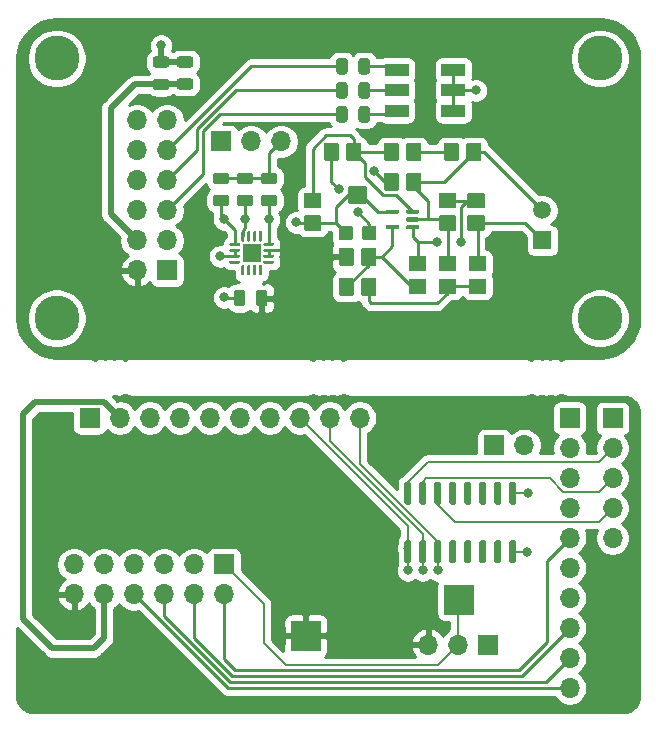
<source format=gbr>
G04 #@! TF.GenerationSoftware,KiCad,Pcbnew,(5.1.6)-1*
G04 #@! TF.CreationDate,2020-07-09T12:34:34+02:00*
G04 #@! TF.ProjectId,InteractiveGuitar,496e7465-7261-4637-9469-766547756974,rev?*
G04 #@! TF.SameCoordinates,Original*
G04 #@! TF.FileFunction,Copper,L1,Top*
G04 #@! TF.FilePolarity,Positive*
%FSLAX46Y46*%
G04 Gerber Fmt 4.6, Leading zero omitted, Abs format (unit mm)*
G04 Created by KiCad (PCBNEW (5.1.6)-1) date 2020-07-09 12:34:34*
%MOMM*%
%LPD*%
G01*
G04 APERTURE LIST*
G04 #@! TA.AperFunction,ComponentPad*
%ADD10O,1.700000X1.700000*%
G04 #@! TD*
G04 #@! TA.AperFunction,ComponentPad*
%ADD11R,1.700000X1.700000*%
G04 #@! TD*
G04 #@! TA.AperFunction,SMDPad,CuDef*
%ADD12R,2.500000X2.500000*%
G04 #@! TD*
G04 #@! TA.AperFunction,SMDPad,CuDef*
%ADD13R,2.000000X1.100000*%
G04 #@! TD*
G04 #@! TA.AperFunction,ComponentPad*
%ADD14C,1.500000*%
G04 #@! TD*
G04 #@! TA.AperFunction,ComponentPad*
%ADD15R,1.500000X1.500000*%
G04 #@! TD*
G04 #@! TA.AperFunction,SMDPad,CuDef*
%ADD16R,1.600000X1.600000*%
G04 #@! TD*
G04 #@! TA.AperFunction,ComponentPad*
%ADD17C,3.800000*%
G04 #@! TD*
G04 #@! TA.AperFunction,ViaPad*
%ADD18C,0.800000*%
G04 #@! TD*
G04 #@! TA.AperFunction,Conductor*
%ADD19C,0.250000*%
G04 #@! TD*
G04 #@! TA.AperFunction,Conductor*
%ADD20C,0.500000*%
G04 #@! TD*
G04 #@! TA.AperFunction,Conductor*
%ADD21C,0.200000*%
G04 #@! TD*
G04 #@! TA.AperFunction,Conductor*
%ADD22C,0.254000*%
G04 #@! TD*
G04 APERTURE END LIST*
D10*
X163576000Y-106743500D03*
D11*
X161036000Y-106743500D03*
G04 #@! TA.AperFunction,SMDPad,CuDef*
G36*
G01*
X153883500Y-111785500D02*
X153583500Y-111785500D01*
G75*
G02*
X153433500Y-111635500I0J150000D01*
G01*
X153433500Y-109985500D01*
G75*
G02*
X153583500Y-109835500I150000J0D01*
G01*
X153883500Y-109835500D01*
G75*
G02*
X154033500Y-109985500I0J-150000D01*
G01*
X154033500Y-111635500D01*
G75*
G02*
X153883500Y-111785500I-150000J0D01*
G01*
G37*
G04 #@! TD.AperFunction*
G04 #@! TA.AperFunction,SMDPad,CuDef*
G36*
G01*
X155153500Y-111785500D02*
X154853500Y-111785500D01*
G75*
G02*
X154703500Y-111635500I0J150000D01*
G01*
X154703500Y-109985500D01*
G75*
G02*
X154853500Y-109835500I150000J0D01*
G01*
X155153500Y-109835500D01*
G75*
G02*
X155303500Y-109985500I0J-150000D01*
G01*
X155303500Y-111635500D01*
G75*
G02*
X155153500Y-111785500I-150000J0D01*
G01*
G37*
G04 #@! TD.AperFunction*
G04 #@! TA.AperFunction,SMDPad,CuDef*
G36*
G01*
X156423500Y-111785500D02*
X156123500Y-111785500D01*
G75*
G02*
X155973500Y-111635500I0J150000D01*
G01*
X155973500Y-109985500D01*
G75*
G02*
X156123500Y-109835500I150000J0D01*
G01*
X156423500Y-109835500D01*
G75*
G02*
X156573500Y-109985500I0J-150000D01*
G01*
X156573500Y-111635500D01*
G75*
G02*
X156423500Y-111785500I-150000J0D01*
G01*
G37*
G04 #@! TD.AperFunction*
G04 #@! TA.AperFunction,SMDPad,CuDef*
G36*
G01*
X157693500Y-111785500D02*
X157393500Y-111785500D01*
G75*
G02*
X157243500Y-111635500I0J150000D01*
G01*
X157243500Y-109985500D01*
G75*
G02*
X157393500Y-109835500I150000J0D01*
G01*
X157693500Y-109835500D01*
G75*
G02*
X157843500Y-109985500I0J-150000D01*
G01*
X157843500Y-111635500D01*
G75*
G02*
X157693500Y-111785500I-150000J0D01*
G01*
G37*
G04 #@! TD.AperFunction*
G04 #@! TA.AperFunction,SMDPad,CuDef*
G36*
G01*
X158963500Y-111785500D02*
X158663500Y-111785500D01*
G75*
G02*
X158513500Y-111635500I0J150000D01*
G01*
X158513500Y-109985500D01*
G75*
G02*
X158663500Y-109835500I150000J0D01*
G01*
X158963500Y-109835500D01*
G75*
G02*
X159113500Y-109985500I0J-150000D01*
G01*
X159113500Y-111635500D01*
G75*
G02*
X158963500Y-111785500I-150000J0D01*
G01*
G37*
G04 #@! TD.AperFunction*
G04 #@! TA.AperFunction,SMDPad,CuDef*
G36*
G01*
X160233500Y-111785500D02*
X159933500Y-111785500D01*
G75*
G02*
X159783500Y-111635500I0J150000D01*
G01*
X159783500Y-109985500D01*
G75*
G02*
X159933500Y-109835500I150000J0D01*
G01*
X160233500Y-109835500D01*
G75*
G02*
X160383500Y-109985500I0J-150000D01*
G01*
X160383500Y-111635500D01*
G75*
G02*
X160233500Y-111785500I-150000J0D01*
G01*
G37*
G04 #@! TD.AperFunction*
G04 #@! TA.AperFunction,SMDPad,CuDef*
G36*
G01*
X161503500Y-111785500D02*
X161203500Y-111785500D01*
G75*
G02*
X161053500Y-111635500I0J150000D01*
G01*
X161053500Y-109985500D01*
G75*
G02*
X161203500Y-109835500I150000J0D01*
G01*
X161503500Y-109835500D01*
G75*
G02*
X161653500Y-109985500I0J-150000D01*
G01*
X161653500Y-111635500D01*
G75*
G02*
X161503500Y-111785500I-150000J0D01*
G01*
G37*
G04 #@! TD.AperFunction*
G04 #@! TA.AperFunction,SMDPad,CuDef*
G36*
G01*
X162773500Y-111785500D02*
X162473500Y-111785500D01*
G75*
G02*
X162323500Y-111635500I0J150000D01*
G01*
X162323500Y-109985500D01*
G75*
G02*
X162473500Y-109835500I150000J0D01*
G01*
X162773500Y-109835500D01*
G75*
G02*
X162923500Y-109985500I0J-150000D01*
G01*
X162923500Y-111635500D01*
G75*
G02*
X162773500Y-111785500I-150000J0D01*
G01*
G37*
G04 #@! TD.AperFunction*
G04 #@! TA.AperFunction,SMDPad,CuDef*
G36*
G01*
X162773500Y-116735500D02*
X162473500Y-116735500D01*
G75*
G02*
X162323500Y-116585500I0J150000D01*
G01*
X162323500Y-114935500D01*
G75*
G02*
X162473500Y-114785500I150000J0D01*
G01*
X162773500Y-114785500D01*
G75*
G02*
X162923500Y-114935500I0J-150000D01*
G01*
X162923500Y-116585500D01*
G75*
G02*
X162773500Y-116735500I-150000J0D01*
G01*
G37*
G04 #@! TD.AperFunction*
G04 #@! TA.AperFunction,SMDPad,CuDef*
G36*
G01*
X161503500Y-116735500D02*
X161203500Y-116735500D01*
G75*
G02*
X161053500Y-116585500I0J150000D01*
G01*
X161053500Y-114935500D01*
G75*
G02*
X161203500Y-114785500I150000J0D01*
G01*
X161503500Y-114785500D01*
G75*
G02*
X161653500Y-114935500I0J-150000D01*
G01*
X161653500Y-116585500D01*
G75*
G02*
X161503500Y-116735500I-150000J0D01*
G01*
G37*
G04 #@! TD.AperFunction*
G04 #@! TA.AperFunction,SMDPad,CuDef*
G36*
G01*
X160233500Y-116735500D02*
X159933500Y-116735500D01*
G75*
G02*
X159783500Y-116585500I0J150000D01*
G01*
X159783500Y-114935500D01*
G75*
G02*
X159933500Y-114785500I150000J0D01*
G01*
X160233500Y-114785500D01*
G75*
G02*
X160383500Y-114935500I0J-150000D01*
G01*
X160383500Y-116585500D01*
G75*
G02*
X160233500Y-116735500I-150000J0D01*
G01*
G37*
G04 #@! TD.AperFunction*
G04 #@! TA.AperFunction,SMDPad,CuDef*
G36*
G01*
X158963500Y-116735500D02*
X158663500Y-116735500D01*
G75*
G02*
X158513500Y-116585500I0J150000D01*
G01*
X158513500Y-114935500D01*
G75*
G02*
X158663500Y-114785500I150000J0D01*
G01*
X158963500Y-114785500D01*
G75*
G02*
X159113500Y-114935500I0J-150000D01*
G01*
X159113500Y-116585500D01*
G75*
G02*
X158963500Y-116735500I-150000J0D01*
G01*
G37*
G04 #@! TD.AperFunction*
G04 #@! TA.AperFunction,SMDPad,CuDef*
G36*
G01*
X157693500Y-116735500D02*
X157393500Y-116735500D01*
G75*
G02*
X157243500Y-116585500I0J150000D01*
G01*
X157243500Y-114935500D01*
G75*
G02*
X157393500Y-114785500I150000J0D01*
G01*
X157693500Y-114785500D01*
G75*
G02*
X157843500Y-114935500I0J-150000D01*
G01*
X157843500Y-116585500D01*
G75*
G02*
X157693500Y-116735500I-150000J0D01*
G01*
G37*
G04 #@! TD.AperFunction*
G04 #@! TA.AperFunction,SMDPad,CuDef*
G36*
G01*
X156423500Y-116735500D02*
X156123500Y-116735500D01*
G75*
G02*
X155973500Y-116585500I0J150000D01*
G01*
X155973500Y-114935500D01*
G75*
G02*
X156123500Y-114785500I150000J0D01*
G01*
X156423500Y-114785500D01*
G75*
G02*
X156573500Y-114935500I0J-150000D01*
G01*
X156573500Y-116585500D01*
G75*
G02*
X156423500Y-116735500I-150000J0D01*
G01*
G37*
G04 #@! TD.AperFunction*
G04 #@! TA.AperFunction,SMDPad,CuDef*
G36*
G01*
X155153500Y-116735500D02*
X154853500Y-116735500D01*
G75*
G02*
X154703500Y-116585500I0J150000D01*
G01*
X154703500Y-114935500D01*
G75*
G02*
X154853500Y-114785500I150000J0D01*
G01*
X155153500Y-114785500D01*
G75*
G02*
X155303500Y-114935500I0J-150000D01*
G01*
X155303500Y-116585500D01*
G75*
G02*
X155153500Y-116735500I-150000J0D01*
G01*
G37*
G04 #@! TD.AperFunction*
G04 #@! TA.AperFunction,SMDPad,CuDef*
G36*
G01*
X153883500Y-116735500D02*
X153583500Y-116735500D01*
G75*
G02*
X153433500Y-116585500I0J150000D01*
G01*
X153433500Y-114935500D01*
G75*
G02*
X153583500Y-114785500I150000J0D01*
G01*
X153883500Y-114785500D01*
G75*
G02*
X154033500Y-114935500I0J-150000D01*
G01*
X154033500Y-116585500D01*
G75*
G02*
X153883500Y-116735500I-150000J0D01*
G01*
G37*
G04 #@! TD.AperFunction*
G04 #@! TA.AperFunction,SMDPad,CuDef*
G36*
G01*
X133298250Y-74797500D02*
X132385750Y-74797500D01*
G75*
G02*
X132142000Y-74553750I0J243750D01*
G01*
X132142000Y-74066250D01*
G75*
G02*
X132385750Y-73822500I243750J0D01*
G01*
X133298250Y-73822500D01*
G75*
G02*
X133542000Y-74066250I0J-243750D01*
G01*
X133542000Y-74553750D01*
G75*
G02*
X133298250Y-74797500I-243750J0D01*
G01*
G37*
G04 #@! TD.AperFunction*
G04 #@! TA.AperFunction,SMDPad,CuDef*
G36*
G01*
X133298250Y-76672500D02*
X132385750Y-76672500D01*
G75*
G02*
X132142000Y-76428750I0J243750D01*
G01*
X132142000Y-75941250D01*
G75*
G02*
X132385750Y-75697500I243750J0D01*
G01*
X133298250Y-75697500D01*
G75*
G02*
X133542000Y-75941250I0J-243750D01*
G01*
X133542000Y-76428750D01*
G75*
G02*
X133298250Y-76672500I-243750J0D01*
G01*
G37*
G04 #@! TD.AperFunction*
G04 #@! TA.AperFunction,SMDPad,CuDef*
G36*
G01*
X135330250Y-74782500D02*
X134417750Y-74782500D01*
G75*
G02*
X134174000Y-74538750I0J243750D01*
G01*
X134174000Y-74051250D01*
G75*
G02*
X134417750Y-73807500I243750J0D01*
G01*
X135330250Y-73807500D01*
G75*
G02*
X135574000Y-74051250I0J-243750D01*
G01*
X135574000Y-74538750D01*
G75*
G02*
X135330250Y-74782500I-243750J0D01*
G01*
G37*
G04 #@! TD.AperFunction*
G04 #@! TA.AperFunction,SMDPad,CuDef*
G36*
G01*
X135330250Y-76657500D02*
X134417750Y-76657500D01*
G75*
G02*
X134174000Y-76413750I0J243750D01*
G01*
X134174000Y-75926250D01*
G75*
G02*
X134417750Y-75682500I243750J0D01*
G01*
X135330250Y-75682500D01*
G75*
G02*
X135574000Y-75926250I0J-243750D01*
G01*
X135574000Y-76413750D01*
G75*
G02*
X135330250Y-76657500I-243750J0D01*
G01*
G37*
G04 #@! TD.AperFunction*
D10*
X125476000Y-119380000D03*
X125476000Y-116840000D03*
X128016000Y-119380000D03*
X128016000Y-116840000D03*
X130556000Y-119380000D03*
X130556000Y-116840000D03*
X133096000Y-119380000D03*
X133096000Y-116840000D03*
X135636000Y-119380000D03*
X135636000Y-116840000D03*
X138176000Y-119380000D03*
D11*
X138176000Y-116840000D03*
D12*
X145097500Y-122872500D03*
X158051500Y-119824500D03*
D10*
X155448000Y-123634500D03*
X157988000Y-123634500D03*
D11*
X160528000Y-123634500D03*
D10*
X143002000Y-81026000D03*
X140462000Y-81026000D03*
D11*
X137922000Y-81026000D03*
D10*
X130810000Y-79248000D03*
X133350000Y-79248000D03*
X130810000Y-81788000D03*
X133350000Y-81788000D03*
X130810000Y-84328000D03*
X133350000Y-84328000D03*
X130810000Y-86868000D03*
X133350000Y-86868000D03*
X130810000Y-89408000D03*
X133350000Y-89408000D03*
X130810000Y-91948000D03*
D11*
X133350000Y-91948000D03*
D10*
X171069000Y-114617500D03*
X171069000Y-112077500D03*
X171069000Y-109537500D03*
X171069000Y-106997500D03*
D11*
X171069000Y-104457500D03*
D13*
X152794000Y-78408000D03*
X152794000Y-76708000D03*
X152794000Y-75008000D03*
X157594000Y-75008000D03*
X157594000Y-76708000D03*
X157594000Y-78408000D03*
G04 #@! TA.AperFunction,SMDPad,CuDef*
G36*
G01*
X148648000Y-78283750D02*
X148648000Y-79196250D01*
G75*
G02*
X148404250Y-79440000I-243750J0D01*
G01*
X147916750Y-79440000D01*
G75*
G02*
X147673000Y-79196250I0J243750D01*
G01*
X147673000Y-78283750D01*
G75*
G02*
X147916750Y-78040000I243750J0D01*
G01*
X148404250Y-78040000D01*
G75*
G02*
X148648000Y-78283750I0J-243750D01*
G01*
G37*
G04 #@! TD.AperFunction*
G04 #@! TA.AperFunction,SMDPad,CuDef*
G36*
G01*
X150523000Y-78283750D02*
X150523000Y-79196250D01*
G75*
G02*
X150279250Y-79440000I-243750J0D01*
G01*
X149791750Y-79440000D01*
G75*
G02*
X149548000Y-79196250I0J243750D01*
G01*
X149548000Y-78283750D01*
G75*
G02*
X149791750Y-78040000I243750J0D01*
G01*
X150279250Y-78040000D01*
G75*
G02*
X150523000Y-78283750I0J-243750D01*
G01*
G37*
G04 #@! TD.AperFunction*
G04 #@! TA.AperFunction,SMDPad,CuDef*
G36*
G01*
X148648000Y-76251750D02*
X148648000Y-77164250D01*
G75*
G02*
X148404250Y-77408000I-243750J0D01*
G01*
X147916750Y-77408000D01*
G75*
G02*
X147673000Y-77164250I0J243750D01*
G01*
X147673000Y-76251750D01*
G75*
G02*
X147916750Y-76008000I243750J0D01*
G01*
X148404250Y-76008000D01*
G75*
G02*
X148648000Y-76251750I0J-243750D01*
G01*
G37*
G04 #@! TD.AperFunction*
G04 #@! TA.AperFunction,SMDPad,CuDef*
G36*
G01*
X150523000Y-76251750D02*
X150523000Y-77164250D01*
G75*
G02*
X150279250Y-77408000I-243750J0D01*
G01*
X149791750Y-77408000D01*
G75*
G02*
X149548000Y-77164250I0J243750D01*
G01*
X149548000Y-76251750D01*
G75*
G02*
X149791750Y-76008000I243750J0D01*
G01*
X150279250Y-76008000D01*
G75*
G02*
X150523000Y-76251750I0J-243750D01*
G01*
G37*
G04 #@! TD.AperFunction*
G04 #@! TA.AperFunction,SMDPad,CuDef*
G36*
G01*
X148648000Y-74207750D02*
X148648000Y-75120250D01*
G75*
G02*
X148404250Y-75364000I-243750J0D01*
G01*
X147916750Y-75364000D01*
G75*
G02*
X147673000Y-75120250I0J243750D01*
G01*
X147673000Y-74207750D01*
G75*
G02*
X147916750Y-73964000I243750J0D01*
G01*
X148404250Y-73964000D01*
G75*
G02*
X148648000Y-74207750I0J-243750D01*
G01*
G37*
G04 #@! TD.AperFunction*
G04 #@! TA.AperFunction,SMDPad,CuDef*
G36*
G01*
X150523000Y-74207750D02*
X150523000Y-75120250D01*
G75*
G02*
X150279250Y-75364000I-243750J0D01*
G01*
X149791750Y-75364000D01*
G75*
G02*
X149548000Y-75120250I0J243750D01*
G01*
X149548000Y-74207750D01*
G75*
G02*
X149791750Y-73964000I243750J0D01*
G01*
X150279250Y-73964000D01*
G75*
G02*
X150523000Y-74207750I0J-243750D01*
G01*
G37*
G04 #@! TD.AperFunction*
G04 #@! TA.AperFunction,SMDPad,CuDef*
G36*
G01*
X138378250Y-84640000D02*
X137465750Y-84640000D01*
G75*
G02*
X137222000Y-84396250I0J243750D01*
G01*
X137222000Y-83908750D01*
G75*
G02*
X137465750Y-83665000I243750J0D01*
G01*
X138378250Y-83665000D01*
G75*
G02*
X138622000Y-83908750I0J-243750D01*
G01*
X138622000Y-84396250D01*
G75*
G02*
X138378250Y-84640000I-243750J0D01*
G01*
G37*
G04 #@! TD.AperFunction*
G04 #@! TA.AperFunction,SMDPad,CuDef*
G36*
G01*
X138378250Y-86515000D02*
X137465750Y-86515000D01*
G75*
G02*
X137222000Y-86271250I0J243750D01*
G01*
X137222000Y-85783750D01*
G75*
G02*
X137465750Y-85540000I243750J0D01*
G01*
X138378250Y-85540000D01*
G75*
G02*
X138622000Y-85783750I0J-243750D01*
G01*
X138622000Y-86271250D01*
G75*
G02*
X138378250Y-86515000I-243750J0D01*
G01*
G37*
G04 #@! TD.AperFunction*
G04 #@! TA.AperFunction,SMDPad,CuDef*
G36*
G01*
X140410250Y-84640000D02*
X139497750Y-84640000D01*
G75*
G02*
X139254000Y-84396250I0J243750D01*
G01*
X139254000Y-83908750D01*
G75*
G02*
X139497750Y-83665000I243750J0D01*
G01*
X140410250Y-83665000D01*
G75*
G02*
X140654000Y-83908750I0J-243750D01*
G01*
X140654000Y-84396250D01*
G75*
G02*
X140410250Y-84640000I-243750J0D01*
G01*
G37*
G04 #@! TD.AperFunction*
G04 #@! TA.AperFunction,SMDPad,CuDef*
G36*
G01*
X140410250Y-86515000D02*
X139497750Y-86515000D01*
G75*
G02*
X139254000Y-86271250I0J243750D01*
G01*
X139254000Y-85783750D01*
G75*
G02*
X139497750Y-85540000I243750J0D01*
G01*
X140410250Y-85540000D01*
G75*
G02*
X140654000Y-85783750I0J-243750D01*
G01*
X140654000Y-86271250D01*
G75*
G02*
X140410250Y-86515000I-243750J0D01*
G01*
G37*
G04 #@! TD.AperFunction*
G04 #@! TA.AperFunction,SMDPad,CuDef*
G36*
G01*
X142442250Y-84640000D02*
X141529750Y-84640000D01*
G75*
G02*
X141286000Y-84396250I0J243750D01*
G01*
X141286000Y-83908750D01*
G75*
G02*
X141529750Y-83665000I243750J0D01*
G01*
X142442250Y-83665000D01*
G75*
G02*
X142686000Y-83908750I0J-243750D01*
G01*
X142686000Y-84396250D01*
G75*
G02*
X142442250Y-84640000I-243750J0D01*
G01*
G37*
G04 #@! TD.AperFunction*
G04 #@! TA.AperFunction,SMDPad,CuDef*
G36*
G01*
X142442250Y-86515000D02*
X141529750Y-86515000D01*
G75*
G02*
X141286000Y-86271250I0J243750D01*
G01*
X141286000Y-85783750D01*
G75*
G02*
X141529750Y-85540000I243750J0D01*
G01*
X142442250Y-85540000D01*
G75*
G02*
X142686000Y-85783750I0J-243750D01*
G01*
X142686000Y-86271250D01*
G75*
G02*
X142442250Y-86515000I-243750J0D01*
G01*
G37*
G04 #@! TD.AperFunction*
G04 #@! TA.AperFunction,SMDPad,CuDef*
G36*
G01*
X139972000Y-93835750D02*
X139972000Y-94748250D01*
G75*
G02*
X139728250Y-94992000I-243750J0D01*
G01*
X139240750Y-94992000D01*
G75*
G02*
X138997000Y-94748250I0J243750D01*
G01*
X138997000Y-93835750D01*
G75*
G02*
X139240750Y-93592000I243750J0D01*
G01*
X139728250Y-93592000D01*
G75*
G02*
X139972000Y-93835750I0J-243750D01*
G01*
G37*
G04 #@! TD.AperFunction*
G04 #@! TA.AperFunction,SMDPad,CuDef*
G36*
G01*
X141847000Y-93835750D02*
X141847000Y-94748250D01*
G75*
G02*
X141603250Y-94992000I-243750J0D01*
G01*
X141115750Y-94992000D01*
G75*
G02*
X140872000Y-94748250I0J243750D01*
G01*
X140872000Y-93835750D01*
G75*
G02*
X141115750Y-93592000I243750J0D01*
G01*
X141603250Y-93592000D01*
G75*
G02*
X141847000Y-93835750I0J-243750D01*
G01*
G37*
G04 #@! TD.AperFunction*
D14*
X165132000Y-86868000D03*
D15*
X165132000Y-89408000D03*
G04 #@! TA.AperFunction,SMDPad,CuDef*
G36*
G01*
X149879000Y-89293400D02*
X149879000Y-88296600D01*
G75*
G02*
X149980600Y-88195000I101600J0D01*
G01*
X150977400Y-88195000D01*
G75*
G02*
X151079000Y-88296600I0J-101600D01*
G01*
X151079000Y-89293400D01*
G75*
G02*
X150977400Y-89395000I-101600J0D01*
G01*
X149980600Y-89395000D01*
G75*
G02*
X149879000Y-89293400I0J101600D01*
G01*
G37*
G04 #@! TD.AperFunction*
G04 #@! TA.AperFunction,SMDPad,CuDef*
G36*
G01*
X147879000Y-89293400D02*
X147879000Y-88296600D01*
G75*
G02*
X147980600Y-88195000I101600J0D01*
G01*
X148977400Y-88195000D01*
G75*
G02*
X149079000Y-88296600I0J-101600D01*
G01*
X149079000Y-89293400D01*
G75*
G02*
X148977400Y-89395000I-101600J0D01*
G01*
X147980600Y-89395000D01*
G75*
G02*
X147879000Y-89293400I0J101600D01*
G01*
G37*
G04 #@! TD.AperFunction*
G04 #@! TA.AperFunction,SMDPad,CuDef*
G36*
G01*
X148679000Y-86193400D02*
X148679000Y-84896600D01*
G75*
G02*
X148780600Y-84795000I101600J0D01*
G01*
X150177400Y-84795000D01*
G75*
G02*
X150279000Y-84896600I0J-101600D01*
G01*
X150279000Y-86193400D01*
G75*
G02*
X150177400Y-86295000I-101600J0D01*
G01*
X148780600Y-86295000D01*
G75*
G02*
X148679000Y-86193400I0J101600D01*
G01*
G37*
G04 #@! TD.AperFunction*
G04 #@! TA.AperFunction,SMDPad,CuDef*
G36*
G01*
X152912400Y-88455000D02*
X151965600Y-88455000D01*
G75*
G02*
X151864000Y-88353400I0J101600D01*
G01*
X151864000Y-88206600D01*
G75*
G02*
X151965600Y-88105000I101600J0D01*
G01*
X152912400Y-88105000D01*
G75*
G02*
X153014000Y-88206600I0J-101600D01*
G01*
X153014000Y-88353400D01*
G75*
G02*
X152912400Y-88455000I-101600J0D01*
G01*
G37*
G04 #@! TD.AperFunction*
G04 #@! TA.AperFunction,SMDPad,CuDef*
G36*
G01*
X152912400Y-87155000D02*
X151965600Y-87155000D01*
G75*
G02*
X151864000Y-87053400I0J101600D01*
G01*
X151864000Y-86906600D01*
G75*
G02*
X151965600Y-86805000I101600J0D01*
G01*
X152912400Y-86805000D01*
G75*
G02*
X153014000Y-86906600I0J-101600D01*
G01*
X153014000Y-87053400D01*
G75*
G02*
X152912400Y-87155000I-101600J0D01*
G01*
G37*
G04 #@! TD.AperFunction*
G04 #@! TA.AperFunction,SMDPad,CuDef*
G36*
G01*
X154612400Y-87155000D02*
X153665600Y-87155000D01*
G75*
G02*
X153564000Y-87053400I0J101600D01*
G01*
X153564000Y-86906600D01*
G75*
G02*
X153665600Y-86805000I101600J0D01*
G01*
X154612400Y-86805000D01*
G75*
G02*
X154714000Y-86906600I0J-101600D01*
G01*
X154714000Y-87053400D01*
G75*
G02*
X154612400Y-87155000I-101600J0D01*
G01*
G37*
G04 #@! TD.AperFunction*
G04 #@! TA.AperFunction,SMDPad,CuDef*
G36*
G01*
X154612400Y-87805000D02*
X153665600Y-87805000D01*
G75*
G02*
X153564000Y-87703400I0J101600D01*
G01*
X153564000Y-87556600D01*
G75*
G02*
X153665600Y-87455000I101600J0D01*
G01*
X154612400Y-87455000D01*
G75*
G02*
X154714000Y-87556600I0J-101600D01*
G01*
X154714000Y-87703400D01*
G75*
G02*
X154612400Y-87805000I-101600J0D01*
G01*
G37*
G04 #@! TD.AperFunction*
G04 #@! TA.AperFunction,SMDPad,CuDef*
G36*
G01*
X154612400Y-88455000D02*
X153665600Y-88455000D01*
G75*
G02*
X153564000Y-88353400I0J101600D01*
G01*
X153564000Y-88206600D01*
G75*
G02*
X153665600Y-88105000I101600J0D01*
G01*
X154612400Y-88105000D01*
G75*
G02*
X154714000Y-88206600I0J-101600D01*
G01*
X154714000Y-88353400D01*
G75*
G02*
X154612400Y-88455000I-101600J0D01*
G01*
G37*
G04 #@! TD.AperFunction*
D16*
X140514000Y-90498000D03*
G04 #@! TA.AperFunction,SMDPad,CuDef*
G36*
G01*
X141576500Y-89623000D02*
X142326500Y-89623000D01*
G75*
G02*
X142389000Y-89685500I0J-62500D01*
G01*
X142389000Y-89810500D01*
G75*
G02*
X142326500Y-89873000I-62500J0D01*
G01*
X141576500Y-89873000D01*
G75*
G02*
X141514000Y-89810500I0J62500D01*
G01*
X141514000Y-89685500D01*
G75*
G02*
X141576500Y-89623000I62500J0D01*
G01*
G37*
G04 #@! TD.AperFunction*
G04 #@! TA.AperFunction,SMDPad,CuDef*
G36*
G01*
X141576500Y-90123000D02*
X142326500Y-90123000D01*
G75*
G02*
X142389000Y-90185500I0J-62500D01*
G01*
X142389000Y-90310500D01*
G75*
G02*
X142326500Y-90373000I-62500J0D01*
G01*
X141576500Y-90373000D01*
G75*
G02*
X141514000Y-90310500I0J62500D01*
G01*
X141514000Y-90185500D01*
G75*
G02*
X141576500Y-90123000I62500J0D01*
G01*
G37*
G04 #@! TD.AperFunction*
G04 #@! TA.AperFunction,SMDPad,CuDef*
G36*
G01*
X141576500Y-90623000D02*
X142326500Y-90623000D01*
G75*
G02*
X142389000Y-90685500I0J-62500D01*
G01*
X142389000Y-90810500D01*
G75*
G02*
X142326500Y-90873000I-62500J0D01*
G01*
X141576500Y-90873000D01*
G75*
G02*
X141514000Y-90810500I0J62500D01*
G01*
X141514000Y-90685500D01*
G75*
G02*
X141576500Y-90623000I62500J0D01*
G01*
G37*
G04 #@! TD.AperFunction*
G04 #@! TA.AperFunction,SMDPad,CuDef*
G36*
G01*
X141576500Y-91123000D02*
X142326500Y-91123000D01*
G75*
G02*
X142389000Y-91185500I0J-62500D01*
G01*
X142389000Y-91310500D01*
G75*
G02*
X142326500Y-91373000I-62500J0D01*
G01*
X141576500Y-91373000D01*
G75*
G02*
X141514000Y-91310500I0J62500D01*
G01*
X141514000Y-91185500D01*
G75*
G02*
X141576500Y-91123000I62500J0D01*
G01*
G37*
G04 #@! TD.AperFunction*
G04 #@! TA.AperFunction,SMDPad,CuDef*
G36*
G01*
X141201500Y-91498000D02*
X141326500Y-91498000D01*
G75*
G02*
X141389000Y-91560500I0J-62500D01*
G01*
X141389000Y-92310500D01*
G75*
G02*
X141326500Y-92373000I-62500J0D01*
G01*
X141201500Y-92373000D01*
G75*
G02*
X141139000Y-92310500I0J62500D01*
G01*
X141139000Y-91560500D01*
G75*
G02*
X141201500Y-91498000I62500J0D01*
G01*
G37*
G04 #@! TD.AperFunction*
G04 #@! TA.AperFunction,SMDPad,CuDef*
G36*
G01*
X140701500Y-91498000D02*
X140826500Y-91498000D01*
G75*
G02*
X140889000Y-91560500I0J-62500D01*
G01*
X140889000Y-92310500D01*
G75*
G02*
X140826500Y-92373000I-62500J0D01*
G01*
X140701500Y-92373000D01*
G75*
G02*
X140639000Y-92310500I0J62500D01*
G01*
X140639000Y-91560500D01*
G75*
G02*
X140701500Y-91498000I62500J0D01*
G01*
G37*
G04 #@! TD.AperFunction*
G04 #@! TA.AperFunction,SMDPad,CuDef*
G36*
G01*
X140201500Y-91498000D02*
X140326500Y-91498000D01*
G75*
G02*
X140389000Y-91560500I0J-62500D01*
G01*
X140389000Y-92310500D01*
G75*
G02*
X140326500Y-92373000I-62500J0D01*
G01*
X140201500Y-92373000D01*
G75*
G02*
X140139000Y-92310500I0J62500D01*
G01*
X140139000Y-91560500D01*
G75*
G02*
X140201500Y-91498000I62500J0D01*
G01*
G37*
G04 #@! TD.AperFunction*
G04 #@! TA.AperFunction,SMDPad,CuDef*
G36*
G01*
X139701500Y-91498000D02*
X139826500Y-91498000D01*
G75*
G02*
X139889000Y-91560500I0J-62500D01*
G01*
X139889000Y-92310500D01*
G75*
G02*
X139826500Y-92373000I-62500J0D01*
G01*
X139701500Y-92373000D01*
G75*
G02*
X139639000Y-92310500I0J62500D01*
G01*
X139639000Y-91560500D01*
G75*
G02*
X139701500Y-91498000I62500J0D01*
G01*
G37*
G04 #@! TD.AperFunction*
G04 #@! TA.AperFunction,SMDPad,CuDef*
G36*
G01*
X138701500Y-91123000D02*
X139451500Y-91123000D01*
G75*
G02*
X139514000Y-91185500I0J-62500D01*
G01*
X139514000Y-91310500D01*
G75*
G02*
X139451500Y-91373000I-62500J0D01*
G01*
X138701500Y-91373000D01*
G75*
G02*
X138639000Y-91310500I0J62500D01*
G01*
X138639000Y-91185500D01*
G75*
G02*
X138701500Y-91123000I62500J0D01*
G01*
G37*
G04 #@! TD.AperFunction*
G04 #@! TA.AperFunction,SMDPad,CuDef*
G36*
G01*
X138701500Y-90623000D02*
X139451500Y-90623000D01*
G75*
G02*
X139514000Y-90685500I0J-62500D01*
G01*
X139514000Y-90810500D01*
G75*
G02*
X139451500Y-90873000I-62500J0D01*
G01*
X138701500Y-90873000D01*
G75*
G02*
X138639000Y-90810500I0J62500D01*
G01*
X138639000Y-90685500D01*
G75*
G02*
X138701500Y-90623000I62500J0D01*
G01*
G37*
G04 #@! TD.AperFunction*
G04 #@! TA.AperFunction,SMDPad,CuDef*
G36*
G01*
X138701500Y-90123000D02*
X139451500Y-90123000D01*
G75*
G02*
X139514000Y-90185500I0J-62500D01*
G01*
X139514000Y-90310500D01*
G75*
G02*
X139451500Y-90373000I-62500J0D01*
G01*
X138701500Y-90373000D01*
G75*
G02*
X138639000Y-90310500I0J62500D01*
G01*
X138639000Y-90185500D01*
G75*
G02*
X138701500Y-90123000I62500J0D01*
G01*
G37*
G04 #@! TD.AperFunction*
G04 #@! TA.AperFunction,SMDPad,CuDef*
G36*
G01*
X138701500Y-89623000D02*
X139451500Y-89623000D01*
G75*
G02*
X139514000Y-89685500I0J-62500D01*
G01*
X139514000Y-89810500D01*
G75*
G02*
X139451500Y-89873000I-62500J0D01*
G01*
X138701500Y-89873000D01*
G75*
G02*
X138639000Y-89810500I0J62500D01*
G01*
X138639000Y-89685500D01*
G75*
G02*
X138701500Y-89623000I62500J0D01*
G01*
G37*
G04 #@! TD.AperFunction*
G04 #@! TA.AperFunction,SMDPad,CuDef*
G36*
G01*
X139701500Y-88623000D02*
X139826500Y-88623000D01*
G75*
G02*
X139889000Y-88685500I0J-62500D01*
G01*
X139889000Y-89435500D01*
G75*
G02*
X139826500Y-89498000I-62500J0D01*
G01*
X139701500Y-89498000D01*
G75*
G02*
X139639000Y-89435500I0J62500D01*
G01*
X139639000Y-88685500D01*
G75*
G02*
X139701500Y-88623000I62500J0D01*
G01*
G37*
G04 #@! TD.AperFunction*
G04 #@! TA.AperFunction,SMDPad,CuDef*
G36*
G01*
X140201500Y-88623000D02*
X140326500Y-88623000D01*
G75*
G02*
X140389000Y-88685500I0J-62500D01*
G01*
X140389000Y-89435500D01*
G75*
G02*
X140326500Y-89498000I-62500J0D01*
G01*
X140201500Y-89498000D01*
G75*
G02*
X140139000Y-89435500I0J62500D01*
G01*
X140139000Y-88685500D01*
G75*
G02*
X140201500Y-88623000I62500J0D01*
G01*
G37*
G04 #@! TD.AperFunction*
G04 #@! TA.AperFunction,SMDPad,CuDef*
G36*
G01*
X140701500Y-88623000D02*
X140826500Y-88623000D01*
G75*
G02*
X140889000Y-88685500I0J-62500D01*
G01*
X140889000Y-89435500D01*
G75*
G02*
X140826500Y-89498000I-62500J0D01*
G01*
X140701500Y-89498000D01*
G75*
G02*
X140639000Y-89435500I0J62500D01*
G01*
X140639000Y-88685500D01*
G75*
G02*
X140701500Y-88623000I62500J0D01*
G01*
G37*
G04 #@! TD.AperFunction*
G04 #@! TA.AperFunction,SMDPad,CuDef*
G36*
G01*
X141201500Y-88623000D02*
X141326500Y-88623000D01*
G75*
G02*
X141389000Y-88685500I0J-62500D01*
G01*
X141389000Y-89435500D01*
G75*
G02*
X141326500Y-89498000I-62500J0D01*
G01*
X141201500Y-89498000D01*
G75*
G02*
X141139000Y-89435500I0J62500D01*
G01*
X141139000Y-88685500D01*
G75*
G02*
X141201500Y-88623000I62500J0D01*
G01*
G37*
G04 #@! TD.AperFunction*
G04 #@! TA.AperFunction,SMDPad,CuDef*
G36*
G01*
X147909000Y-81266600D02*
X147909000Y-82563400D01*
G75*
G02*
X147807400Y-82665000I-101600J0D01*
G01*
X146710600Y-82665000D01*
G75*
G02*
X146609000Y-82563400I0J101600D01*
G01*
X146609000Y-81266600D01*
G75*
G02*
X146710600Y-81165000I101600J0D01*
G01*
X147807400Y-81165000D01*
G75*
G02*
X147909000Y-81266600I0J-101600D01*
G01*
G37*
G04 #@! TD.AperFunction*
G04 #@! TA.AperFunction,SMDPad,CuDef*
G36*
G01*
X149809000Y-81266600D02*
X149809000Y-82563400D01*
G75*
G02*
X149707400Y-82665000I-101600J0D01*
G01*
X148610600Y-82665000D01*
G75*
G02*
X148509000Y-82563400I0J101600D01*
G01*
X148509000Y-81266600D01*
G75*
G02*
X148610600Y-81165000I101600J0D01*
G01*
X149707400Y-81165000D01*
G75*
G02*
X149809000Y-81266600I0J-101600D01*
G01*
G37*
G04 #@! TD.AperFunction*
G04 #@! TA.AperFunction,SMDPad,CuDef*
G36*
G01*
X156450600Y-87295000D02*
X157747400Y-87295000D01*
G75*
G02*
X157849000Y-87396600I0J-101600D01*
G01*
X157849000Y-88493400D01*
G75*
G02*
X157747400Y-88595000I-101600J0D01*
G01*
X156450600Y-88595000D01*
G75*
G02*
X156349000Y-88493400I0J101600D01*
G01*
X156349000Y-87396600D01*
G75*
G02*
X156450600Y-87295000I101600J0D01*
G01*
G37*
G04 #@! TD.AperFunction*
G04 #@! TA.AperFunction,SMDPad,CuDef*
G36*
G01*
X156450600Y-85395000D02*
X157747400Y-85395000D01*
G75*
G02*
X157849000Y-85496600I0J-101600D01*
G01*
X157849000Y-86593400D01*
G75*
G02*
X157747400Y-86695000I-101600J0D01*
G01*
X156450600Y-86695000D01*
G75*
G02*
X156349000Y-86593400I0J101600D01*
G01*
X156349000Y-85496600D01*
G75*
G02*
X156450600Y-85395000I101600J0D01*
G01*
G37*
G04 #@! TD.AperFunction*
G04 #@! TA.AperFunction,SMDPad,CuDef*
G36*
G01*
X155207400Y-92035000D02*
X153910600Y-92035000D01*
G75*
G02*
X153809000Y-91933400I0J101600D01*
G01*
X153809000Y-90836600D01*
G75*
G02*
X153910600Y-90735000I101600J0D01*
G01*
X155207400Y-90735000D01*
G75*
G02*
X155309000Y-90836600I0J-101600D01*
G01*
X155309000Y-91933400D01*
G75*
G02*
X155207400Y-92035000I-101600J0D01*
G01*
G37*
G04 #@! TD.AperFunction*
G04 #@! TA.AperFunction,SMDPad,CuDef*
G36*
G01*
X155207400Y-93935000D02*
X153910600Y-93935000D01*
G75*
G02*
X153809000Y-93833400I0J101600D01*
G01*
X153809000Y-92736600D01*
G75*
G02*
X153910600Y-92635000I101600J0D01*
G01*
X155207400Y-92635000D01*
G75*
G02*
X155309000Y-92736600I0J-101600D01*
G01*
X155309000Y-93833400D01*
G75*
G02*
X155207400Y-93935000I-101600J0D01*
G01*
G37*
G04 #@! TD.AperFunction*
G04 #@! TA.AperFunction,SMDPad,CuDef*
G36*
G01*
X152989000Y-81266600D02*
X152989000Y-82563400D01*
G75*
G02*
X152887400Y-82665000I-101600J0D01*
G01*
X151790600Y-82665000D01*
G75*
G02*
X151689000Y-82563400I0J101600D01*
G01*
X151689000Y-81266600D01*
G75*
G02*
X151790600Y-81165000I101600J0D01*
G01*
X152887400Y-81165000D01*
G75*
G02*
X152989000Y-81266600I0J-101600D01*
G01*
G37*
G04 #@! TD.AperFunction*
G04 #@! TA.AperFunction,SMDPad,CuDef*
G36*
G01*
X154889000Y-81266600D02*
X154889000Y-82563400D01*
G75*
G02*
X154787400Y-82665000I-101600J0D01*
G01*
X153690600Y-82665000D01*
G75*
G02*
X153589000Y-82563400I0J101600D01*
G01*
X153589000Y-81266600D01*
G75*
G02*
X153690600Y-81165000I101600J0D01*
G01*
X154787400Y-81165000D01*
G75*
G02*
X154889000Y-81266600I0J-101600D01*
G01*
G37*
G04 #@! TD.AperFunction*
G04 #@! TA.AperFunction,SMDPad,CuDef*
G36*
G01*
X160287400Y-92035000D02*
X158990600Y-92035000D01*
G75*
G02*
X158889000Y-91933400I0J101600D01*
G01*
X158889000Y-90836600D01*
G75*
G02*
X158990600Y-90735000I101600J0D01*
G01*
X160287400Y-90735000D01*
G75*
G02*
X160389000Y-90836600I0J-101600D01*
G01*
X160389000Y-91933400D01*
G75*
G02*
X160287400Y-92035000I-101600J0D01*
G01*
G37*
G04 #@! TD.AperFunction*
G04 #@! TA.AperFunction,SMDPad,CuDef*
G36*
G01*
X160287400Y-93935000D02*
X158990600Y-93935000D01*
G75*
G02*
X158889000Y-93833400I0J101600D01*
G01*
X158889000Y-92736600D01*
G75*
G02*
X158990600Y-92635000I101600J0D01*
G01*
X160287400Y-92635000D01*
G75*
G02*
X160389000Y-92736600I0J-101600D01*
G01*
X160389000Y-93833400D01*
G75*
G02*
X160287400Y-93935000I-101600J0D01*
G01*
G37*
G04 #@! TD.AperFunction*
G04 #@! TA.AperFunction,SMDPad,CuDef*
G36*
G01*
X149779000Y-93993400D02*
X149779000Y-92696600D01*
G75*
G02*
X149880600Y-92595000I101600J0D01*
G01*
X150977400Y-92595000D01*
G75*
G02*
X151079000Y-92696600I0J-101600D01*
G01*
X151079000Y-93993400D01*
G75*
G02*
X150977400Y-94095000I-101600J0D01*
G01*
X149880600Y-94095000D01*
G75*
G02*
X149779000Y-93993400I0J101600D01*
G01*
G37*
G04 #@! TD.AperFunction*
G04 #@! TA.AperFunction,SMDPad,CuDef*
G36*
G01*
X147879000Y-93993400D02*
X147879000Y-92696600D01*
G75*
G02*
X147980600Y-92595000I101600J0D01*
G01*
X149077400Y-92595000D01*
G75*
G02*
X149179000Y-92696600I0J-101600D01*
G01*
X149179000Y-93993400D01*
G75*
G02*
X149077400Y-94095000I-101600J0D01*
G01*
X147980600Y-94095000D01*
G75*
G02*
X147879000Y-93993400I0J101600D01*
G01*
G37*
G04 #@! TD.AperFunction*
D10*
X149669500Y-104442500D03*
X147129500Y-104442500D03*
X144589500Y-104442500D03*
X142049500Y-104442500D03*
X139509500Y-104442500D03*
X136969500Y-104442500D03*
X134429500Y-104442500D03*
X131889500Y-104442500D03*
X129349500Y-104442500D03*
D11*
X126809500Y-104442500D03*
D10*
X167449500Y-127302500D03*
X167449500Y-124762500D03*
X167449500Y-122222500D03*
X167449500Y-119682500D03*
X167449500Y-117142500D03*
X167449500Y-114602500D03*
X167449500Y-112062500D03*
X167449500Y-109522500D03*
X167449500Y-106982500D03*
D11*
X167449500Y-104442500D03*
D17*
X170000000Y-74000000D03*
X170000000Y-96000000D03*
X124000000Y-96000000D03*
X124000000Y-74000000D03*
G04 #@! TA.AperFunction,SMDPad,CuDef*
G36*
G01*
X153589000Y-85103400D02*
X153589000Y-83806600D01*
G75*
G02*
X153690600Y-83705000I101600J0D01*
G01*
X154787400Y-83705000D01*
G75*
G02*
X154889000Y-83806600I0J-101600D01*
G01*
X154889000Y-85103400D01*
G75*
G02*
X154787400Y-85205000I-101600J0D01*
G01*
X153690600Y-85205000D01*
G75*
G02*
X153589000Y-85103400I0J101600D01*
G01*
G37*
G04 #@! TD.AperFunction*
G04 #@! TA.AperFunction,SMDPad,CuDef*
G36*
G01*
X151689000Y-85103400D02*
X151689000Y-83806600D01*
G75*
G02*
X151790600Y-83705000I101600J0D01*
G01*
X152887400Y-83705000D01*
G75*
G02*
X152989000Y-83806600I0J-101600D01*
G01*
X152989000Y-85103400D01*
G75*
G02*
X152887400Y-85205000I-101600J0D01*
G01*
X151790600Y-85205000D01*
G75*
G02*
X151689000Y-85103400I0J101600D01*
G01*
G37*
G04 #@! TD.AperFunction*
G04 #@! TA.AperFunction,SMDPad,CuDef*
G36*
G01*
X149179000Y-90156600D02*
X149179000Y-91453400D01*
G75*
G02*
X149077400Y-91555000I-101600J0D01*
G01*
X147980600Y-91555000D01*
G75*
G02*
X147879000Y-91453400I0J101600D01*
G01*
X147879000Y-90156600D01*
G75*
G02*
X147980600Y-90055000I101600J0D01*
G01*
X149077400Y-90055000D01*
G75*
G02*
X149179000Y-90156600I0J-101600D01*
G01*
G37*
G04 #@! TD.AperFunction*
G04 #@! TA.AperFunction,SMDPad,CuDef*
G36*
G01*
X151079000Y-90156600D02*
X151079000Y-91453400D01*
G75*
G02*
X150977400Y-91555000I-101600J0D01*
G01*
X149880600Y-91555000D01*
G75*
G02*
X149779000Y-91453400I0J101600D01*
G01*
X149779000Y-90156600D01*
G75*
G02*
X149880600Y-90055000I101600J0D01*
G01*
X150977400Y-90055000D01*
G75*
G02*
X151079000Y-90156600I0J-101600D01*
G01*
G37*
G04 #@! TD.AperFunction*
G04 #@! TA.AperFunction,SMDPad,CuDef*
G36*
G01*
X145020600Y-87295000D02*
X146317400Y-87295000D01*
G75*
G02*
X146419000Y-87396600I0J-101600D01*
G01*
X146419000Y-88493400D01*
G75*
G02*
X146317400Y-88595000I-101600J0D01*
G01*
X145020600Y-88595000D01*
G75*
G02*
X144919000Y-88493400I0J101600D01*
G01*
X144919000Y-87396600D01*
G75*
G02*
X145020600Y-87295000I101600J0D01*
G01*
G37*
G04 #@! TD.AperFunction*
G04 #@! TA.AperFunction,SMDPad,CuDef*
G36*
G01*
X145020600Y-85395000D02*
X146317400Y-85395000D01*
G75*
G02*
X146419000Y-85496600I0J-101600D01*
G01*
X146419000Y-86593400D01*
G75*
G02*
X146317400Y-86695000I-101600J0D01*
G01*
X145020600Y-86695000D01*
G75*
G02*
X144919000Y-86593400I0J101600D01*
G01*
X144919000Y-85496600D01*
G75*
G02*
X145020600Y-85395000I101600J0D01*
G01*
G37*
G04 #@! TD.AperFunction*
G04 #@! TA.AperFunction,SMDPad,CuDef*
G36*
G01*
X158669000Y-82563400D02*
X158669000Y-81266600D01*
G75*
G02*
X158770600Y-81165000I101600J0D01*
G01*
X159867400Y-81165000D01*
G75*
G02*
X159969000Y-81266600I0J-101600D01*
G01*
X159969000Y-82563400D01*
G75*
G02*
X159867400Y-82665000I-101600J0D01*
G01*
X158770600Y-82665000D01*
G75*
G02*
X158669000Y-82563400I0J101600D01*
G01*
G37*
G04 #@! TD.AperFunction*
G04 #@! TA.AperFunction,SMDPad,CuDef*
G36*
G01*
X156769000Y-82563400D02*
X156769000Y-81266600D01*
G75*
G02*
X156870600Y-81165000I101600J0D01*
G01*
X157967400Y-81165000D01*
G75*
G02*
X158069000Y-81266600I0J-101600D01*
G01*
X158069000Y-82563400D01*
G75*
G02*
X157967400Y-82665000I-101600J0D01*
G01*
X156870600Y-82665000D01*
G75*
G02*
X156769000Y-82563400I0J101600D01*
G01*
G37*
G04 #@! TD.AperFunction*
G04 #@! TA.AperFunction,SMDPad,CuDef*
G36*
G01*
X157747400Y-92035000D02*
X156450600Y-92035000D01*
G75*
G02*
X156349000Y-91933400I0J101600D01*
G01*
X156349000Y-90836600D01*
G75*
G02*
X156450600Y-90735000I101600J0D01*
G01*
X157747400Y-90735000D01*
G75*
G02*
X157849000Y-90836600I0J-101600D01*
G01*
X157849000Y-91933400D01*
G75*
G02*
X157747400Y-92035000I-101600J0D01*
G01*
G37*
G04 #@! TD.AperFunction*
G04 #@! TA.AperFunction,SMDPad,CuDef*
G36*
G01*
X157747400Y-93935000D02*
X156450600Y-93935000D01*
G75*
G02*
X156349000Y-93833400I0J101600D01*
G01*
X156349000Y-92736600D01*
G75*
G02*
X156450600Y-92635000I101600J0D01*
G01*
X157747400Y-92635000D01*
G75*
G02*
X157849000Y-92736600I0J-101600D01*
G01*
X157849000Y-93833400D01*
G75*
G02*
X157747400Y-93935000I-101600J0D01*
G01*
G37*
G04 #@! TD.AperFunction*
G04 #@! TA.AperFunction,SMDPad,CuDef*
G36*
G01*
X158863600Y-87295000D02*
X160160400Y-87295000D01*
G75*
G02*
X160262000Y-87396600I0J-101600D01*
G01*
X160262000Y-88493400D01*
G75*
G02*
X160160400Y-88595000I-101600J0D01*
G01*
X158863600Y-88595000D01*
G75*
G02*
X158762000Y-88493400I0J101600D01*
G01*
X158762000Y-87396600D01*
G75*
G02*
X158863600Y-87295000I101600J0D01*
G01*
G37*
G04 #@! TD.AperFunction*
G04 #@! TA.AperFunction,SMDPad,CuDef*
G36*
G01*
X158863600Y-85395000D02*
X160160400Y-85395000D01*
G75*
G02*
X160262000Y-85496600I0J-101600D01*
G01*
X160262000Y-86593400D01*
G75*
G02*
X160160400Y-86695000I-101600J0D01*
G01*
X158863600Y-86695000D01*
G75*
G02*
X158762000Y-86593400I0J101600D01*
G01*
X158762000Y-85496600D01*
G75*
G02*
X158863600Y-85395000I101600J0D01*
G01*
G37*
G04 #@! TD.AperFunction*
D18*
X150876000Y-83566000D03*
X159512000Y-76708000D03*
X137852000Y-90748000D03*
X138176000Y-94234000D03*
X132842000Y-72898000D03*
X163830000Y-115760500D03*
X138176000Y-87630000D03*
X139954000Y-87630000D03*
X141986000Y-87630000D03*
X158242000Y-89535000D03*
X156210000Y-89535000D03*
X144272000Y-87884000D03*
X149479000Y-86995000D03*
X147891500Y-85090000D03*
X156273500Y-117348000D03*
X155003500Y-117348000D03*
X153733500Y-117348000D03*
X125158500Y-122428000D03*
X125158500Y-125285500D03*
X148971000Y-110553500D03*
X151574500Y-108331000D03*
X163890500Y-110810500D03*
D19*
X151765000Y-84455000D02*
X150876000Y-83566000D01*
X152339000Y-84455000D02*
X151765000Y-84455000D01*
X157594000Y-75008000D02*
X157594000Y-78408000D01*
X157594000Y-76708000D02*
X159512000Y-76708000D01*
X159512000Y-76708000D02*
X159512000Y-76708000D01*
X139076500Y-90248000D02*
X139076500Y-90748000D01*
X139076500Y-90748000D02*
X137852000Y-90748000D01*
X137852000Y-90748000D02*
X137852000Y-90748000D01*
X141986000Y-84152500D02*
X137922000Y-84152500D01*
X141986000Y-82042000D02*
X143002000Y-81026000D01*
X141986000Y-84152500D02*
X141986000Y-82042000D01*
X138234000Y-94292000D02*
X138176000Y-94234000D01*
X139484500Y-94292000D02*
X138234000Y-94292000D01*
D20*
X132857000Y-74295000D02*
X132842000Y-74310000D01*
X134874000Y-74295000D02*
X132857000Y-74295000D01*
X132842000Y-72898000D02*
X132842000Y-74310000D01*
D21*
X162623500Y-115760500D02*
X163830000Y-115760500D01*
X163830000Y-115760500D02*
X163830000Y-115760500D01*
D19*
X137922000Y-86027500D02*
X137922000Y-87376000D01*
X139076500Y-88530500D02*
X139076500Y-89748000D01*
X137922000Y-87376000D02*
X138176000Y-87630000D01*
X138176000Y-87630000D02*
X139076500Y-88530500D01*
X139764000Y-88504266D02*
X139764000Y-89060500D01*
X139954000Y-88314266D02*
X139764000Y-88504266D01*
X139954000Y-86027500D02*
X139954000Y-87630000D01*
X139954000Y-87630000D02*
X139954000Y-88314266D01*
X141986000Y-89713500D02*
X141951500Y-89748000D01*
X141986000Y-86027500D02*
X141986000Y-87630000D01*
X141986000Y-87630000D02*
X141986000Y-89713500D01*
X163669000Y-87945000D02*
X165132000Y-89408000D01*
X159512000Y-87945000D02*
X163669000Y-87945000D01*
X159639000Y-88072000D02*
X159512000Y-87945000D01*
X159639000Y-91385000D02*
X159639000Y-88072000D01*
X154139000Y-88280000D02*
X154139000Y-89115000D01*
X154559000Y-89535000D02*
X154559000Y-91385000D01*
X154139000Y-89115000D02*
X154559000Y-89535000D01*
X159512000Y-86045000D02*
X157099000Y-86045000D01*
X158762000Y-86045000D02*
X158242000Y-86565000D01*
X159512000Y-86045000D02*
X158762000Y-86045000D01*
X158242000Y-86565000D02*
X158242000Y-89535000D01*
X158242000Y-89535000D02*
X158242000Y-89598500D01*
X154559000Y-89535000D02*
X156210000Y-89535000D01*
X156210000Y-89535000D02*
X156464000Y-89535000D01*
X156784000Y-87630000D02*
X157099000Y-87945000D01*
X157099000Y-87945000D02*
X157099000Y-91385000D01*
X154239000Y-84455000D02*
X154239000Y-84897000D01*
X155448000Y-86106000D02*
X155448000Y-87630000D01*
X154139000Y-87630000D02*
X155448000Y-87630000D01*
X154239000Y-84897000D02*
X155448000Y-86106000D01*
X155448000Y-87630000D02*
X156784000Y-87630000D01*
X160179000Y-81915000D02*
X165132000Y-86868000D01*
X159319000Y-81915000D02*
X160179000Y-81915000D01*
X156779000Y-84455000D02*
X159319000Y-81915000D01*
X154239000Y-84455000D02*
X156779000Y-84455000D01*
X159639000Y-93285000D02*
X157099000Y-93285000D01*
X157099000Y-93285000D02*
X157099000Y-93853000D01*
X157099000Y-93853000D02*
X156210000Y-94742000D01*
X156210000Y-94742000D02*
X150622000Y-94742000D01*
X150429000Y-94549000D02*
X150429000Y-93345000D01*
X150622000Y-94742000D02*
X150429000Y-94549000D01*
X154239000Y-81915000D02*
X157419000Y-81915000D01*
X147629000Y-87945000D02*
X148479000Y-88795000D01*
X145669000Y-87945000D02*
X147629000Y-87945000D01*
X149479000Y-85545000D02*
X149807000Y-85545000D01*
X151242000Y-86980000D02*
X152439000Y-86980000D01*
X149807000Y-85545000D02*
X151242000Y-86980000D01*
X149479000Y-85545000D02*
X148643000Y-85545000D01*
X147629000Y-86559000D02*
X147629000Y-87945000D01*
X148643000Y-85545000D02*
X147629000Y-86559000D01*
X144333000Y-87945000D02*
X144272000Y-87884000D01*
X145669000Y-87945000D02*
X144333000Y-87945000D01*
X149159000Y-81915000D02*
X152339000Y-81915000D01*
X145669000Y-81634170D02*
X146785170Y-80518000D01*
X145669000Y-86045000D02*
X145669000Y-81634170D01*
X146785170Y-80518000D02*
X148844000Y-80518000D01*
X149159000Y-80833000D02*
X149159000Y-81915000D01*
X148844000Y-80518000D02*
X149159000Y-80833000D01*
X154139000Y-86980000D02*
X152757000Y-85598000D01*
X151611170Y-85598000D02*
X150087170Y-84074000D01*
X152757000Y-85598000D02*
X151611170Y-85598000D01*
X150087170Y-82843170D02*
X149159000Y-81915000D01*
X150087170Y-84074000D02*
X150087170Y-82843170D01*
X150035500Y-76708000D02*
X152794000Y-76708000D01*
X154559000Y-93285000D02*
X153991000Y-93285000D01*
X151511000Y-90805000D02*
X150429000Y-90805000D01*
X153991000Y-93285000D02*
X151511000Y-90805000D01*
X150429000Y-91445000D02*
X148529000Y-93345000D01*
X150429000Y-90805000D02*
X150429000Y-91445000D01*
X152439000Y-89877000D02*
X151511000Y-90805000D01*
X152439000Y-88280000D02*
X152439000Y-89877000D01*
X140494758Y-74664000D02*
X133370758Y-81788000D01*
X133370758Y-81788000D02*
X133350000Y-81788000D01*
X148160500Y-74664000D02*
X140494758Y-74664000D01*
X139157878Y-76708000D02*
X135890000Y-79975878D01*
X148160500Y-76708000D02*
X139157878Y-76708000D01*
X135890000Y-81788000D02*
X133350000Y-84328000D01*
X135890000Y-79975878D02*
X135890000Y-81788000D01*
X137832998Y-78740000D02*
X136398000Y-80174998D01*
X148160500Y-78740000D02*
X137832998Y-78740000D01*
X136398000Y-83820000D02*
X133350000Y-86868000D01*
X136398000Y-80174998D02*
X136398000Y-83820000D01*
X150479000Y-88565830D02*
X150479000Y-88795000D01*
X150479000Y-88795000D02*
X150479000Y-87995000D01*
X150479000Y-87995000D02*
X149479000Y-86995000D01*
X149479000Y-86995000D02*
X149479000Y-86995000D01*
X147259000Y-81915000D02*
X147259000Y-84457500D01*
X147259000Y-84457500D02*
X147891500Y-85090000D01*
X147891500Y-85090000D02*
X147891500Y-85090000D01*
X152450000Y-74664000D02*
X152794000Y-75008000D01*
X150035500Y-74664000D02*
X152450000Y-74664000D01*
X152462000Y-78740000D02*
X152794000Y-78408000D01*
X150035500Y-78740000D02*
X152462000Y-78740000D01*
D20*
X127999499Y-103092499D02*
X122205501Y-103092499D01*
X129349500Y-104442500D02*
X127999499Y-103092499D01*
X122205501Y-103092499D02*
X121158000Y-104140000D01*
X121158000Y-104140000D02*
X121158000Y-121475500D01*
X121158000Y-121475500D02*
X123634500Y-123952000D01*
X123634500Y-123952000D02*
X127127000Y-123952000D01*
X128016000Y-123063000D02*
X128016000Y-119380000D01*
X127127000Y-123952000D02*
X128016000Y-123063000D01*
X132857000Y-76170000D02*
X132842000Y-76185000D01*
X134874000Y-76170000D02*
X132857000Y-76170000D01*
X132842000Y-76185000D02*
X130634500Y-76185000D01*
X130634500Y-76185000D02*
X128587500Y-78232000D01*
X128587500Y-87185500D02*
X130810000Y-89408000D01*
X128587500Y-78232000D02*
X128587500Y-87185500D01*
D19*
X138176000Y-119380000D02*
X138176000Y-124878640D01*
X138176000Y-124878640D02*
X139099830Y-125802470D01*
X139099830Y-125802470D02*
X163122530Y-125802470D01*
X163122530Y-125802470D02*
X165544500Y-123380500D01*
X165544500Y-116507500D02*
X167449500Y-114602500D01*
X165544500Y-123380500D02*
X165544500Y-116507500D01*
D21*
X138176000Y-116840000D02*
X141541500Y-120205500D01*
X141541500Y-120205500D02*
X141541500Y-123507500D01*
X141541500Y-123507500D02*
X143411460Y-125377460D01*
X143411460Y-125377460D02*
X156308540Y-125377460D01*
X158051500Y-123507500D02*
X158115000Y-123571000D01*
X156308540Y-125313960D02*
X157988000Y-123634500D01*
X156308540Y-125377460D02*
X156308540Y-125313960D01*
X157988000Y-119888000D02*
X158051500Y-119824500D01*
X157988000Y-123634500D02*
X157988000Y-119888000D01*
D19*
X135636000Y-119380000D02*
X135636000Y-123045760D01*
X135636000Y-123045760D02*
X138892720Y-126302480D01*
X163369520Y-126302480D02*
X167449500Y-122222500D01*
X138892720Y-126302480D02*
X163369520Y-126302480D01*
D21*
X156273500Y-114961912D02*
X156273500Y-115760500D01*
X149669500Y-104442500D02*
X149669500Y-108357912D01*
X149669500Y-108357912D02*
X156273500Y-114961912D01*
X156273500Y-115760500D02*
X156273500Y-117221000D01*
X156273500Y-117221000D02*
X156273500Y-117348000D01*
X156273500Y-117348000D02*
X156273500Y-117348000D01*
D19*
X133096000Y-119380000D02*
X133096000Y-121212880D01*
X133096000Y-121212880D02*
X138685610Y-126802490D01*
X165409510Y-126802490D02*
X167449500Y-124762500D01*
X138685610Y-126802490D02*
X165409510Y-126802490D01*
X147856498Y-104442500D02*
X147129500Y-104442500D01*
D21*
X147129500Y-106383610D02*
X147129500Y-104442500D01*
X155003500Y-114257610D02*
X147129500Y-106383610D01*
X155003500Y-115760500D02*
X155003500Y-114257610D01*
X155003500Y-115760500D02*
X155003500Y-117348000D01*
X155003500Y-117348000D02*
X155003500Y-117348000D01*
D19*
X138478500Y-127302500D02*
X167449500Y-127302500D01*
X130556000Y-119380000D02*
X138478500Y-127302500D01*
D21*
X153733500Y-113586500D02*
X144589500Y-104442500D01*
X153733500Y-115760500D02*
X153733500Y-113586500D01*
X143791498Y-104442500D02*
X144589500Y-104442500D01*
X153433500Y-115460500D02*
X153733500Y-115760500D01*
X153733500Y-115760500D02*
X153733500Y-117348000D01*
X153733500Y-117348000D02*
X153733500Y-117348000D01*
D19*
X141951500Y-90248000D02*
X141951500Y-90748000D01*
X141951500Y-90248000D02*
X143080000Y-90248000D01*
X143080000Y-90248000D02*
X143256000Y-90424000D01*
X143256000Y-90424000D02*
X143256000Y-94297500D01*
X143250500Y-94292000D02*
X141359500Y-94292000D01*
X143256000Y-94297500D02*
X143250500Y-94292000D01*
D21*
X169933999Y-113212501D02*
X171069000Y-112077500D01*
X157700501Y-113212501D02*
X169933999Y-113212501D01*
X156273500Y-111785500D02*
X157700501Y-113212501D01*
X156273500Y-110810500D02*
X156273500Y-111785500D01*
X169933999Y-110672501D02*
X171069000Y-109537500D01*
X166897499Y-110672501D02*
X169933999Y-110672501D01*
X165760488Y-109535490D02*
X166897499Y-110672501D01*
X155303510Y-109535490D02*
X165760488Y-109535490D01*
X155003500Y-109835500D02*
X155303510Y-109535490D01*
X155003500Y-110810500D02*
X155003500Y-109835500D01*
X155436499Y-108132501D02*
X169933999Y-108132501D01*
X169933999Y-108132501D02*
X171069000Y-106997500D01*
X153733500Y-109835500D02*
X155436499Y-108132501D01*
X153733500Y-110810500D02*
X153733500Y-109835500D01*
X162623500Y-110810500D02*
X163890500Y-110810500D01*
X163890500Y-110810500D02*
X163890500Y-110810500D01*
D22*
G36*
X166774880Y-102507292D02*
G01*
X166830192Y-102530090D01*
X166885166Y-102553652D01*
X166893969Y-102556377D01*
X167080806Y-102612786D01*
X167139486Y-102624405D01*
X167197996Y-102636842D01*
X167207161Y-102637805D01*
X167401394Y-102656850D01*
X167401398Y-102656850D01*
X167433381Y-102660000D01*
X171967721Y-102660000D01*
X172259659Y-102688625D01*
X172509429Y-102764035D01*
X172739792Y-102886522D01*
X172941980Y-103051422D01*
X173108286Y-103252450D01*
X173232378Y-103481954D01*
X173309531Y-103731195D01*
X173340000Y-104021089D01*
X173340001Y-127967711D01*
X173311375Y-128259660D01*
X173235965Y-128509429D01*
X173113477Y-128739794D01*
X172948579Y-128941979D01*
X172747546Y-129108288D01*
X172518046Y-129232378D01*
X172268805Y-129309531D01*
X171978911Y-129340000D01*
X122032279Y-129340000D01*
X121740340Y-129311375D01*
X121490571Y-129235965D01*
X121260206Y-129113477D01*
X121058021Y-128948579D01*
X120891712Y-128747546D01*
X120767622Y-128518046D01*
X120690469Y-128268805D01*
X120660000Y-127978911D01*
X120660000Y-122229078D01*
X122977970Y-124547049D01*
X123005683Y-124580817D01*
X123039451Y-124608530D01*
X123039453Y-124608532D01*
X123093753Y-124653095D01*
X123140441Y-124691411D01*
X123294187Y-124773589D01*
X123461010Y-124824195D01*
X123591023Y-124837000D01*
X123591031Y-124837000D01*
X123634500Y-124841281D01*
X123677969Y-124837000D01*
X127083531Y-124837000D01*
X127127000Y-124841281D01*
X127170469Y-124837000D01*
X127170477Y-124837000D01*
X127300490Y-124824195D01*
X127467313Y-124773589D01*
X127621059Y-124691411D01*
X127755817Y-124580817D01*
X127783534Y-124547044D01*
X128611050Y-123719529D01*
X128644817Y-123691817D01*
X128691856Y-123634501D01*
X128755411Y-123557059D01*
X128770149Y-123529485D01*
X128837589Y-123403313D01*
X128888195Y-123236490D01*
X128901000Y-123106477D01*
X128901000Y-123106469D01*
X128905281Y-123063000D01*
X128901000Y-123019531D01*
X128901000Y-120574656D01*
X128962632Y-120533475D01*
X129169475Y-120326632D01*
X129286000Y-120152240D01*
X129402525Y-120326632D01*
X129609368Y-120533475D01*
X129852589Y-120695990D01*
X130122842Y-120807932D01*
X130409740Y-120865000D01*
X130702260Y-120865000D01*
X130922408Y-120821209D01*
X137914701Y-127813503D01*
X137938499Y-127842501D01*
X137967497Y-127866299D01*
X138054223Y-127937474D01*
X138104280Y-127964230D01*
X138186253Y-128008046D01*
X138329514Y-128051503D01*
X138441167Y-128062500D01*
X138441177Y-128062500D01*
X138478500Y-128066176D01*
X138515823Y-128062500D01*
X166171322Y-128062500D01*
X166296025Y-128249132D01*
X166502868Y-128455975D01*
X166746089Y-128618490D01*
X167016342Y-128730432D01*
X167303240Y-128787500D01*
X167595760Y-128787500D01*
X167882658Y-128730432D01*
X168152911Y-128618490D01*
X168396132Y-128455975D01*
X168602975Y-128249132D01*
X168765490Y-128005911D01*
X168877432Y-127735658D01*
X168934500Y-127448760D01*
X168934500Y-127156240D01*
X168877432Y-126869342D01*
X168765490Y-126599089D01*
X168602975Y-126355868D01*
X168396132Y-126149025D01*
X168221740Y-126032500D01*
X168396132Y-125915975D01*
X168602975Y-125709132D01*
X168765490Y-125465911D01*
X168877432Y-125195658D01*
X168934500Y-124908760D01*
X168934500Y-124616240D01*
X168877432Y-124329342D01*
X168765490Y-124059089D01*
X168602975Y-123815868D01*
X168396132Y-123609025D01*
X168221740Y-123492500D01*
X168396132Y-123375975D01*
X168602975Y-123169132D01*
X168765490Y-122925911D01*
X168877432Y-122655658D01*
X168934500Y-122368760D01*
X168934500Y-122076240D01*
X168877432Y-121789342D01*
X168765490Y-121519089D01*
X168602975Y-121275868D01*
X168396132Y-121069025D01*
X168221740Y-120952500D01*
X168396132Y-120835975D01*
X168602975Y-120629132D01*
X168765490Y-120385911D01*
X168877432Y-120115658D01*
X168934500Y-119828760D01*
X168934500Y-119536240D01*
X168877432Y-119249342D01*
X168765490Y-118979089D01*
X168602975Y-118735868D01*
X168396132Y-118529025D01*
X168221740Y-118412500D01*
X168396132Y-118295975D01*
X168602975Y-118089132D01*
X168765490Y-117845911D01*
X168877432Y-117575658D01*
X168934500Y-117288760D01*
X168934500Y-116996240D01*
X168877432Y-116709342D01*
X168765490Y-116439089D01*
X168602975Y-116195868D01*
X168396132Y-115989025D01*
X168221740Y-115872500D01*
X168396132Y-115755975D01*
X168602975Y-115549132D01*
X168765490Y-115305911D01*
X168877432Y-115035658D01*
X168934500Y-114748760D01*
X168934500Y-114456240D01*
X168877432Y-114169342D01*
X168785543Y-113947501D01*
X169739170Y-113947501D01*
X169641068Y-114184342D01*
X169584000Y-114471240D01*
X169584000Y-114763760D01*
X169641068Y-115050658D01*
X169753010Y-115320911D01*
X169915525Y-115564132D01*
X170122368Y-115770975D01*
X170365589Y-115933490D01*
X170635842Y-116045432D01*
X170922740Y-116102500D01*
X171215260Y-116102500D01*
X171502158Y-116045432D01*
X171772411Y-115933490D01*
X172015632Y-115770975D01*
X172222475Y-115564132D01*
X172384990Y-115320911D01*
X172496932Y-115050658D01*
X172554000Y-114763760D01*
X172554000Y-114471240D01*
X172496932Y-114184342D01*
X172384990Y-113914089D01*
X172222475Y-113670868D01*
X172015632Y-113464025D01*
X171841240Y-113347500D01*
X172015632Y-113230975D01*
X172222475Y-113024132D01*
X172384990Y-112780911D01*
X172496932Y-112510658D01*
X172554000Y-112223760D01*
X172554000Y-111931240D01*
X172496932Y-111644342D01*
X172384990Y-111374089D01*
X172222475Y-111130868D01*
X172015632Y-110924025D01*
X171841240Y-110807500D01*
X172015632Y-110690975D01*
X172222475Y-110484132D01*
X172384990Y-110240911D01*
X172496932Y-109970658D01*
X172554000Y-109683760D01*
X172554000Y-109391240D01*
X172496932Y-109104342D01*
X172384990Y-108834089D01*
X172222475Y-108590868D01*
X172015632Y-108384025D01*
X171841240Y-108267500D01*
X172015632Y-108150975D01*
X172222475Y-107944132D01*
X172384990Y-107700911D01*
X172496932Y-107430658D01*
X172554000Y-107143760D01*
X172554000Y-106851240D01*
X172496932Y-106564342D01*
X172384990Y-106294089D01*
X172222475Y-106050868D01*
X172090620Y-105919013D01*
X172163180Y-105897002D01*
X172273494Y-105838037D01*
X172370185Y-105758685D01*
X172449537Y-105661994D01*
X172508502Y-105551680D01*
X172544812Y-105431982D01*
X172557072Y-105307500D01*
X172557072Y-103607500D01*
X172544812Y-103483018D01*
X172508502Y-103363320D01*
X172449537Y-103253006D01*
X172370185Y-103156315D01*
X172273494Y-103076963D01*
X172163180Y-103017998D01*
X172043482Y-102981688D01*
X171919000Y-102969428D01*
X170219000Y-102969428D01*
X170094518Y-102981688D01*
X169974820Y-103017998D01*
X169864506Y-103076963D01*
X169767815Y-103156315D01*
X169688463Y-103253006D01*
X169629498Y-103363320D01*
X169593188Y-103483018D01*
X169580928Y-103607500D01*
X169580928Y-105307500D01*
X169593188Y-105431982D01*
X169629498Y-105551680D01*
X169688463Y-105661994D01*
X169767815Y-105758685D01*
X169864506Y-105838037D01*
X169974820Y-105897002D01*
X170047380Y-105919013D01*
X169915525Y-106050868D01*
X169753010Y-106294089D01*
X169641068Y-106564342D01*
X169584000Y-106851240D01*
X169584000Y-107143760D01*
X169633656Y-107393397D01*
X169629553Y-107397501D01*
X168881044Y-107397501D01*
X168934500Y-107128760D01*
X168934500Y-106836240D01*
X168877432Y-106549342D01*
X168765490Y-106279089D01*
X168602975Y-106035868D01*
X168471120Y-105904013D01*
X168543680Y-105882002D01*
X168653994Y-105823037D01*
X168750685Y-105743685D01*
X168830037Y-105646994D01*
X168889002Y-105536680D01*
X168925312Y-105416982D01*
X168937572Y-105292500D01*
X168937572Y-103592500D01*
X168925312Y-103468018D01*
X168889002Y-103348320D01*
X168830037Y-103238006D01*
X168750685Y-103141315D01*
X168653994Y-103061963D01*
X168543680Y-103002998D01*
X168423982Y-102966688D01*
X168299500Y-102954428D01*
X166599500Y-102954428D01*
X166475018Y-102966688D01*
X166355320Y-103002998D01*
X166245006Y-103061963D01*
X166148315Y-103141315D01*
X166068963Y-103238006D01*
X166009998Y-103348320D01*
X165973688Y-103468018D01*
X165961428Y-103592500D01*
X165961428Y-105292500D01*
X165973688Y-105416982D01*
X166009998Y-105536680D01*
X166068963Y-105646994D01*
X166148315Y-105743685D01*
X166245006Y-105823037D01*
X166355320Y-105882002D01*
X166427880Y-105904013D01*
X166296025Y-106035868D01*
X166133510Y-106279089D01*
X166021568Y-106549342D01*
X165964500Y-106836240D01*
X165964500Y-107128760D01*
X166017956Y-107397501D01*
X164912456Y-107397501D01*
X165003932Y-107176658D01*
X165061000Y-106889760D01*
X165061000Y-106597240D01*
X165003932Y-106310342D01*
X164891990Y-106040089D01*
X164729475Y-105796868D01*
X164522632Y-105590025D01*
X164279411Y-105427510D01*
X164009158Y-105315568D01*
X163722260Y-105258500D01*
X163429740Y-105258500D01*
X163142842Y-105315568D01*
X162872589Y-105427510D01*
X162629368Y-105590025D01*
X162497513Y-105721880D01*
X162475502Y-105649320D01*
X162416537Y-105539006D01*
X162337185Y-105442315D01*
X162240494Y-105362963D01*
X162130180Y-105303998D01*
X162010482Y-105267688D01*
X161886000Y-105255428D01*
X160186000Y-105255428D01*
X160061518Y-105267688D01*
X159941820Y-105303998D01*
X159831506Y-105362963D01*
X159734815Y-105442315D01*
X159655463Y-105539006D01*
X159596498Y-105649320D01*
X159560188Y-105769018D01*
X159547928Y-105893500D01*
X159547928Y-107397501D01*
X155472593Y-107397501D01*
X155436498Y-107393946D01*
X155400403Y-107397501D01*
X155400394Y-107397501D01*
X155292414Y-107408136D01*
X155153866Y-107450164D01*
X155026179Y-107518414D01*
X154914261Y-107610263D01*
X154891245Y-107638308D01*
X153260908Y-109268646D01*
X153145671Y-109330242D01*
X153026249Y-109428249D01*
X152928242Y-109547671D01*
X152855416Y-109683918D01*
X152810571Y-109831755D01*
X152795428Y-109985500D01*
X152795428Y-110444394D01*
X150404500Y-108053466D01*
X150404500Y-105737383D01*
X150616132Y-105595975D01*
X150822975Y-105389132D01*
X150985490Y-105145911D01*
X151097432Y-104875658D01*
X151154500Y-104588760D01*
X151154500Y-104296240D01*
X151097432Y-104009342D01*
X150985490Y-103739089D01*
X150822975Y-103495868D01*
X150616132Y-103289025D01*
X150372911Y-103126510D01*
X150102658Y-103014568D01*
X149815760Y-102957500D01*
X149523240Y-102957500D01*
X149236342Y-103014568D01*
X148966089Y-103126510D01*
X148722868Y-103289025D01*
X148516025Y-103495868D01*
X148399500Y-103670260D01*
X148282975Y-103495868D01*
X148076132Y-103289025D01*
X147832911Y-103126510D01*
X147562658Y-103014568D01*
X147275760Y-102957500D01*
X146983240Y-102957500D01*
X146696342Y-103014568D01*
X146426089Y-103126510D01*
X146182868Y-103289025D01*
X145976025Y-103495868D01*
X145859500Y-103670260D01*
X145742975Y-103495868D01*
X145536132Y-103289025D01*
X145292911Y-103126510D01*
X145022658Y-103014568D01*
X144735760Y-102957500D01*
X144443240Y-102957500D01*
X144156342Y-103014568D01*
X143886089Y-103126510D01*
X143642868Y-103289025D01*
X143436025Y-103495868D01*
X143319500Y-103670260D01*
X143202975Y-103495868D01*
X142996132Y-103289025D01*
X142752911Y-103126510D01*
X142482658Y-103014568D01*
X142195760Y-102957500D01*
X141903240Y-102957500D01*
X141616342Y-103014568D01*
X141346089Y-103126510D01*
X141102868Y-103289025D01*
X140896025Y-103495868D01*
X140779500Y-103670260D01*
X140662975Y-103495868D01*
X140456132Y-103289025D01*
X140212911Y-103126510D01*
X139942658Y-103014568D01*
X139655760Y-102957500D01*
X139363240Y-102957500D01*
X139076342Y-103014568D01*
X138806089Y-103126510D01*
X138562868Y-103289025D01*
X138356025Y-103495868D01*
X138239500Y-103670260D01*
X138122975Y-103495868D01*
X137916132Y-103289025D01*
X137672911Y-103126510D01*
X137402658Y-103014568D01*
X137115760Y-102957500D01*
X136823240Y-102957500D01*
X136536342Y-103014568D01*
X136266089Y-103126510D01*
X136022868Y-103289025D01*
X135816025Y-103495868D01*
X135699500Y-103670260D01*
X135582975Y-103495868D01*
X135376132Y-103289025D01*
X135132911Y-103126510D01*
X134862658Y-103014568D01*
X134575760Y-102957500D01*
X134283240Y-102957500D01*
X133996342Y-103014568D01*
X133726089Y-103126510D01*
X133482868Y-103289025D01*
X133276025Y-103495868D01*
X133159500Y-103670260D01*
X133042975Y-103495868D01*
X132836132Y-103289025D01*
X132592911Y-103126510D01*
X132322658Y-103014568D01*
X132035760Y-102957500D01*
X131743240Y-102957500D01*
X131456342Y-103014568D01*
X131186089Y-103126510D01*
X130942868Y-103289025D01*
X130736025Y-103495868D01*
X130619500Y-103670260D01*
X130502975Y-103495868D01*
X130296132Y-103289025D01*
X130052911Y-103126510D01*
X129782658Y-103014568D01*
X129495760Y-102957500D01*
X129203240Y-102957500D01*
X129130540Y-102971961D01*
X128753200Y-102594621D01*
X128769445Y-102591390D01*
X128886300Y-102542987D01*
X129003155Y-102591390D01*
X129174135Y-102625400D01*
X129348465Y-102625400D01*
X129519445Y-102591390D01*
X129680505Y-102524677D01*
X129755869Y-102474320D01*
X129817880Y-102507292D01*
X129873192Y-102530090D01*
X129928166Y-102553652D01*
X129936969Y-102556377D01*
X130123806Y-102612786D01*
X130182486Y-102624405D01*
X130240996Y-102636842D01*
X130250161Y-102637805D01*
X130444394Y-102656850D01*
X130444398Y-102656850D01*
X130476381Y-102660000D01*
X145032419Y-102660000D01*
X145065387Y-102656753D01*
X145078367Y-102656753D01*
X145087532Y-102655790D01*
X145281481Y-102634035D01*
X145339966Y-102621603D01*
X145398676Y-102609978D01*
X145407479Y-102607253D01*
X145593509Y-102548240D01*
X145648519Y-102524662D01*
X145703794Y-102501880D01*
X145711900Y-102497497D01*
X145724853Y-102490376D01*
X145795195Y-102537377D01*
X145956255Y-102604090D01*
X146127235Y-102638100D01*
X146301565Y-102638100D01*
X146472545Y-102604090D01*
X146589400Y-102555687D01*
X146706255Y-102604090D01*
X146877235Y-102638100D01*
X147051565Y-102638100D01*
X147222545Y-102604090D01*
X147339400Y-102555687D01*
X147456255Y-102604090D01*
X147627235Y-102638100D01*
X147801565Y-102638100D01*
X147972545Y-102604090D01*
X148133605Y-102537377D01*
X148236436Y-102468667D01*
X148309080Y-102507292D01*
X148364392Y-102530090D01*
X148419366Y-102553652D01*
X148428169Y-102556377D01*
X148615006Y-102612786D01*
X148673686Y-102624405D01*
X148732196Y-102636842D01*
X148741361Y-102637805D01*
X148935594Y-102656850D01*
X148935598Y-102656850D01*
X148967581Y-102660000D01*
X163498219Y-102660000D01*
X163531187Y-102656753D01*
X163544167Y-102656753D01*
X163553332Y-102655790D01*
X163747281Y-102634035D01*
X163805766Y-102621603D01*
X163864476Y-102609978D01*
X163873279Y-102607253D01*
X164059309Y-102548240D01*
X164114319Y-102524662D01*
X164169594Y-102501880D01*
X164177700Y-102497497D01*
X164208048Y-102480813D01*
X164273695Y-102524677D01*
X164434755Y-102591390D01*
X164605735Y-102625400D01*
X164780065Y-102625400D01*
X164951045Y-102591390D01*
X165067900Y-102542987D01*
X165184755Y-102591390D01*
X165355735Y-102625400D01*
X165530065Y-102625400D01*
X165701045Y-102591390D01*
X165817900Y-102542987D01*
X165934755Y-102591390D01*
X166105735Y-102625400D01*
X166280065Y-102625400D01*
X166451045Y-102591390D01*
X166612105Y-102524677D01*
X166698724Y-102466800D01*
X166774880Y-102507292D01*
G37*
X166774880Y-102507292D02*
X166830192Y-102530090D01*
X166885166Y-102553652D01*
X166893969Y-102556377D01*
X167080806Y-102612786D01*
X167139486Y-102624405D01*
X167197996Y-102636842D01*
X167207161Y-102637805D01*
X167401394Y-102656850D01*
X167401398Y-102656850D01*
X167433381Y-102660000D01*
X171967721Y-102660000D01*
X172259659Y-102688625D01*
X172509429Y-102764035D01*
X172739792Y-102886522D01*
X172941980Y-103051422D01*
X173108286Y-103252450D01*
X173232378Y-103481954D01*
X173309531Y-103731195D01*
X173340000Y-104021089D01*
X173340001Y-127967711D01*
X173311375Y-128259660D01*
X173235965Y-128509429D01*
X173113477Y-128739794D01*
X172948579Y-128941979D01*
X172747546Y-129108288D01*
X172518046Y-129232378D01*
X172268805Y-129309531D01*
X171978911Y-129340000D01*
X122032279Y-129340000D01*
X121740340Y-129311375D01*
X121490571Y-129235965D01*
X121260206Y-129113477D01*
X121058021Y-128948579D01*
X120891712Y-128747546D01*
X120767622Y-128518046D01*
X120690469Y-128268805D01*
X120660000Y-127978911D01*
X120660000Y-122229078D01*
X122977970Y-124547049D01*
X123005683Y-124580817D01*
X123039451Y-124608530D01*
X123039453Y-124608532D01*
X123093753Y-124653095D01*
X123140441Y-124691411D01*
X123294187Y-124773589D01*
X123461010Y-124824195D01*
X123591023Y-124837000D01*
X123591031Y-124837000D01*
X123634500Y-124841281D01*
X123677969Y-124837000D01*
X127083531Y-124837000D01*
X127127000Y-124841281D01*
X127170469Y-124837000D01*
X127170477Y-124837000D01*
X127300490Y-124824195D01*
X127467313Y-124773589D01*
X127621059Y-124691411D01*
X127755817Y-124580817D01*
X127783534Y-124547044D01*
X128611050Y-123719529D01*
X128644817Y-123691817D01*
X128691856Y-123634501D01*
X128755411Y-123557059D01*
X128770149Y-123529485D01*
X128837589Y-123403313D01*
X128888195Y-123236490D01*
X128901000Y-123106477D01*
X128901000Y-123106469D01*
X128905281Y-123063000D01*
X128901000Y-123019531D01*
X128901000Y-120574656D01*
X128962632Y-120533475D01*
X129169475Y-120326632D01*
X129286000Y-120152240D01*
X129402525Y-120326632D01*
X129609368Y-120533475D01*
X129852589Y-120695990D01*
X130122842Y-120807932D01*
X130409740Y-120865000D01*
X130702260Y-120865000D01*
X130922408Y-120821209D01*
X137914701Y-127813503D01*
X137938499Y-127842501D01*
X137967497Y-127866299D01*
X138054223Y-127937474D01*
X138104280Y-127964230D01*
X138186253Y-128008046D01*
X138329514Y-128051503D01*
X138441167Y-128062500D01*
X138441177Y-128062500D01*
X138478500Y-128066176D01*
X138515823Y-128062500D01*
X166171322Y-128062500D01*
X166296025Y-128249132D01*
X166502868Y-128455975D01*
X166746089Y-128618490D01*
X167016342Y-128730432D01*
X167303240Y-128787500D01*
X167595760Y-128787500D01*
X167882658Y-128730432D01*
X168152911Y-128618490D01*
X168396132Y-128455975D01*
X168602975Y-128249132D01*
X168765490Y-128005911D01*
X168877432Y-127735658D01*
X168934500Y-127448760D01*
X168934500Y-127156240D01*
X168877432Y-126869342D01*
X168765490Y-126599089D01*
X168602975Y-126355868D01*
X168396132Y-126149025D01*
X168221740Y-126032500D01*
X168396132Y-125915975D01*
X168602975Y-125709132D01*
X168765490Y-125465911D01*
X168877432Y-125195658D01*
X168934500Y-124908760D01*
X168934500Y-124616240D01*
X168877432Y-124329342D01*
X168765490Y-124059089D01*
X168602975Y-123815868D01*
X168396132Y-123609025D01*
X168221740Y-123492500D01*
X168396132Y-123375975D01*
X168602975Y-123169132D01*
X168765490Y-122925911D01*
X168877432Y-122655658D01*
X168934500Y-122368760D01*
X168934500Y-122076240D01*
X168877432Y-121789342D01*
X168765490Y-121519089D01*
X168602975Y-121275868D01*
X168396132Y-121069025D01*
X168221740Y-120952500D01*
X168396132Y-120835975D01*
X168602975Y-120629132D01*
X168765490Y-120385911D01*
X168877432Y-120115658D01*
X168934500Y-119828760D01*
X168934500Y-119536240D01*
X168877432Y-119249342D01*
X168765490Y-118979089D01*
X168602975Y-118735868D01*
X168396132Y-118529025D01*
X168221740Y-118412500D01*
X168396132Y-118295975D01*
X168602975Y-118089132D01*
X168765490Y-117845911D01*
X168877432Y-117575658D01*
X168934500Y-117288760D01*
X168934500Y-116996240D01*
X168877432Y-116709342D01*
X168765490Y-116439089D01*
X168602975Y-116195868D01*
X168396132Y-115989025D01*
X168221740Y-115872500D01*
X168396132Y-115755975D01*
X168602975Y-115549132D01*
X168765490Y-115305911D01*
X168877432Y-115035658D01*
X168934500Y-114748760D01*
X168934500Y-114456240D01*
X168877432Y-114169342D01*
X168785543Y-113947501D01*
X169739170Y-113947501D01*
X169641068Y-114184342D01*
X169584000Y-114471240D01*
X169584000Y-114763760D01*
X169641068Y-115050658D01*
X169753010Y-115320911D01*
X169915525Y-115564132D01*
X170122368Y-115770975D01*
X170365589Y-115933490D01*
X170635842Y-116045432D01*
X170922740Y-116102500D01*
X171215260Y-116102500D01*
X171502158Y-116045432D01*
X171772411Y-115933490D01*
X172015632Y-115770975D01*
X172222475Y-115564132D01*
X172384990Y-115320911D01*
X172496932Y-115050658D01*
X172554000Y-114763760D01*
X172554000Y-114471240D01*
X172496932Y-114184342D01*
X172384990Y-113914089D01*
X172222475Y-113670868D01*
X172015632Y-113464025D01*
X171841240Y-113347500D01*
X172015632Y-113230975D01*
X172222475Y-113024132D01*
X172384990Y-112780911D01*
X172496932Y-112510658D01*
X172554000Y-112223760D01*
X172554000Y-111931240D01*
X172496932Y-111644342D01*
X172384990Y-111374089D01*
X172222475Y-111130868D01*
X172015632Y-110924025D01*
X171841240Y-110807500D01*
X172015632Y-110690975D01*
X172222475Y-110484132D01*
X172384990Y-110240911D01*
X172496932Y-109970658D01*
X172554000Y-109683760D01*
X172554000Y-109391240D01*
X172496932Y-109104342D01*
X172384990Y-108834089D01*
X172222475Y-108590868D01*
X172015632Y-108384025D01*
X171841240Y-108267500D01*
X172015632Y-108150975D01*
X172222475Y-107944132D01*
X172384990Y-107700911D01*
X172496932Y-107430658D01*
X172554000Y-107143760D01*
X172554000Y-106851240D01*
X172496932Y-106564342D01*
X172384990Y-106294089D01*
X172222475Y-106050868D01*
X172090620Y-105919013D01*
X172163180Y-105897002D01*
X172273494Y-105838037D01*
X172370185Y-105758685D01*
X172449537Y-105661994D01*
X172508502Y-105551680D01*
X172544812Y-105431982D01*
X172557072Y-105307500D01*
X172557072Y-103607500D01*
X172544812Y-103483018D01*
X172508502Y-103363320D01*
X172449537Y-103253006D01*
X172370185Y-103156315D01*
X172273494Y-103076963D01*
X172163180Y-103017998D01*
X172043482Y-102981688D01*
X171919000Y-102969428D01*
X170219000Y-102969428D01*
X170094518Y-102981688D01*
X169974820Y-103017998D01*
X169864506Y-103076963D01*
X169767815Y-103156315D01*
X169688463Y-103253006D01*
X169629498Y-103363320D01*
X169593188Y-103483018D01*
X169580928Y-103607500D01*
X169580928Y-105307500D01*
X169593188Y-105431982D01*
X169629498Y-105551680D01*
X169688463Y-105661994D01*
X169767815Y-105758685D01*
X169864506Y-105838037D01*
X169974820Y-105897002D01*
X170047380Y-105919013D01*
X169915525Y-106050868D01*
X169753010Y-106294089D01*
X169641068Y-106564342D01*
X169584000Y-106851240D01*
X169584000Y-107143760D01*
X169633656Y-107393397D01*
X169629553Y-107397501D01*
X168881044Y-107397501D01*
X168934500Y-107128760D01*
X168934500Y-106836240D01*
X168877432Y-106549342D01*
X168765490Y-106279089D01*
X168602975Y-106035868D01*
X168471120Y-105904013D01*
X168543680Y-105882002D01*
X168653994Y-105823037D01*
X168750685Y-105743685D01*
X168830037Y-105646994D01*
X168889002Y-105536680D01*
X168925312Y-105416982D01*
X168937572Y-105292500D01*
X168937572Y-103592500D01*
X168925312Y-103468018D01*
X168889002Y-103348320D01*
X168830037Y-103238006D01*
X168750685Y-103141315D01*
X168653994Y-103061963D01*
X168543680Y-103002998D01*
X168423982Y-102966688D01*
X168299500Y-102954428D01*
X166599500Y-102954428D01*
X166475018Y-102966688D01*
X166355320Y-103002998D01*
X166245006Y-103061963D01*
X166148315Y-103141315D01*
X166068963Y-103238006D01*
X166009998Y-103348320D01*
X165973688Y-103468018D01*
X165961428Y-103592500D01*
X165961428Y-105292500D01*
X165973688Y-105416982D01*
X166009998Y-105536680D01*
X166068963Y-105646994D01*
X166148315Y-105743685D01*
X166245006Y-105823037D01*
X166355320Y-105882002D01*
X166427880Y-105904013D01*
X166296025Y-106035868D01*
X166133510Y-106279089D01*
X166021568Y-106549342D01*
X165964500Y-106836240D01*
X165964500Y-107128760D01*
X166017956Y-107397501D01*
X164912456Y-107397501D01*
X165003932Y-107176658D01*
X165061000Y-106889760D01*
X165061000Y-106597240D01*
X165003932Y-106310342D01*
X164891990Y-106040089D01*
X164729475Y-105796868D01*
X164522632Y-105590025D01*
X164279411Y-105427510D01*
X164009158Y-105315568D01*
X163722260Y-105258500D01*
X163429740Y-105258500D01*
X163142842Y-105315568D01*
X162872589Y-105427510D01*
X162629368Y-105590025D01*
X162497513Y-105721880D01*
X162475502Y-105649320D01*
X162416537Y-105539006D01*
X162337185Y-105442315D01*
X162240494Y-105362963D01*
X162130180Y-105303998D01*
X162010482Y-105267688D01*
X161886000Y-105255428D01*
X160186000Y-105255428D01*
X160061518Y-105267688D01*
X159941820Y-105303998D01*
X159831506Y-105362963D01*
X159734815Y-105442315D01*
X159655463Y-105539006D01*
X159596498Y-105649320D01*
X159560188Y-105769018D01*
X159547928Y-105893500D01*
X159547928Y-107397501D01*
X155472593Y-107397501D01*
X155436498Y-107393946D01*
X155400403Y-107397501D01*
X155400394Y-107397501D01*
X155292414Y-107408136D01*
X155153866Y-107450164D01*
X155026179Y-107518414D01*
X154914261Y-107610263D01*
X154891245Y-107638308D01*
X153260908Y-109268646D01*
X153145671Y-109330242D01*
X153026249Y-109428249D01*
X152928242Y-109547671D01*
X152855416Y-109683918D01*
X152810571Y-109831755D01*
X152795428Y-109985500D01*
X152795428Y-110444394D01*
X150404500Y-108053466D01*
X150404500Y-105737383D01*
X150616132Y-105595975D01*
X150822975Y-105389132D01*
X150985490Y-105145911D01*
X151097432Y-104875658D01*
X151154500Y-104588760D01*
X151154500Y-104296240D01*
X151097432Y-104009342D01*
X150985490Y-103739089D01*
X150822975Y-103495868D01*
X150616132Y-103289025D01*
X150372911Y-103126510D01*
X150102658Y-103014568D01*
X149815760Y-102957500D01*
X149523240Y-102957500D01*
X149236342Y-103014568D01*
X148966089Y-103126510D01*
X148722868Y-103289025D01*
X148516025Y-103495868D01*
X148399500Y-103670260D01*
X148282975Y-103495868D01*
X148076132Y-103289025D01*
X147832911Y-103126510D01*
X147562658Y-103014568D01*
X147275760Y-102957500D01*
X146983240Y-102957500D01*
X146696342Y-103014568D01*
X146426089Y-103126510D01*
X146182868Y-103289025D01*
X145976025Y-103495868D01*
X145859500Y-103670260D01*
X145742975Y-103495868D01*
X145536132Y-103289025D01*
X145292911Y-103126510D01*
X145022658Y-103014568D01*
X144735760Y-102957500D01*
X144443240Y-102957500D01*
X144156342Y-103014568D01*
X143886089Y-103126510D01*
X143642868Y-103289025D01*
X143436025Y-103495868D01*
X143319500Y-103670260D01*
X143202975Y-103495868D01*
X142996132Y-103289025D01*
X142752911Y-103126510D01*
X142482658Y-103014568D01*
X142195760Y-102957500D01*
X141903240Y-102957500D01*
X141616342Y-103014568D01*
X141346089Y-103126510D01*
X141102868Y-103289025D01*
X140896025Y-103495868D01*
X140779500Y-103670260D01*
X140662975Y-103495868D01*
X140456132Y-103289025D01*
X140212911Y-103126510D01*
X139942658Y-103014568D01*
X139655760Y-102957500D01*
X139363240Y-102957500D01*
X139076342Y-103014568D01*
X138806089Y-103126510D01*
X138562868Y-103289025D01*
X138356025Y-103495868D01*
X138239500Y-103670260D01*
X138122975Y-103495868D01*
X137916132Y-103289025D01*
X137672911Y-103126510D01*
X137402658Y-103014568D01*
X137115760Y-102957500D01*
X136823240Y-102957500D01*
X136536342Y-103014568D01*
X136266089Y-103126510D01*
X136022868Y-103289025D01*
X135816025Y-103495868D01*
X135699500Y-103670260D01*
X135582975Y-103495868D01*
X135376132Y-103289025D01*
X135132911Y-103126510D01*
X134862658Y-103014568D01*
X134575760Y-102957500D01*
X134283240Y-102957500D01*
X133996342Y-103014568D01*
X133726089Y-103126510D01*
X133482868Y-103289025D01*
X133276025Y-103495868D01*
X133159500Y-103670260D01*
X133042975Y-103495868D01*
X132836132Y-103289025D01*
X132592911Y-103126510D01*
X132322658Y-103014568D01*
X132035760Y-102957500D01*
X131743240Y-102957500D01*
X131456342Y-103014568D01*
X131186089Y-103126510D01*
X130942868Y-103289025D01*
X130736025Y-103495868D01*
X130619500Y-103670260D01*
X130502975Y-103495868D01*
X130296132Y-103289025D01*
X130052911Y-103126510D01*
X129782658Y-103014568D01*
X129495760Y-102957500D01*
X129203240Y-102957500D01*
X129130540Y-102971961D01*
X128753200Y-102594621D01*
X128769445Y-102591390D01*
X128886300Y-102542987D01*
X129003155Y-102591390D01*
X129174135Y-102625400D01*
X129348465Y-102625400D01*
X129519445Y-102591390D01*
X129680505Y-102524677D01*
X129755869Y-102474320D01*
X129817880Y-102507292D01*
X129873192Y-102530090D01*
X129928166Y-102553652D01*
X129936969Y-102556377D01*
X130123806Y-102612786D01*
X130182486Y-102624405D01*
X130240996Y-102636842D01*
X130250161Y-102637805D01*
X130444394Y-102656850D01*
X130444398Y-102656850D01*
X130476381Y-102660000D01*
X145032419Y-102660000D01*
X145065387Y-102656753D01*
X145078367Y-102656753D01*
X145087532Y-102655790D01*
X145281481Y-102634035D01*
X145339966Y-102621603D01*
X145398676Y-102609978D01*
X145407479Y-102607253D01*
X145593509Y-102548240D01*
X145648519Y-102524662D01*
X145703794Y-102501880D01*
X145711900Y-102497497D01*
X145724853Y-102490376D01*
X145795195Y-102537377D01*
X145956255Y-102604090D01*
X146127235Y-102638100D01*
X146301565Y-102638100D01*
X146472545Y-102604090D01*
X146589400Y-102555687D01*
X146706255Y-102604090D01*
X146877235Y-102638100D01*
X147051565Y-102638100D01*
X147222545Y-102604090D01*
X147339400Y-102555687D01*
X147456255Y-102604090D01*
X147627235Y-102638100D01*
X147801565Y-102638100D01*
X147972545Y-102604090D01*
X148133605Y-102537377D01*
X148236436Y-102468667D01*
X148309080Y-102507292D01*
X148364392Y-102530090D01*
X148419366Y-102553652D01*
X148428169Y-102556377D01*
X148615006Y-102612786D01*
X148673686Y-102624405D01*
X148732196Y-102636842D01*
X148741361Y-102637805D01*
X148935594Y-102656850D01*
X148935598Y-102656850D01*
X148967581Y-102660000D01*
X163498219Y-102660000D01*
X163531187Y-102656753D01*
X163544167Y-102656753D01*
X163553332Y-102655790D01*
X163747281Y-102634035D01*
X163805766Y-102621603D01*
X163864476Y-102609978D01*
X163873279Y-102607253D01*
X164059309Y-102548240D01*
X164114319Y-102524662D01*
X164169594Y-102501880D01*
X164177700Y-102497497D01*
X164208048Y-102480813D01*
X164273695Y-102524677D01*
X164434755Y-102591390D01*
X164605735Y-102625400D01*
X164780065Y-102625400D01*
X164951045Y-102591390D01*
X165067900Y-102542987D01*
X165184755Y-102591390D01*
X165355735Y-102625400D01*
X165530065Y-102625400D01*
X165701045Y-102591390D01*
X165817900Y-102542987D01*
X165934755Y-102591390D01*
X166105735Y-102625400D01*
X166280065Y-102625400D01*
X166451045Y-102591390D01*
X166612105Y-102524677D01*
X166698724Y-102466800D01*
X166774880Y-102507292D01*
G36*
X125321428Y-105292500D02*
G01*
X125333688Y-105416982D01*
X125369998Y-105536680D01*
X125428963Y-105646994D01*
X125508315Y-105743685D01*
X125605006Y-105823037D01*
X125715320Y-105882002D01*
X125835018Y-105918312D01*
X125959500Y-105930572D01*
X127659500Y-105930572D01*
X127783982Y-105918312D01*
X127903680Y-105882002D01*
X128013994Y-105823037D01*
X128110685Y-105743685D01*
X128190037Y-105646994D01*
X128249002Y-105536680D01*
X128271013Y-105464120D01*
X128402868Y-105595975D01*
X128646089Y-105758490D01*
X128916342Y-105870432D01*
X129203240Y-105927500D01*
X129495760Y-105927500D01*
X129782658Y-105870432D01*
X130052911Y-105758490D01*
X130296132Y-105595975D01*
X130502975Y-105389132D01*
X130619500Y-105214740D01*
X130736025Y-105389132D01*
X130942868Y-105595975D01*
X131186089Y-105758490D01*
X131456342Y-105870432D01*
X131743240Y-105927500D01*
X132035760Y-105927500D01*
X132322658Y-105870432D01*
X132592911Y-105758490D01*
X132836132Y-105595975D01*
X133042975Y-105389132D01*
X133159500Y-105214740D01*
X133276025Y-105389132D01*
X133482868Y-105595975D01*
X133726089Y-105758490D01*
X133996342Y-105870432D01*
X134283240Y-105927500D01*
X134575760Y-105927500D01*
X134862658Y-105870432D01*
X135132911Y-105758490D01*
X135376132Y-105595975D01*
X135582975Y-105389132D01*
X135699500Y-105214740D01*
X135816025Y-105389132D01*
X136022868Y-105595975D01*
X136266089Y-105758490D01*
X136536342Y-105870432D01*
X136823240Y-105927500D01*
X137115760Y-105927500D01*
X137402658Y-105870432D01*
X137672911Y-105758490D01*
X137916132Y-105595975D01*
X138122975Y-105389132D01*
X138239500Y-105214740D01*
X138356025Y-105389132D01*
X138562868Y-105595975D01*
X138806089Y-105758490D01*
X139076342Y-105870432D01*
X139363240Y-105927500D01*
X139655760Y-105927500D01*
X139942658Y-105870432D01*
X140212911Y-105758490D01*
X140456132Y-105595975D01*
X140662975Y-105389132D01*
X140779500Y-105214740D01*
X140896025Y-105389132D01*
X141102868Y-105595975D01*
X141346089Y-105758490D01*
X141616342Y-105870432D01*
X141903240Y-105927500D01*
X142195760Y-105927500D01*
X142482658Y-105870432D01*
X142752911Y-105758490D01*
X142996132Y-105595975D01*
X143202975Y-105389132D01*
X143319500Y-105214740D01*
X143436025Y-105389132D01*
X143642868Y-105595975D01*
X143886089Y-105758490D01*
X144156342Y-105870432D01*
X144443240Y-105927500D01*
X144735760Y-105927500D01*
X144985398Y-105877844D01*
X152998501Y-113890948D01*
X152998501Y-114412061D01*
X152928242Y-114497671D01*
X152855416Y-114633918D01*
X152810571Y-114781755D01*
X152795428Y-114935500D01*
X152795428Y-115095055D01*
X152751164Y-115177867D01*
X152709135Y-115316415D01*
X152694944Y-115460500D01*
X152709135Y-115604585D01*
X152751164Y-115743133D01*
X152795428Y-115825945D01*
X152795428Y-116585500D01*
X152810571Y-116739245D01*
X152837080Y-116826636D01*
X152816295Y-116857744D01*
X152738274Y-117046102D01*
X152698500Y-117246061D01*
X152698500Y-117449939D01*
X152738274Y-117649898D01*
X152816295Y-117838256D01*
X152929563Y-118007774D01*
X153073726Y-118151937D01*
X153243244Y-118265205D01*
X153431602Y-118343226D01*
X153631561Y-118383000D01*
X153835439Y-118383000D01*
X154035398Y-118343226D01*
X154223756Y-118265205D01*
X154368500Y-118168490D01*
X154513244Y-118265205D01*
X154701602Y-118343226D01*
X154901561Y-118383000D01*
X155105439Y-118383000D01*
X155305398Y-118343226D01*
X155493756Y-118265205D01*
X155638500Y-118168490D01*
X155783244Y-118265205D01*
X155971602Y-118343226D01*
X156171561Y-118383000D01*
X156196018Y-118383000D01*
X156175688Y-118450018D01*
X156163428Y-118574500D01*
X156163428Y-121074500D01*
X156175688Y-121198982D01*
X156211998Y-121318680D01*
X156270963Y-121428994D01*
X156350315Y-121525685D01*
X156447006Y-121605037D01*
X156557320Y-121664002D01*
X156677018Y-121700312D01*
X156801500Y-121712572D01*
X157253001Y-121712572D01*
X157253000Y-122339617D01*
X157041368Y-122481025D01*
X156834525Y-122687868D01*
X156712805Y-122870034D01*
X156643178Y-122753145D01*
X156448269Y-122536912D01*
X156214920Y-122362859D01*
X155952099Y-122237675D01*
X155804890Y-122193024D01*
X155575000Y-122314345D01*
X155575000Y-123507500D01*
X155595000Y-123507500D01*
X155595000Y-123761500D01*
X155575000Y-123761500D01*
X155575000Y-123781500D01*
X155321000Y-123781500D01*
X155321000Y-123761500D01*
X154127186Y-123761500D01*
X154006519Y-123991391D01*
X154103843Y-124265752D01*
X154252822Y-124515855D01*
X154366942Y-124642460D01*
X146714882Y-124642460D01*
X146798685Y-124573685D01*
X146878037Y-124476994D01*
X146937002Y-124366680D01*
X146973312Y-124246982D01*
X146985572Y-124122500D01*
X146982881Y-123277609D01*
X154006519Y-123277609D01*
X154127186Y-123507500D01*
X155321000Y-123507500D01*
X155321000Y-122314345D01*
X155091110Y-122193024D01*
X154943901Y-122237675D01*
X154681080Y-122362859D01*
X154447731Y-122536912D01*
X154252822Y-122753145D01*
X154103843Y-123003248D01*
X154006519Y-123277609D01*
X146982881Y-123277609D01*
X146982500Y-123158250D01*
X146823750Y-122999500D01*
X145224500Y-122999500D01*
X145224500Y-123019500D01*
X144970500Y-123019500D01*
X144970500Y-122999500D01*
X143371250Y-122999500D01*
X143212500Y-123158250D01*
X143209428Y-124122500D01*
X143210901Y-124137454D01*
X142276500Y-123203054D01*
X142276500Y-121622500D01*
X143209428Y-121622500D01*
X143212500Y-122586750D01*
X143371250Y-122745500D01*
X144970500Y-122745500D01*
X144970500Y-121146250D01*
X145224500Y-121146250D01*
X145224500Y-122745500D01*
X146823750Y-122745500D01*
X146982500Y-122586750D01*
X146985572Y-121622500D01*
X146973312Y-121498018D01*
X146937002Y-121378320D01*
X146878037Y-121268006D01*
X146798685Y-121171315D01*
X146701994Y-121091963D01*
X146591680Y-121032998D01*
X146471982Y-120996688D01*
X146347500Y-120984428D01*
X145383250Y-120987500D01*
X145224500Y-121146250D01*
X144970500Y-121146250D01*
X144811750Y-120987500D01*
X143847500Y-120984428D01*
X143723018Y-120996688D01*
X143603320Y-121032998D01*
X143493006Y-121091963D01*
X143396315Y-121171315D01*
X143316963Y-121268006D01*
X143257998Y-121378320D01*
X143221688Y-121498018D01*
X143209428Y-121622500D01*
X142276500Y-121622500D01*
X142276500Y-120241605D01*
X142280056Y-120205500D01*
X142265865Y-120061415D01*
X142223837Y-119922866D01*
X142155587Y-119795180D01*
X142086753Y-119711306D01*
X142086750Y-119711303D01*
X142063737Y-119683262D01*
X142035697Y-119660250D01*
X139664072Y-117288626D01*
X139664072Y-115990000D01*
X139651812Y-115865518D01*
X139615502Y-115745820D01*
X139556537Y-115635506D01*
X139477185Y-115538815D01*
X139380494Y-115459463D01*
X139270180Y-115400498D01*
X139150482Y-115364188D01*
X139026000Y-115351928D01*
X137326000Y-115351928D01*
X137201518Y-115364188D01*
X137081820Y-115400498D01*
X136971506Y-115459463D01*
X136874815Y-115538815D01*
X136795463Y-115635506D01*
X136736498Y-115745820D01*
X136714487Y-115818380D01*
X136582632Y-115686525D01*
X136339411Y-115524010D01*
X136069158Y-115412068D01*
X135782260Y-115355000D01*
X135489740Y-115355000D01*
X135202842Y-115412068D01*
X134932589Y-115524010D01*
X134689368Y-115686525D01*
X134482525Y-115893368D01*
X134366000Y-116067760D01*
X134249475Y-115893368D01*
X134042632Y-115686525D01*
X133799411Y-115524010D01*
X133529158Y-115412068D01*
X133242260Y-115355000D01*
X132949740Y-115355000D01*
X132662842Y-115412068D01*
X132392589Y-115524010D01*
X132149368Y-115686525D01*
X131942525Y-115893368D01*
X131826000Y-116067760D01*
X131709475Y-115893368D01*
X131502632Y-115686525D01*
X131259411Y-115524010D01*
X130989158Y-115412068D01*
X130702260Y-115355000D01*
X130409740Y-115355000D01*
X130122842Y-115412068D01*
X129852589Y-115524010D01*
X129609368Y-115686525D01*
X129402525Y-115893368D01*
X129286000Y-116067760D01*
X129169475Y-115893368D01*
X128962632Y-115686525D01*
X128719411Y-115524010D01*
X128449158Y-115412068D01*
X128162260Y-115355000D01*
X127869740Y-115355000D01*
X127582842Y-115412068D01*
X127312589Y-115524010D01*
X127069368Y-115686525D01*
X126862525Y-115893368D01*
X126746000Y-116067760D01*
X126629475Y-115893368D01*
X126422632Y-115686525D01*
X126179411Y-115524010D01*
X125909158Y-115412068D01*
X125622260Y-115355000D01*
X125329740Y-115355000D01*
X125042842Y-115412068D01*
X124772589Y-115524010D01*
X124529368Y-115686525D01*
X124322525Y-115893368D01*
X124160010Y-116136589D01*
X124048068Y-116406842D01*
X123991000Y-116693740D01*
X123991000Y-116986260D01*
X124048068Y-117273158D01*
X124160010Y-117543411D01*
X124322525Y-117786632D01*
X124529368Y-117993475D01*
X124705406Y-118111100D01*
X124475731Y-118282412D01*
X124280822Y-118498645D01*
X124131843Y-118748748D01*
X124034519Y-119023109D01*
X124155186Y-119253000D01*
X125349000Y-119253000D01*
X125349000Y-119233000D01*
X125603000Y-119233000D01*
X125603000Y-119253000D01*
X125623000Y-119253000D01*
X125623000Y-119507000D01*
X125603000Y-119507000D01*
X125603000Y-120700155D01*
X125832890Y-120821476D01*
X125980099Y-120776825D01*
X126242920Y-120651641D01*
X126476269Y-120477588D01*
X126671178Y-120261355D01*
X126740805Y-120144466D01*
X126862525Y-120326632D01*
X127069368Y-120533475D01*
X127131001Y-120574657D01*
X127131000Y-122696421D01*
X126760422Y-123067000D01*
X124001079Y-123067000D01*
X122043000Y-121108922D01*
X122043000Y-119736891D01*
X124034519Y-119736891D01*
X124131843Y-120011252D01*
X124280822Y-120261355D01*
X124475731Y-120477588D01*
X124709080Y-120651641D01*
X124971901Y-120776825D01*
X125119110Y-120821476D01*
X125349000Y-120700155D01*
X125349000Y-119507000D01*
X124155186Y-119507000D01*
X124034519Y-119736891D01*
X122043000Y-119736891D01*
X122043000Y-104506578D01*
X122572080Y-103977499D01*
X125321428Y-103977499D01*
X125321428Y-105292500D01*
G37*
X125321428Y-105292500D02*
X125333688Y-105416982D01*
X125369998Y-105536680D01*
X125428963Y-105646994D01*
X125508315Y-105743685D01*
X125605006Y-105823037D01*
X125715320Y-105882002D01*
X125835018Y-105918312D01*
X125959500Y-105930572D01*
X127659500Y-105930572D01*
X127783982Y-105918312D01*
X127903680Y-105882002D01*
X128013994Y-105823037D01*
X128110685Y-105743685D01*
X128190037Y-105646994D01*
X128249002Y-105536680D01*
X128271013Y-105464120D01*
X128402868Y-105595975D01*
X128646089Y-105758490D01*
X128916342Y-105870432D01*
X129203240Y-105927500D01*
X129495760Y-105927500D01*
X129782658Y-105870432D01*
X130052911Y-105758490D01*
X130296132Y-105595975D01*
X130502975Y-105389132D01*
X130619500Y-105214740D01*
X130736025Y-105389132D01*
X130942868Y-105595975D01*
X131186089Y-105758490D01*
X131456342Y-105870432D01*
X131743240Y-105927500D01*
X132035760Y-105927500D01*
X132322658Y-105870432D01*
X132592911Y-105758490D01*
X132836132Y-105595975D01*
X133042975Y-105389132D01*
X133159500Y-105214740D01*
X133276025Y-105389132D01*
X133482868Y-105595975D01*
X133726089Y-105758490D01*
X133996342Y-105870432D01*
X134283240Y-105927500D01*
X134575760Y-105927500D01*
X134862658Y-105870432D01*
X135132911Y-105758490D01*
X135376132Y-105595975D01*
X135582975Y-105389132D01*
X135699500Y-105214740D01*
X135816025Y-105389132D01*
X136022868Y-105595975D01*
X136266089Y-105758490D01*
X136536342Y-105870432D01*
X136823240Y-105927500D01*
X137115760Y-105927500D01*
X137402658Y-105870432D01*
X137672911Y-105758490D01*
X137916132Y-105595975D01*
X138122975Y-105389132D01*
X138239500Y-105214740D01*
X138356025Y-105389132D01*
X138562868Y-105595975D01*
X138806089Y-105758490D01*
X139076342Y-105870432D01*
X139363240Y-105927500D01*
X139655760Y-105927500D01*
X139942658Y-105870432D01*
X140212911Y-105758490D01*
X140456132Y-105595975D01*
X140662975Y-105389132D01*
X140779500Y-105214740D01*
X140896025Y-105389132D01*
X141102868Y-105595975D01*
X141346089Y-105758490D01*
X141616342Y-105870432D01*
X141903240Y-105927500D01*
X142195760Y-105927500D01*
X142482658Y-105870432D01*
X142752911Y-105758490D01*
X142996132Y-105595975D01*
X143202975Y-105389132D01*
X143319500Y-105214740D01*
X143436025Y-105389132D01*
X143642868Y-105595975D01*
X143886089Y-105758490D01*
X144156342Y-105870432D01*
X144443240Y-105927500D01*
X144735760Y-105927500D01*
X144985398Y-105877844D01*
X152998501Y-113890948D01*
X152998501Y-114412061D01*
X152928242Y-114497671D01*
X152855416Y-114633918D01*
X152810571Y-114781755D01*
X152795428Y-114935500D01*
X152795428Y-115095055D01*
X152751164Y-115177867D01*
X152709135Y-115316415D01*
X152694944Y-115460500D01*
X152709135Y-115604585D01*
X152751164Y-115743133D01*
X152795428Y-115825945D01*
X152795428Y-116585500D01*
X152810571Y-116739245D01*
X152837080Y-116826636D01*
X152816295Y-116857744D01*
X152738274Y-117046102D01*
X152698500Y-117246061D01*
X152698500Y-117449939D01*
X152738274Y-117649898D01*
X152816295Y-117838256D01*
X152929563Y-118007774D01*
X153073726Y-118151937D01*
X153243244Y-118265205D01*
X153431602Y-118343226D01*
X153631561Y-118383000D01*
X153835439Y-118383000D01*
X154035398Y-118343226D01*
X154223756Y-118265205D01*
X154368500Y-118168490D01*
X154513244Y-118265205D01*
X154701602Y-118343226D01*
X154901561Y-118383000D01*
X155105439Y-118383000D01*
X155305398Y-118343226D01*
X155493756Y-118265205D01*
X155638500Y-118168490D01*
X155783244Y-118265205D01*
X155971602Y-118343226D01*
X156171561Y-118383000D01*
X156196018Y-118383000D01*
X156175688Y-118450018D01*
X156163428Y-118574500D01*
X156163428Y-121074500D01*
X156175688Y-121198982D01*
X156211998Y-121318680D01*
X156270963Y-121428994D01*
X156350315Y-121525685D01*
X156447006Y-121605037D01*
X156557320Y-121664002D01*
X156677018Y-121700312D01*
X156801500Y-121712572D01*
X157253001Y-121712572D01*
X157253000Y-122339617D01*
X157041368Y-122481025D01*
X156834525Y-122687868D01*
X156712805Y-122870034D01*
X156643178Y-122753145D01*
X156448269Y-122536912D01*
X156214920Y-122362859D01*
X155952099Y-122237675D01*
X155804890Y-122193024D01*
X155575000Y-122314345D01*
X155575000Y-123507500D01*
X155595000Y-123507500D01*
X155595000Y-123761500D01*
X155575000Y-123761500D01*
X155575000Y-123781500D01*
X155321000Y-123781500D01*
X155321000Y-123761500D01*
X154127186Y-123761500D01*
X154006519Y-123991391D01*
X154103843Y-124265752D01*
X154252822Y-124515855D01*
X154366942Y-124642460D01*
X146714882Y-124642460D01*
X146798685Y-124573685D01*
X146878037Y-124476994D01*
X146937002Y-124366680D01*
X146973312Y-124246982D01*
X146985572Y-124122500D01*
X146982881Y-123277609D01*
X154006519Y-123277609D01*
X154127186Y-123507500D01*
X155321000Y-123507500D01*
X155321000Y-122314345D01*
X155091110Y-122193024D01*
X154943901Y-122237675D01*
X154681080Y-122362859D01*
X154447731Y-122536912D01*
X154252822Y-122753145D01*
X154103843Y-123003248D01*
X154006519Y-123277609D01*
X146982881Y-123277609D01*
X146982500Y-123158250D01*
X146823750Y-122999500D01*
X145224500Y-122999500D01*
X145224500Y-123019500D01*
X144970500Y-123019500D01*
X144970500Y-122999500D01*
X143371250Y-122999500D01*
X143212500Y-123158250D01*
X143209428Y-124122500D01*
X143210901Y-124137454D01*
X142276500Y-123203054D01*
X142276500Y-121622500D01*
X143209428Y-121622500D01*
X143212500Y-122586750D01*
X143371250Y-122745500D01*
X144970500Y-122745500D01*
X144970500Y-121146250D01*
X145224500Y-121146250D01*
X145224500Y-122745500D01*
X146823750Y-122745500D01*
X146982500Y-122586750D01*
X146985572Y-121622500D01*
X146973312Y-121498018D01*
X146937002Y-121378320D01*
X146878037Y-121268006D01*
X146798685Y-121171315D01*
X146701994Y-121091963D01*
X146591680Y-121032998D01*
X146471982Y-120996688D01*
X146347500Y-120984428D01*
X145383250Y-120987500D01*
X145224500Y-121146250D01*
X144970500Y-121146250D01*
X144811750Y-120987500D01*
X143847500Y-120984428D01*
X143723018Y-120996688D01*
X143603320Y-121032998D01*
X143493006Y-121091963D01*
X143396315Y-121171315D01*
X143316963Y-121268006D01*
X143257998Y-121378320D01*
X143221688Y-121498018D01*
X143209428Y-121622500D01*
X142276500Y-121622500D01*
X142276500Y-120241605D01*
X142280056Y-120205500D01*
X142265865Y-120061415D01*
X142223837Y-119922866D01*
X142155587Y-119795180D01*
X142086753Y-119711306D01*
X142086750Y-119711303D01*
X142063737Y-119683262D01*
X142035697Y-119660250D01*
X139664072Y-117288626D01*
X139664072Y-115990000D01*
X139651812Y-115865518D01*
X139615502Y-115745820D01*
X139556537Y-115635506D01*
X139477185Y-115538815D01*
X139380494Y-115459463D01*
X139270180Y-115400498D01*
X139150482Y-115364188D01*
X139026000Y-115351928D01*
X137326000Y-115351928D01*
X137201518Y-115364188D01*
X137081820Y-115400498D01*
X136971506Y-115459463D01*
X136874815Y-115538815D01*
X136795463Y-115635506D01*
X136736498Y-115745820D01*
X136714487Y-115818380D01*
X136582632Y-115686525D01*
X136339411Y-115524010D01*
X136069158Y-115412068D01*
X135782260Y-115355000D01*
X135489740Y-115355000D01*
X135202842Y-115412068D01*
X134932589Y-115524010D01*
X134689368Y-115686525D01*
X134482525Y-115893368D01*
X134366000Y-116067760D01*
X134249475Y-115893368D01*
X134042632Y-115686525D01*
X133799411Y-115524010D01*
X133529158Y-115412068D01*
X133242260Y-115355000D01*
X132949740Y-115355000D01*
X132662842Y-115412068D01*
X132392589Y-115524010D01*
X132149368Y-115686525D01*
X131942525Y-115893368D01*
X131826000Y-116067760D01*
X131709475Y-115893368D01*
X131502632Y-115686525D01*
X131259411Y-115524010D01*
X130989158Y-115412068D01*
X130702260Y-115355000D01*
X130409740Y-115355000D01*
X130122842Y-115412068D01*
X129852589Y-115524010D01*
X129609368Y-115686525D01*
X129402525Y-115893368D01*
X129286000Y-116067760D01*
X129169475Y-115893368D01*
X128962632Y-115686525D01*
X128719411Y-115524010D01*
X128449158Y-115412068D01*
X128162260Y-115355000D01*
X127869740Y-115355000D01*
X127582842Y-115412068D01*
X127312589Y-115524010D01*
X127069368Y-115686525D01*
X126862525Y-115893368D01*
X126746000Y-116067760D01*
X126629475Y-115893368D01*
X126422632Y-115686525D01*
X126179411Y-115524010D01*
X125909158Y-115412068D01*
X125622260Y-115355000D01*
X125329740Y-115355000D01*
X125042842Y-115412068D01*
X124772589Y-115524010D01*
X124529368Y-115686525D01*
X124322525Y-115893368D01*
X124160010Y-116136589D01*
X124048068Y-116406842D01*
X123991000Y-116693740D01*
X123991000Y-116986260D01*
X124048068Y-117273158D01*
X124160010Y-117543411D01*
X124322525Y-117786632D01*
X124529368Y-117993475D01*
X124705406Y-118111100D01*
X124475731Y-118282412D01*
X124280822Y-118498645D01*
X124131843Y-118748748D01*
X124034519Y-119023109D01*
X124155186Y-119253000D01*
X125349000Y-119253000D01*
X125349000Y-119233000D01*
X125603000Y-119233000D01*
X125603000Y-119253000D01*
X125623000Y-119253000D01*
X125623000Y-119507000D01*
X125603000Y-119507000D01*
X125603000Y-120700155D01*
X125832890Y-120821476D01*
X125980099Y-120776825D01*
X126242920Y-120651641D01*
X126476269Y-120477588D01*
X126671178Y-120261355D01*
X126740805Y-120144466D01*
X126862525Y-120326632D01*
X127069368Y-120533475D01*
X127131001Y-120574657D01*
X127131000Y-122696421D01*
X126760422Y-123067000D01*
X124001079Y-123067000D01*
X122043000Y-121108922D01*
X122043000Y-119736891D01*
X124034519Y-119736891D01*
X124131843Y-120011252D01*
X124280822Y-120261355D01*
X124475731Y-120477588D01*
X124709080Y-120651641D01*
X124971901Y-120776825D01*
X125119110Y-120821476D01*
X125349000Y-120700155D01*
X125349000Y-119507000D01*
X124155186Y-119507000D01*
X124034519Y-119736891D01*
X122043000Y-119736891D01*
X122043000Y-104506578D01*
X122572080Y-103977499D01*
X125321428Y-103977499D01*
X125321428Y-105292500D01*
G36*
X170648126Y-70726714D02*
G01*
X171271572Y-70914943D01*
X171846579Y-71220681D01*
X172351247Y-71632279D01*
X172766362Y-72134067D01*
X173076105Y-72706924D01*
X173268682Y-73329039D01*
X173340000Y-74007584D01*
X173340001Y-95967711D01*
X173273286Y-96648126D01*
X173085057Y-97271570D01*
X172779323Y-97846573D01*
X172367721Y-98351248D01*
X171865933Y-98766362D01*
X171293077Y-99076104D01*
X170670961Y-99268682D01*
X169992417Y-99340000D01*
X167433381Y-99340000D01*
X167400413Y-99343247D01*
X167387433Y-99343247D01*
X167378268Y-99344210D01*
X167184318Y-99365965D01*
X167125819Y-99378400D01*
X167067125Y-99390022D01*
X167058322Y-99392747D01*
X166872291Y-99451760D01*
X166817309Y-99475326D01*
X166762006Y-99498120D01*
X166753900Y-99502503D01*
X166714190Y-99524334D01*
X166612105Y-99456123D01*
X166451045Y-99389410D01*
X166280065Y-99355400D01*
X166105735Y-99355400D01*
X165934755Y-99389410D01*
X165817900Y-99437813D01*
X165701045Y-99389410D01*
X165530065Y-99355400D01*
X165355735Y-99355400D01*
X165184755Y-99389410D01*
X165067900Y-99437813D01*
X164951045Y-99389410D01*
X164780065Y-99355400D01*
X164605735Y-99355400D01*
X164434755Y-99389410D01*
X164273695Y-99456123D01*
X164191370Y-99511131D01*
X164156721Y-99492708D01*
X164101406Y-99469909D01*
X164046434Y-99446348D01*
X164037631Y-99443623D01*
X163850795Y-99387214D01*
X163792107Y-99375594D01*
X163733604Y-99363158D01*
X163724439Y-99362195D01*
X163530205Y-99343150D01*
X163530202Y-99343150D01*
X163498219Y-99340000D01*
X148967581Y-99340000D01*
X148934613Y-99343247D01*
X148921633Y-99343247D01*
X148912468Y-99344210D01*
X148718518Y-99365965D01*
X148660019Y-99378400D01*
X148601325Y-99390022D01*
X148592522Y-99392747D01*
X148406491Y-99451760D01*
X148351509Y-99475326D01*
X148296206Y-99498120D01*
X148288100Y-99502503D01*
X148230995Y-99533897D01*
X148133605Y-99468823D01*
X147972545Y-99402110D01*
X147801565Y-99368100D01*
X147627235Y-99368100D01*
X147456255Y-99402110D01*
X147339400Y-99450513D01*
X147222545Y-99402110D01*
X147051565Y-99368100D01*
X146877235Y-99368100D01*
X146706255Y-99402110D01*
X146589400Y-99450513D01*
X146472545Y-99402110D01*
X146301565Y-99368100D01*
X146127235Y-99368100D01*
X145956255Y-99402110D01*
X145795195Y-99468823D01*
X145729082Y-99512999D01*
X145690921Y-99492708D01*
X145635606Y-99469909D01*
X145580634Y-99446348D01*
X145571831Y-99443623D01*
X145384995Y-99387214D01*
X145326307Y-99375594D01*
X145267804Y-99363158D01*
X145258639Y-99362195D01*
X145064405Y-99343150D01*
X145064402Y-99343150D01*
X145032419Y-99340000D01*
X130476381Y-99340000D01*
X130443413Y-99343247D01*
X130430433Y-99343247D01*
X130421268Y-99344210D01*
X130227318Y-99365965D01*
X130168819Y-99378400D01*
X130110125Y-99390022D01*
X130101322Y-99392747D01*
X129915291Y-99451760D01*
X129860309Y-99475326D01*
X129805006Y-99498120D01*
X129796900Y-99502503D01*
X129771124Y-99516673D01*
X129680505Y-99456123D01*
X129519445Y-99389410D01*
X129348465Y-99355400D01*
X129174135Y-99355400D01*
X129003155Y-99389410D01*
X128886300Y-99437813D01*
X128769445Y-99389410D01*
X128598465Y-99355400D01*
X128424135Y-99355400D01*
X128253155Y-99389410D01*
X128136300Y-99437813D01*
X128019445Y-99389410D01*
X127848465Y-99355400D01*
X127674135Y-99355400D01*
X127503155Y-99389410D01*
X127342095Y-99456123D01*
X127248514Y-99518652D01*
X127199721Y-99492708D01*
X127144406Y-99469909D01*
X127089434Y-99446348D01*
X127080631Y-99443623D01*
X126893795Y-99387214D01*
X126835107Y-99375594D01*
X126776604Y-99363158D01*
X126767439Y-99362195D01*
X126573205Y-99343150D01*
X126573202Y-99343150D01*
X126541219Y-99340000D01*
X124032279Y-99340000D01*
X123351874Y-99273286D01*
X122728430Y-99085057D01*
X122153427Y-98779323D01*
X121648752Y-98367721D01*
X121233638Y-97865933D01*
X120923896Y-97293077D01*
X120731318Y-96670961D01*
X120660000Y-95992417D01*
X120660000Y-95750324D01*
X121465000Y-95750324D01*
X121465000Y-96249676D01*
X121562418Y-96739432D01*
X121753512Y-97200773D01*
X122030937Y-97615968D01*
X122384032Y-97969063D01*
X122799227Y-98246488D01*
X123260568Y-98437582D01*
X123750324Y-98535000D01*
X124249676Y-98535000D01*
X124739432Y-98437582D01*
X125200773Y-98246488D01*
X125615968Y-97969063D01*
X125969063Y-97615968D01*
X126246488Y-97200773D01*
X126437582Y-96739432D01*
X126535000Y-96249676D01*
X126535000Y-95750324D01*
X167465000Y-95750324D01*
X167465000Y-96249676D01*
X167562418Y-96739432D01*
X167753512Y-97200773D01*
X168030937Y-97615968D01*
X168384032Y-97969063D01*
X168799227Y-98246488D01*
X169260568Y-98437582D01*
X169750324Y-98535000D01*
X170249676Y-98535000D01*
X170739432Y-98437582D01*
X171200773Y-98246488D01*
X171615968Y-97969063D01*
X171969063Y-97615968D01*
X172246488Y-97200773D01*
X172437582Y-96739432D01*
X172535000Y-96249676D01*
X172535000Y-95750324D01*
X172437582Y-95260568D01*
X172246488Y-94799227D01*
X171969063Y-94384032D01*
X171615968Y-94030937D01*
X171200773Y-93753512D01*
X170739432Y-93562418D01*
X170249676Y-93465000D01*
X169750324Y-93465000D01*
X169260568Y-93562418D01*
X168799227Y-93753512D01*
X168384032Y-94030937D01*
X168030937Y-94384032D01*
X167753512Y-94799227D01*
X167562418Y-95260568D01*
X167465000Y-95750324D01*
X126535000Y-95750324D01*
X126437582Y-95260568D01*
X126246488Y-94799227D01*
X125969063Y-94384032D01*
X125615968Y-94030937D01*
X125200773Y-93753512D01*
X124739432Y-93562418D01*
X124249676Y-93465000D01*
X123750324Y-93465000D01*
X123260568Y-93562418D01*
X122799227Y-93753512D01*
X122384032Y-94030937D01*
X122030937Y-94384032D01*
X121753512Y-94799227D01*
X121562418Y-95260568D01*
X121465000Y-95750324D01*
X120660000Y-95750324D01*
X120660000Y-92304890D01*
X129368524Y-92304890D01*
X129413175Y-92452099D01*
X129538359Y-92714920D01*
X129712412Y-92948269D01*
X129928645Y-93143178D01*
X130178748Y-93292157D01*
X130453109Y-93389481D01*
X130683000Y-93268814D01*
X130683000Y-92075000D01*
X129489845Y-92075000D01*
X129368524Y-92304890D01*
X120660000Y-92304890D01*
X120660000Y-78232000D01*
X127698219Y-78232000D01*
X127702500Y-78275469D01*
X127702501Y-87142021D01*
X127698219Y-87185500D01*
X127715305Y-87358990D01*
X127765912Y-87525813D01*
X127848090Y-87679559D01*
X127930968Y-87780546D01*
X127930971Y-87780549D01*
X127958684Y-87814317D01*
X127992451Y-87842029D01*
X129339461Y-89189040D01*
X129325000Y-89261740D01*
X129325000Y-89554260D01*
X129382068Y-89841158D01*
X129494010Y-90111411D01*
X129656525Y-90354632D01*
X129863368Y-90561475D01*
X130045534Y-90683195D01*
X129928645Y-90752822D01*
X129712412Y-90947731D01*
X129538359Y-91181080D01*
X129413175Y-91443901D01*
X129368524Y-91591110D01*
X129489845Y-91821000D01*
X130683000Y-91821000D01*
X130683000Y-91801000D01*
X130937000Y-91801000D01*
X130937000Y-91821000D01*
X130957000Y-91821000D01*
X130957000Y-92075000D01*
X130937000Y-92075000D01*
X130937000Y-93268814D01*
X131166891Y-93389481D01*
X131441252Y-93292157D01*
X131691355Y-93143178D01*
X131887502Y-92966374D01*
X131910498Y-93042180D01*
X131969463Y-93152494D01*
X132048815Y-93249185D01*
X132145506Y-93328537D01*
X132255820Y-93387502D01*
X132375518Y-93423812D01*
X132500000Y-93436072D01*
X134200000Y-93436072D01*
X134324482Y-93423812D01*
X134444180Y-93387502D01*
X134554494Y-93328537D01*
X134651185Y-93249185D01*
X134730537Y-93152494D01*
X134789502Y-93042180D01*
X134825812Y-92922482D01*
X134838072Y-92798000D01*
X134838072Y-91098000D01*
X134825812Y-90973518D01*
X134789502Y-90853820D01*
X134730537Y-90743506D01*
X134651185Y-90646815D01*
X134554494Y-90567463D01*
X134444180Y-90508498D01*
X134371620Y-90486487D01*
X134503475Y-90354632D01*
X134665990Y-90111411D01*
X134777932Y-89841158D01*
X134835000Y-89554260D01*
X134835000Y-89261740D01*
X134777932Y-88974842D01*
X134665990Y-88704589D01*
X134503475Y-88461368D01*
X134296632Y-88254525D01*
X134122240Y-88138000D01*
X134296632Y-88021475D01*
X134503475Y-87814632D01*
X134665990Y-87571411D01*
X134777932Y-87301158D01*
X134835000Y-87014260D01*
X134835000Y-86721740D01*
X134791209Y-86501592D01*
X136629650Y-84663152D01*
X136651053Y-84733709D01*
X136732542Y-84886164D01*
X136842208Y-85019792D01*
X136927756Y-85090000D01*
X136842208Y-85160208D01*
X136732542Y-85293836D01*
X136651053Y-85446291D01*
X136600872Y-85611715D01*
X136583928Y-85783750D01*
X136583928Y-86271250D01*
X136600872Y-86443285D01*
X136651053Y-86608709D01*
X136732542Y-86761164D01*
X136842208Y-86894792D01*
X136975836Y-87004458D01*
X137128291Y-87085947D01*
X137162001Y-87096173D01*
X137162001Y-87338668D01*
X137158324Y-87376000D01*
X137162001Y-87413333D01*
X137162604Y-87419451D01*
X137141000Y-87528061D01*
X137141000Y-87731939D01*
X137180774Y-87931898D01*
X137258795Y-88120256D01*
X137372063Y-88289774D01*
X137516226Y-88433937D01*
X137685744Y-88547205D01*
X137874102Y-88625226D01*
X138074061Y-88665000D01*
X138136198Y-88665000D01*
X138316500Y-88845302D01*
X138316500Y-89100742D01*
X138312283Y-89102996D01*
X138206121Y-89190121D01*
X138118996Y-89296283D01*
X138054256Y-89417403D01*
X138014389Y-89548825D01*
X138000928Y-89685500D01*
X138000928Y-89722347D01*
X137953939Y-89713000D01*
X137750061Y-89713000D01*
X137550102Y-89752774D01*
X137361744Y-89830795D01*
X137192226Y-89944063D01*
X137048063Y-90088226D01*
X136934795Y-90257744D01*
X136856774Y-90446102D01*
X136817000Y-90646061D01*
X136817000Y-90849939D01*
X136856774Y-91049898D01*
X136934795Y-91238256D01*
X137048063Y-91407774D01*
X137192226Y-91551937D01*
X137361744Y-91665205D01*
X137550102Y-91743226D01*
X137750061Y-91783000D01*
X137953939Y-91783000D01*
X138153898Y-91743226D01*
X138154499Y-91742977D01*
X138206121Y-91805879D01*
X138312283Y-91893004D01*
X138433403Y-91957744D01*
X138564825Y-91997611D01*
X138701500Y-92011072D01*
X139000928Y-92011072D01*
X139000928Y-92310500D01*
X139014389Y-92447175D01*
X139054256Y-92578597D01*
X139118996Y-92699717D01*
X139206121Y-92805879D01*
X139312283Y-92893004D01*
X139426264Y-92953928D01*
X139240750Y-92953928D01*
X139068715Y-92970872D01*
X138903291Y-93021053D01*
X138750836Y-93102542D01*
X138617208Y-93212208D01*
X138565594Y-93275099D01*
X138477898Y-93238774D01*
X138277939Y-93199000D01*
X138074061Y-93199000D01*
X137874102Y-93238774D01*
X137685744Y-93316795D01*
X137516226Y-93430063D01*
X137372063Y-93574226D01*
X137258795Y-93743744D01*
X137180774Y-93932102D01*
X137141000Y-94132061D01*
X137141000Y-94335939D01*
X137180774Y-94535898D01*
X137258795Y-94724256D01*
X137372063Y-94893774D01*
X137516226Y-95037937D01*
X137685744Y-95151205D01*
X137874102Y-95229226D01*
X138074061Y-95269000D01*
X138277939Y-95269000D01*
X138477898Y-95229226D01*
X138498257Y-95220793D01*
X138507542Y-95238164D01*
X138617208Y-95371792D01*
X138750836Y-95481458D01*
X138903291Y-95562947D01*
X139068715Y-95613128D01*
X139240750Y-95630072D01*
X139728250Y-95630072D01*
X139900285Y-95613128D01*
X140065709Y-95562947D01*
X140218164Y-95481458D01*
X140351792Y-95371792D01*
X140357008Y-95365436D01*
X140420815Y-95443185D01*
X140517506Y-95522537D01*
X140627820Y-95581502D01*
X140747518Y-95617812D01*
X140872000Y-95630072D01*
X141073750Y-95627000D01*
X141232500Y-95468250D01*
X141232500Y-94419000D01*
X141486500Y-94419000D01*
X141486500Y-95468250D01*
X141645250Y-95627000D01*
X141847000Y-95630072D01*
X141971482Y-95617812D01*
X142091180Y-95581502D01*
X142201494Y-95522537D01*
X142298185Y-95443185D01*
X142377537Y-95346494D01*
X142436502Y-95236180D01*
X142472812Y-95116482D01*
X142485072Y-94992000D01*
X142482000Y-94577750D01*
X142323250Y-94419000D01*
X141486500Y-94419000D01*
X141232500Y-94419000D01*
X141212500Y-94419000D01*
X141212500Y-94165000D01*
X141232500Y-94165000D01*
X141232500Y-94145000D01*
X141486500Y-94145000D01*
X141486500Y-94165000D01*
X142323250Y-94165000D01*
X142482000Y-94006250D01*
X142485072Y-93592000D01*
X142472812Y-93467518D01*
X142436502Y-93347820D01*
X142377537Y-93237506D01*
X142298185Y-93140815D01*
X142201494Y-93061463D01*
X142091180Y-93002498D01*
X141971482Y-92966188D01*
X141847000Y-92953928D01*
X141645250Y-92957000D01*
X141486502Y-93115748D01*
X141486502Y-92990535D01*
X141594597Y-92957744D01*
X141715717Y-92893004D01*
X141821879Y-92805879D01*
X141909004Y-92699717D01*
X141973744Y-92578597D01*
X142013611Y-92447175D01*
X142027072Y-92310500D01*
X142027072Y-92011072D01*
X142326500Y-92011072D01*
X142463175Y-91997611D01*
X142594597Y-91957744D01*
X142715717Y-91893004D01*
X142821879Y-91805879D01*
X142909004Y-91699717D01*
X142973744Y-91578597D01*
X143013611Y-91447175D01*
X143027072Y-91310500D01*
X143027072Y-91185500D01*
X143013611Y-91048825D01*
X143006884Y-91026651D01*
X143011874Y-91011435D01*
X143024000Y-90906750D01*
X142888277Y-90771027D01*
X142886286Y-90768601D01*
X142911484Y-90739260D01*
X142959905Y-90653345D01*
X143024000Y-90589250D01*
X143013430Y-90498000D01*
X143024000Y-90406750D01*
X142959905Y-90342655D01*
X142911484Y-90256740D01*
X142886286Y-90227399D01*
X142888277Y-90224973D01*
X143024000Y-90089250D01*
X143011874Y-89984565D01*
X143006884Y-89969349D01*
X143013611Y-89947175D01*
X143027072Y-89810500D01*
X143027072Y-89685500D01*
X143013611Y-89548825D01*
X142973744Y-89417403D01*
X142909004Y-89296283D01*
X142821879Y-89190121D01*
X142746000Y-89127849D01*
X142746000Y-88333711D01*
X142789937Y-88289774D01*
X142903205Y-88120256D01*
X142981226Y-87931898D01*
X143021000Y-87731939D01*
X143021000Y-87528061D01*
X142981226Y-87328102D01*
X142903205Y-87139744D01*
X142844219Y-87051465D01*
X142932164Y-87004458D01*
X143065792Y-86894792D01*
X143175458Y-86761164D01*
X143256947Y-86608709D01*
X143307128Y-86443285D01*
X143324072Y-86271250D01*
X143324072Y-85783750D01*
X143307128Y-85611715D01*
X143256947Y-85446291D01*
X143175458Y-85293836D01*
X143065792Y-85160208D01*
X142980244Y-85090000D01*
X143065792Y-85019792D01*
X143175458Y-84886164D01*
X143256947Y-84733709D01*
X143307128Y-84568285D01*
X143324072Y-84396250D01*
X143324072Y-83908750D01*
X143307128Y-83736715D01*
X143256947Y-83571291D01*
X143175458Y-83418836D01*
X143065792Y-83285208D01*
X142932164Y-83175542D01*
X142779709Y-83094053D01*
X142746000Y-83083827D01*
X142746000Y-82489171D01*
X142855740Y-82511000D01*
X143148260Y-82511000D01*
X143435158Y-82453932D01*
X143705411Y-82341990D01*
X143948632Y-82179475D01*
X144155475Y-81972632D01*
X144317990Y-81729411D01*
X144429932Y-81459158D01*
X144487000Y-81172260D01*
X144487000Y-80879740D01*
X144429932Y-80592842D01*
X144317990Y-80322589D01*
X144155475Y-80079368D01*
X143948632Y-79872525D01*
X143705411Y-79710010D01*
X143435158Y-79598068D01*
X143148260Y-79541000D01*
X142855740Y-79541000D01*
X142568842Y-79598068D01*
X142298589Y-79710010D01*
X142055368Y-79872525D01*
X141848525Y-80079368D01*
X141732000Y-80253760D01*
X141615475Y-80079368D01*
X141408632Y-79872525D01*
X141165411Y-79710010D01*
X140895158Y-79598068D01*
X140608260Y-79541000D01*
X140315740Y-79541000D01*
X140028842Y-79598068D01*
X139758589Y-79710010D01*
X139515368Y-79872525D01*
X139383513Y-80004380D01*
X139361502Y-79931820D01*
X139302537Y-79821506D01*
X139223185Y-79724815D01*
X139126494Y-79645463D01*
X139016180Y-79586498D01*
X138896482Y-79550188D01*
X138772000Y-79537928D01*
X138109872Y-79537928D01*
X138147800Y-79500000D01*
X147091827Y-79500000D01*
X147102053Y-79533709D01*
X147183542Y-79686164D01*
X147242496Y-79758000D01*
X146822495Y-79758000D01*
X146785170Y-79754324D01*
X146747845Y-79758000D01*
X146747837Y-79758000D01*
X146636184Y-79768997D01*
X146492923Y-79812454D01*
X146360894Y-79883026D01*
X146245169Y-79977999D01*
X146221371Y-80006997D01*
X145157998Y-81070371D01*
X145129000Y-81094169D01*
X145105202Y-81123167D01*
X145105201Y-81123168D01*
X145034026Y-81209894D01*
X144963454Y-81341924D01*
X144919998Y-81485185D01*
X144905324Y-81634170D01*
X144909001Y-81671502D01*
X144909000Y-84767920D01*
X144876297Y-84771141D01*
X144737540Y-84813232D01*
X144609660Y-84881585D01*
X144497573Y-84973573D01*
X144405585Y-85085660D01*
X144337232Y-85213540D01*
X144295141Y-85352297D01*
X144280928Y-85496600D01*
X144280928Y-86593400D01*
X144295141Y-86737703D01*
X144328902Y-86849000D01*
X144170061Y-86849000D01*
X143970102Y-86888774D01*
X143781744Y-86966795D01*
X143612226Y-87080063D01*
X143468063Y-87224226D01*
X143354795Y-87393744D01*
X143276774Y-87582102D01*
X143237000Y-87782061D01*
X143237000Y-87985939D01*
X143276774Y-88185898D01*
X143354795Y-88374256D01*
X143468063Y-88543774D01*
X143612226Y-88687937D01*
X143781744Y-88801205D01*
X143970102Y-88879226D01*
X144170061Y-88919000D01*
X144373939Y-88919000D01*
X144411487Y-88911531D01*
X144497573Y-89016427D01*
X144609660Y-89108415D01*
X144737540Y-89176768D01*
X144876297Y-89218859D01*
X145020600Y-89233072D01*
X146317400Y-89233072D01*
X146461703Y-89218859D01*
X146600460Y-89176768D01*
X146728340Y-89108415D01*
X146840427Y-89016427D01*
X146932415Y-88904340D01*
X147000768Y-88776460D01*
X147022445Y-88705000D01*
X147240928Y-88705000D01*
X147240928Y-89293400D01*
X147255141Y-89437703D01*
X147297232Y-89576460D01*
X147357591Y-89689384D01*
X147348463Y-89700506D01*
X147289498Y-89810820D01*
X147253188Y-89930518D01*
X147240928Y-90055000D01*
X147244000Y-90519250D01*
X147402750Y-90678000D01*
X148402000Y-90678000D01*
X148402000Y-90658000D01*
X148656000Y-90658000D01*
X148656000Y-90678000D01*
X148676000Y-90678000D01*
X148676000Y-90932000D01*
X148656000Y-90932000D01*
X148656000Y-90952000D01*
X148402000Y-90952000D01*
X148402000Y-90932000D01*
X147402750Y-90932000D01*
X147244000Y-91090750D01*
X147240928Y-91555000D01*
X147253188Y-91679482D01*
X147289498Y-91799180D01*
X147348463Y-91909494D01*
X147427815Y-92006185D01*
X147524506Y-92085537D01*
X147548934Y-92098594D01*
X147457573Y-92173573D01*
X147365585Y-92285660D01*
X147297232Y-92413540D01*
X147255141Y-92552297D01*
X147240928Y-92696600D01*
X147240928Y-93993400D01*
X147255141Y-94137703D01*
X147297232Y-94276460D01*
X147365585Y-94404340D01*
X147457573Y-94516427D01*
X147569660Y-94608415D01*
X147697540Y-94676768D01*
X147836297Y-94718859D01*
X147980600Y-94733072D01*
X149077400Y-94733072D01*
X149221703Y-94718859D01*
X149360460Y-94676768D01*
X149479000Y-94613407D01*
X149597540Y-94676768D01*
X149681265Y-94702165D01*
X149710708Y-94799227D01*
X149723454Y-94841246D01*
X149794026Y-94973276D01*
X149833871Y-95021826D01*
X149888999Y-95089001D01*
X149918003Y-95112804D01*
X150058196Y-95252997D01*
X150081999Y-95282001D01*
X150197724Y-95376974D01*
X150329753Y-95447546D01*
X150473014Y-95491003D01*
X150584667Y-95502000D01*
X150584676Y-95502000D01*
X150621999Y-95505676D01*
X150659322Y-95502000D01*
X156172678Y-95502000D01*
X156210000Y-95505676D01*
X156247322Y-95502000D01*
X156247333Y-95502000D01*
X156358986Y-95491003D01*
X156502247Y-95447546D01*
X156634276Y-95376974D01*
X156750001Y-95282001D01*
X156773803Y-95252998D01*
X157453730Y-94573072D01*
X157747400Y-94573072D01*
X157891703Y-94558859D01*
X158030460Y-94516768D01*
X158158340Y-94448415D01*
X158270427Y-94356427D01*
X158362415Y-94244340D01*
X158369000Y-94232020D01*
X158375585Y-94244340D01*
X158467573Y-94356427D01*
X158579660Y-94448415D01*
X158707540Y-94516768D01*
X158846297Y-94558859D01*
X158990600Y-94573072D01*
X160287400Y-94573072D01*
X160431703Y-94558859D01*
X160570460Y-94516768D01*
X160698340Y-94448415D01*
X160810427Y-94356427D01*
X160902415Y-94244340D01*
X160970768Y-94116460D01*
X161012859Y-93977703D01*
X161027072Y-93833400D01*
X161027072Y-92736600D01*
X161012859Y-92592297D01*
X160970768Y-92453540D01*
X160907407Y-92335000D01*
X160970768Y-92216460D01*
X161012859Y-92077703D01*
X161027072Y-91933400D01*
X161027072Y-90836600D01*
X161012859Y-90692297D01*
X160970768Y-90553540D01*
X160902415Y-90425660D01*
X160810427Y-90313573D01*
X160698340Y-90221585D01*
X160570460Y-90153232D01*
X160431703Y-90111141D01*
X160399000Y-90107920D01*
X160399000Y-89190255D01*
X160443460Y-89176768D01*
X160571340Y-89108415D01*
X160683427Y-89016427D01*
X160775415Y-88904340D01*
X160843768Y-88776460D01*
X160865445Y-88705000D01*
X163354199Y-88705000D01*
X163743928Y-89094730D01*
X163743928Y-90158000D01*
X163756188Y-90282482D01*
X163792498Y-90402180D01*
X163851463Y-90512494D01*
X163930815Y-90609185D01*
X164027506Y-90688537D01*
X164137820Y-90747502D01*
X164257518Y-90783812D01*
X164382000Y-90796072D01*
X165882000Y-90796072D01*
X166006482Y-90783812D01*
X166126180Y-90747502D01*
X166236494Y-90688537D01*
X166333185Y-90609185D01*
X166412537Y-90512494D01*
X166471502Y-90402180D01*
X166507812Y-90282482D01*
X166520072Y-90158000D01*
X166520072Y-88658000D01*
X166507812Y-88533518D01*
X166471502Y-88413820D01*
X166412537Y-88303506D01*
X166333185Y-88206815D01*
X166236494Y-88127463D01*
X166126180Y-88068498D01*
X166006482Y-88032188D01*
X165898517Y-88021555D01*
X166014886Y-87943799D01*
X166207799Y-87750886D01*
X166359371Y-87524043D01*
X166463775Y-87271989D01*
X166517000Y-87004411D01*
X166517000Y-86731589D01*
X166463775Y-86464011D01*
X166359371Y-86211957D01*
X166207799Y-85985114D01*
X166014886Y-85792201D01*
X165788043Y-85640629D01*
X165535989Y-85536225D01*
X165268411Y-85483000D01*
X164995589Y-85483000D01*
X164850635Y-85511833D01*
X160742804Y-81404003D01*
X160719001Y-81374999D01*
X160607072Y-81283141D01*
X160607072Y-81266600D01*
X160592859Y-81122297D01*
X160550768Y-80983540D01*
X160482415Y-80855660D01*
X160390427Y-80743573D01*
X160278340Y-80651585D01*
X160150460Y-80583232D01*
X160011703Y-80541141D01*
X159867400Y-80526928D01*
X158770600Y-80526928D01*
X158626297Y-80541141D01*
X158487540Y-80583232D01*
X158369000Y-80646593D01*
X158250460Y-80583232D01*
X158111703Y-80541141D01*
X157967400Y-80526928D01*
X156870600Y-80526928D01*
X156726297Y-80541141D01*
X156587540Y-80583232D01*
X156459660Y-80651585D01*
X156347573Y-80743573D01*
X156255585Y-80855660D01*
X156187232Y-80983540D01*
X156145141Y-81122297D01*
X156141920Y-81155000D01*
X155516080Y-81155000D01*
X155512859Y-81122297D01*
X155470768Y-80983540D01*
X155402415Y-80855660D01*
X155310427Y-80743573D01*
X155198340Y-80651585D01*
X155070460Y-80583232D01*
X154931703Y-80541141D01*
X154787400Y-80526928D01*
X153690600Y-80526928D01*
X153546297Y-80541141D01*
X153407540Y-80583232D01*
X153289000Y-80646593D01*
X153170460Y-80583232D01*
X153031703Y-80541141D01*
X152887400Y-80526928D01*
X151790600Y-80526928D01*
X151646297Y-80541141D01*
X151507540Y-80583232D01*
X151379660Y-80651585D01*
X151267573Y-80743573D01*
X151175585Y-80855660D01*
X151107232Y-80983540D01*
X151065141Y-81122297D01*
X151061920Y-81155000D01*
X150436080Y-81155000D01*
X150432859Y-81122297D01*
X150390768Y-80983540D01*
X150322415Y-80855660D01*
X150230427Y-80743573D01*
X150118340Y-80651585D01*
X149990460Y-80583232D01*
X149865977Y-80545471D01*
X149864546Y-80540753D01*
X149793974Y-80408724D01*
X149699001Y-80292999D01*
X149669998Y-80269197D01*
X149407804Y-80007003D01*
X149384001Y-79977999D01*
X149367847Y-79964741D01*
X149454291Y-80010947D01*
X149619715Y-80061128D01*
X149791750Y-80078072D01*
X150279250Y-80078072D01*
X150451285Y-80061128D01*
X150616709Y-80010947D01*
X150769164Y-79929458D01*
X150902792Y-79819792D01*
X151012458Y-79686164D01*
X151093947Y-79533709D01*
X151104173Y-79500000D01*
X151460951Y-79500000D01*
X151549820Y-79547502D01*
X151669518Y-79583812D01*
X151794000Y-79596072D01*
X153794000Y-79596072D01*
X153918482Y-79583812D01*
X154038180Y-79547502D01*
X154148494Y-79488537D01*
X154245185Y-79409185D01*
X154324537Y-79312494D01*
X154383502Y-79202180D01*
X154419812Y-79082482D01*
X154432072Y-78958000D01*
X154432072Y-77858000D01*
X154419812Y-77733518D01*
X154383502Y-77613820D01*
X154353665Y-77558000D01*
X154383502Y-77502180D01*
X154419812Y-77382482D01*
X154432072Y-77258000D01*
X154432072Y-76158000D01*
X154419812Y-76033518D01*
X154383502Y-75913820D01*
X154353665Y-75858000D01*
X154383502Y-75802180D01*
X154419812Y-75682482D01*
X154432072Y-75558000D01*
X154432072Y-74458000D01*
X155955928Y-74458000D01*
X155955928Y-75558000D01*
X155968188Y-75682482D01*
X156004498Y-75802180D01*
X156034335Y-75858000D01*
X156004498Y-75913820D01*
X155968188Y-76033518D01*
X155955928Y-76158000D01*
X155955928Y-77258000D01*
X155968188Y-77382482D01*
X156004498Y-77502180D01*
X156034335Y-77558000D01*
X156004498Y-77613820D01*
X155968188Y-77733518D01*
X155955928Y-77858000D01*
X155955928Y-78958000D01*
X155968188Y-79082482D01*
X156004498Y-79202180D01*
X156063463Y-79312494D01*
X156142815Y-79409185D01*
X156239506Y-79488537D01*
X156349820Y-79547502D01*
X156469518Y-79583812D01*
X156594000Y-79596072D01*
X158594000Y-79596072D01*
X158718482Y-79583812D01*
X158838180Y-79547502D01*
X158948494Y-79488537D01*
X159045185Y-79409185D01*
X159124537Y-79312494D01*
X159183502Y-79202180D01*
X159219812Y-79082482D01*
X159232072Y-78958000D01*
X159232072Y-77858000D01*
X159219812Y-77733518D01*
X159210656Y-77703336D01*
X159410061Y-77743000D01*
X159613939Y-77743000D01*
X159813898Y-77703226D01*
X160002256Y-77625205D01*
X160171774Y-77511937D01*
X160315937Y-77367774D01*
X160429205Y-77198256D01*
X160507226Y-77009898D01*
X160547000Y-76809939D01*
X160547000Y-76606061D01*
X160507226Y-76406102D01*
X160429205Y-76217744D01*
X160315937Y-76048226D01*
X160171774Y-75904063D01*
X160002256Y-75790795D01*
X159813898Y-75712774D01*
X159613939Y-75673000D01*
X159410061Y-75673000D01*
X159210656Y-75712664D01*
X159219812Y-75682482D01*
X159232072Y-75558000D01*
X159232072Y-74458000D01*
X159219812Y-74333518D01*
X159183502Y-74213820D01*
X159124537Y-74103506D01*
X159045185Y-74006815D01*
X158948494Y-73927463D01*
X158838180Y-73868498D01*
X158718482Y-73832188D01*
X158594000Y-73819928D01*
X156594000Y-73819928D01*
X156469518Y-73832188D01*
X156349820Y-73868498D01*
X156239506Y-73927463D01*
X156142815Y-74006815D01*
X156063463Y-74103506D01*
X156004498Y-74213820D01*
X155968188Y-74333518D01*
X155955928Y-74458000D01*
X154432072Y-74458000D01*
X154419812Y-74333518D01*
X154383502Y-74213820D01*
X154324537Y-74103506D01*
X154245185Y-74006815D01*
X154148494Y-73927463D01*
X154038180Y-73868498D01*
X153918482Y-73832188D01*
X153794000Y-73819928D01*
X151794000Y-73819928D01*
X151669518Y-73832188D01*
X151549820Y-73868498D01*
X151483401Y-73904000D01*
X151104173Y-73904000D01*
X151093947Y-73870291D01*
X151029824Y-73750324D01*
X167465000Y-73750324D01*
X167465000Y-74249676D01*
X167562418Y-74739432D01*
X167753512Y-75200773D01*
X168030937Y-75615968D01*
X168384032Y-75969063D01*
X168799227Y-76246488D01*
X169260568Y-76437582D01*
X169750324Y-76535000D01*
X170249676Y-76535000D01*
X170739432Y-76437582D01*
X171200773Y-76246488D01*
X171615968Y-75969063D01*
X171969063Y-75615968D01*
X172246488Y-75200773D01*
X172437582Y-74739432D01*
X172535000Y-74249676D01*
X172535000Y-73750324D01*
X172437582Y-73260568D01*
X172246488Y-72799227D01*
X171969063Y-72384032D01*
X171615968Y-72030937D01*
X171200773Y-71753512D01*
X170739432Y-71562418D01*
X170249676Y-71465000D01*
X169750324Y-71465000D01*
X169260568Y-71562418D01*
X168799227Y-71753512D01*
X168384032Y-72030937D01*
X168030937Y-72384032D01*
X167753512Y-72799227D01*
X167562418Y-73260568D01*
X167465000Y-73750324D01*
X151029824Y-73750324D01*
X151012458Y-73717836D01*
X150902792Y-73584208D01*
X150769164Y-73474542D01*
X150616709Y-73393053D01*
X150451285Y-73342872D01*
X150279250Y-73325928D01*
X149791750Y-73325928D01*
X149619715Y-73342872D01*
X149454291Y-73393053D01*
X149301836Y-73474542D01*
X149168208Y-73584208D01*
X149098000Y-73669756D01*
X149027792Y-73584208D01*
X148894164Y-73474542D01*
X148741709Y-73393053D01*
X148576285Y-73342872D01*
X148404250Y-73325928D01*
X147916750Y-73325928D01*
X147744715Y-73342872D01*
X147579291Y-73393053D01*
X147426836Y-73474542D01*
X147293208Y-73584208D01*
X147183542Y-73717836D01*
X147102053Y-73870291D01*
X147091827Y-73904000D01*
X140532080Y-73904000D01*
X140494757Y-73900324D01*
X140457434Y-73904000D01*
X140457425Y-73904000D01*
X140345772Y-73914997D01*
X140202511Y-73958454D01*
X140070482Y-74029026D01*
X140055814Y-74041064D01*
X139983754Y-74100201D01*
X139983750Y-74100205D01*
X139954757Y-74123999D01*
X139930963Y-74152992D01*
X134835000Y-79248956D01*
X134835000Y-79101740D01*
X134777932Y-78814842D01*
X134665990Y-78544589D01*
X134503475Y-78301368D01*
X134296632Y-78094525D01*
X134053411Y-77932010D01*
X133783158Y-77820068D01*
X133496260Y-77763000D01*
X133203740Y-77763000D01*
X132916842Y-77820068D01*
X132646589Y-77932010D01*
X132403368Y-78094525D01*
X132196525Y-78301368D01*
X132080000Y-78475760D01*
X131963475Y-78301368D01*
X131756632Y-78094525D01*
X131513411Y-77932010D01*
X131243158Y-77820068D01*
X130956260Y-77763000D01*
X130663740Y-77763000D01*
X130376842Y-77820068D01*
X130162035Y-77909044D01*
X131001079Y-77070000D01*
X131783785Y-77070000D01*
X131895836Y-77161958D01*
X132048291Y-77243447D01*
X132213715Y-77293628D01*
X132385750Y-77310572D01*
X133298250Y-77310572D01*
X133470285Y-77293628D01*
X133635709Y-77243447D01*
X133788164Y-77161958D01*
X133867139Y-77097145D01*
X133927836Y-77146958D01*
X134080291Y-77228447D01*
X134245715Y-77278628D01*
X134417750Y-77295572D01*
X135330250Y-77295572D01*
X135502285Y-77278628D01*
X135667709Y-77228447D01*
X135820164Y-77146958D01*
X135953792Y-77037292D01*
X136063458Y-76903664D01*
X136144947Y-76751209D01*
X136195128Y-76585785D01*
X136212072Y-76413750D01*
X136212072Y-75926250D01*
X136195128Y-75754215D01*
X136144947Y-75588791D01*
X136063458Y-75436336D01*
X135953792Y-75302708D01*
X135868244Y-75232500D01*
X135953792Y-75162292D01*
X136063458Y-75028664D01*
X136144947Y-74876209D01*
X136195128Y-74710785D01*
X136212072Y-74538750D01*
X136212072Y-74051250D01*
X136195128Y-73879215D01*
X136144947Y-73713791D01*
X136063458Y-73561336D01*
X135953792Y-73427708D01*
X135820164Y-73318042D01*
X135667709Y-73236553D01*
X135502285Y-73186372D01*
X135330250Y-73169428D01*
X134417750Y-73169428D01*
X134245715Y-73186372D01*
X134080291Y-73236553D01*
X133927836Y-73318042D01*
X133848861Y-73382855D01*
X133788164Y-73333042D01*
X133783179Y-73330378D01*
X133837226Y-73199898D01*
X133877000Y-72999939D01*
X133877000Y-72796061D01*
X133837226Y-72596102D01*
X133759205Y-72407744D01*
X133645937Y-72238226D01*
X133501774Y-72094063D01*
X133332256Y-71980795D01*
X133143898Y-71902774D01*
X132943939Y-71863000D01*
X132740061Y-71863000D01*
X132540102Y-71902774D01*
X132351744Y-71980795D01*
X132182226Y-72094063D01*
X132038063Y-72238226D01*
X131924795Y-72407744D01*
X131846774Y-72596102D01*
X131807000Y-72796061D01*
X131807000Y-72999939D01*
X131846774Y-73199898D01*
X131900821Y-73330378D01*
X131895836Y-73333042D01*
X131762208Y-73442708D01*
X131652542Y-73576336D01*
X131571053Y-73728791D01*
X131520872Y-73894215D01*
X131503928Y-74066250D01*
X131503928Y-74553750D01*
X131520872Y-74725785D01*
X131571053Y-74891209D01*
X131652542Y-75043664D01*
X131762208Y-75177292D01*
X131847756Y-75247500D01*
X131783785Y-75300000D01*
X130677965Y-75300000D01*
X130634499Y-75295719D01*
X130591033Y-75300000D01*
X130591023Y-75300000D01*
X130461010Y-75312805D01*
X130294187Y-75363411D01*
X130140441Y-75445589D01*
X130140439Y-75445590D01*
X130140440Y-75445590D01*
X130039453Y-75528468D01*
X130039451Y-75528470D01*
X130005683Y-75556183D01*
X129977970Y-75589951D01*
X127992456Y-77575466D01*
X127958683Y-77603183D01*
X127848089Y-77737942D01*
X127765911Y-77891688D01*
X127715305Y-78058511D01*
X127702500Y-78188524D01*
X127702500Y-78188531D01*
X127698219Y-78232000D01*
X120660000Y-78232000D01*
X120660000Y-74032278D01*
X120687645Y-73750324D01*
X121465000Y-73750324D01*
X121465000Y-74249676D01*
X121562418Y-74739432D01*
X121753512Y-75200773D01*
X122030937Y-75615968D01*
X122384032Y-75969063D01*
X122799227Y-76246488D01*
X123260568Y-76437582D01*
X123750324Y-76535000D01*
X124249676Y-76535000D01*
X124739432Y-76437582D01*
X125200773Y-76246488D01*
X125615968Y-75969063D01*
X125969063Y-75615968D01*
X126246488Y-75200773D01*
X126437582Y-74739432D01*
X126535000Y-74249676D01*
X126535000Y-73750324D01*
X126437582Y-73260568D01*
X126246488Y-72799227D01*
X125969063Y-72384032D01*
X125615968Y-72030937D01*
X125200773Y-71753512D01*
X124739432Y-71562418D01*
X124249676Y-71465000D01*
X123750324Y-71465000D01*
X123260568Y-71562418D01*
X122799227Y-71753512D01*
X122384032Y-72030937D01*
X122030937Y-72384032D01*
X121753512Y-72799227D01*
X121562418Y-73260568D01*
X121465000Y-73750324D01*
X120687645Y-73750324D01*
X120726714Y-73351874D01*
X120914943Y-72728428D01*
X121220681Y-72153421D01*
X121632279Y-71648753D01*
X122134067Y-71233638D01*
X122706924Y-70923895D01*
X123329039Y-70731318D01*
X124007584Y-70660000D01*
X169967722Y-70660000D01*
X170648126Y-70726714D01*
G37*
X170648126Y-70726714D02*
X171271572Y-70914943D01*
X171846579Y-71220681D01*
X172351247Y-71632279D01*
X172766362Y-72134067D01*
X173076105Y-72706924D01*
X173268682Y-73329039D01*
X173340000Y-74007584D01*
X173340001Y-95967711D01*
X173273286Y-96648126D01*
X173085057Y-97271570D01*
X172779323Y-97846573D01*
X172367721Y-98351248D01*
X171865933Y-98766362D01*
X171293077Y-99076104D01*
X170670961Y-99268682D01*
X169992417Y-99340000D01*
X167433381Y-99340000D01*
X167400413Y-99343247D01*
X167387433Y-99343247D01*
X167378268Y-99344210D01*
X167184318Y-99365965D01*
X167125819Y-99378400D01*
X167067125Y-99390022D01*
X167058322Y-99392747D01*
X166872291Y-99451760D01*
X166817309Y-99475326D01*
X166762006Y-99498120D01*
X166753900Y-99502503D01*
X166714190Y-99524334D01*
X166612105Y-99456123D01*
X166451045Y-99389410D01*
X166280065Y-99355400D01*
X166105735Y-99355400D01*
X165934755Y-99389410D01*
X165817900Y-99437813D01*
X165701045Y-99389410D01*
X165530065Y-99355400D01*
X165355735Y-99355400D01*
X165184755Y-99389410D01*
X165067900Y-99437813D01*
X164951045Y-99389410D01*
X164780065Y-99355400D01*
X164605735Y-99355400D01*
X164434755Y-99389410D01*
X164273695Y-99456123D01*
X164191370Y-99511131D01*
X164156721Y-99492708D01*
X164101406Y-99469909D01*
X164046434Y-99446348D01*
X164037631Y-99443623D01*
X163850795Y-99387214D01*
X163792107Y-99375594D01*
X163733604Y-99363158D01*
X163724439Y-99362195D01*
X163530205Y-99343150D01*
X163530202Y-99343150D01*
X163498219Y-99340000D01*
X148967581Y-99340000D01*
X148934613Y-99343247D01*
X148921633Y-99343247D01*
X148912468Y-99344210D01*
X148718518Y-99365965D01*
X148660019Y-99378400D01*
X148601325Y-99390022D01*
X148592522Y-99392747D01*
X148406491Y-99451760D01*
X148351509Y-99475326D01*
X148296206Y-99498120D01*
X148288100Y-99502503D01*
X148230995Y-99533897D01*
X148133605Y-99468823D01*
X147972545Y-99402110D01*
X147801565Y-99368100D01*
X147627235Y-99368100D01*
X147456255Y-99402110D01*
X147339400Y-99450513D01*
X147222545Y-99402110D01*
X147051565Y-99368100D01*
X146877235Y-99368100D01*
X146706255Y-99402110D01*
X146589400Y-99450513D01*
X146472545Y-99402110D01*
X146301565Y-99368100D01*
X146127235Y-99368100D01*
X145956255Y-99402110D01*
X145795195Y-99468823D01*
X145729082Y-99512999D01*
X145690921Y-99492708D01*
X145635606Y-99469909D01*
X145580634Y-99446348D01*
X145571831Y-99443623D01*
X145384995Y-99387214D01*
X145326307Y-99375594D01*
X145267804Y-99363158D01*
X145258639Y-99362195D01*
X145064405Y-99343150D01*
X145064402Y-99343150D01*
X145032419Y-99340000D01*
X130476381Y-99340000D01*
X130443413Y-99343247D01*
X130430433Y-99343247D01*
X130421268Y-99344210D01*
X130227318Y-99365965D01*
X130168819Y-99378400D01*
X130110125Y-99390022D01*
X130101322Y-99392747D01*
X129915291Y-99451760D01*
X129860309Y-99475326D01*
X129805006Y-99498120D01*
X129796900Y-99502503D01*
X129771124Y-99516673D01*
X129680505Y-99456123D01*
X129519445Y-99389410D01*
X129348465Y-99355400D01*
X129174135Y-99355400D01*
X129003155Y-99389410D01*
X128886300Y-99437813D01*
X128769445Y-99389410D01*
X128598465Y-99355400D01*
X128424135Y-99355400D01*
X128253155Y-99389410D01*
X128136300Y-99437813D01*
X128019445Y-99389410D01*
X127848465Y-99355400D01*
X127674135Y-99355400D01*
X127503155Y-99389410D01*
X127342095Y-99456123D01*
X127248514Y-99518652D01*
X127199721Y-99492708D01*
X127144406Y-99469909D01*
X127089434Y-99446348D01*
X127080631Y-99443623D01*
X126893795Y-99387214D01*
X126835107Y-99375594D01*
X126776604Y-99363158D01*
X126767439Y-99362195D01*
X126573205Y-99343150D01*
X126573202Y-99343150D01*
X126541219Y-99340000D01*
X124032279Y-99340000D01*
X123351874Y-99273286D01*
X122728430Y-99085057D01*
X122153427Y-98779323D01*
X121648752Y-98367721D01*
X121233638Y-97865933D01*
X120923896Y-97293077D01*
X120731318Y-96670961D01*
X120660000Y-95992417D01*
X120660000Y-95750324D01*
X121465000Y-95750324D01*
X121465000Y-96249676D01*
X121562418Y-96739432D01*
X121753512Y-97200773D01*
X122030937Y-97615968D01*
X122384032Y-97969063D01*
X122799227Y-98246488D01*
X123260568Y-98437582D01*
X123750324Y-98535000D01*
X124249676Y-98535000D01*
X124739432Y-98437582D01*
X125200773Y-98246488D01*
X125615968Y-97969063D01*
X125969063Y-97615968D01*
X126246488Y-97200773D01*
X126437582Y-96739432D01*
X126535000Y-96249676D01*
X126535000Y-95750324D01*
X167465000Y-95750324D01*
X167465000Y-96249676D01*
X167562418Y-96739432D01*
X167753512Y-97200773D01*
X168030937Y-97615968D01*
X168384032Y-97969063D01*
X168799227Y-98246488D01*
X169260568Y-98437582D01*
X169750324Y-98535000D01*
X170249676Y-98535000D01*
X170739432Y-98437582D01*
X171200773Y-98246488D01*
X171615968Y-97969063D01*
X171969063Y-97615968D01*
X172246488Y-97200773D01*
X172437582Y-96739432D01*
X172535000Y-96249676D01*
X172535000Y-95750324D01*
X172437582Y-95260568D01*
X172246488Y-94799227D01*
X171969063Y-94384032D01*
X171615968Y-94030937D01*
X171200773Y-93753512D01*
X170739432Y-93562418D01*
X170249676Y-93465000D01*
X169750324Y-93465000D01*
X169260568Y-93562418D01*
X168799227Y-93753512D01*
X168384032Y-94030937D01*
X168030937Y-94384032D01*
X167753512Y-94799227D01*
X167562418Y-95260568D01*
X167465000Y-95750324D01*
X126535000Y-95750324D01*
X126437582Y-95260568D01*
X126246488Y-94799227D01*
X125969063Y-94384032D01*
X125615968Y-94030937D01*
X125200773Y-93753512D01*
X124739432Y-93562418D01*
X124249676Y-93465000D01*
X123750324Y-93465000D01*
X123260568Y-93562418D01*
X122799227Y-93753512D01*
X122384032Y-94030937D01*
X122030937Y-94384032D01*
X121753512Y-94799227D01*
X121562418Y-95260568D01*
X121465000Y-95750324D01*
X120660000Y-95750324D01*
X120660000Y-92304890D01*
X129368524Y-92304890D01*
X129413175Y-92452099D01*
X129538359Y-92714920D01*
X129712412Y-92948269D01*
X129928645Y-93143178D01*
X130178748Y-93292157D01*
X130453109Y-93389481D01*
X130683000Y-93268814D01*
X130683000Y-92075000D01*
X129489845Y-92075000D01*
X129368524Y-92304890D01*
X120660000Y-92304890D01*
X120660000Y-78232000D01*
X127698219Y-78232000D01*
X127702500Y-78275469D01*
X127702501Y-87142021D01*
X127698219Y-87185500D01*
X127715305Y-87358990D01*
X127765912Y-87525813D01*
X127848090Y-87679559D01*
X127930968Y-87780546D01*
X127930971Y-87780549D01*
X127958684Y-87814317D01*
X127992451Y-87842029D01*
X129339461Y-89189040D01*
X129325000Y-89261740D01*
X129325000Y-89554260D01*
X129382068Y-89841158D01*
X129494010Y-90111411D01*
X129656525Y-90354632D01*
X129863368Y-90561475D01*
X130045534Y-90683195D01*
X129928645Y-90752822D01*
X129712412Y-90947731D01*
X129538359Y-91181080D01*
X129413175Y-91443901D01*
X129368524Y-91591110D01*
X129489845Y-91821000D01*
X130683000Y-91821000D01*
X130683000Y-91801000D01*
X130937000Y-91801000D01*
X130937000Y-91821000D01*
X130957000Y-91821000D01*
X130957000Y-92075000D01*
X130937000Y-92075000D01*
X130937000Y-93268814D01*
X131166891Y-93389481D01*
X131441252Y-93292157D01*
X131691355Y-93143178D01*
X131887502Y-92966374D01*
X131910498Y-93042180D01*
X131969463Y-93152494D01*
X132048815Y-93249185D01*
X132145506Y-93328537D01*
X132255820Y-93387502D01*
X132375518Y-93423812D01*
X132500000Y-93436072D01*
X134200000Y-93436072D01*
X134324482Y-93423812D01*
X134444180Y-93387502D01*
X134554494Y-93328537D01*
X134651185Y-93249185D01*
X134730537Y-93152494D01*
X134789502Y-93042180D01*
X134825812Y-92922482D01*
X134838072Y-92798000D01*
X134838072Y-91098000D01*
X134825812Y-90973518D01*
X134789502Y-90853820D01*
X134730537Y-90743506D01*
X134651185Y-90646815D01*
X134554494Y-90567463D01*
X134444180Y-90508498D01*
X134371620Y-90486487D01*
X134503475Y-90354632D01*
X134665990Y-90111411D01*
X134777932Y-89841158D01*
X134835000Y-89554260D01*
X134835000Y-89261740D01*
X134777932Y-88974842D01*
X134665990Y-88704589D01*
X134503475Y-88461368D01*
X134296632Y-88254525D01*
X134122240Y-88138000D01*
X134296632Y-88021475D01*
X134503475Y-87814632D01*
X134665990Y-87571411D01*
X134777932Y-87301158D01*
X134835000Y-87014260D01*
X134835000Y-86721740D01*
X134791209Y-86501592D01*
X136629650Y-84663152D01*
X136651053Y-84733709D01*
X136732542Y-84886164D01*
X136842208Y-85019792D01*
X136927756Y-85090000D01*
X136842208Y-85160208D01*
X136732542Y-85293836D01*
X136651053Y-85446291D01*
X136600872Y-85611715D01*
X136583928Y-85783750D01*
X136583928Y-86271250D01*
X136600872Y-86443285D01*
X136651053Y-86608709D01*
X136732542Y-86761164D01*
X136842208Y-86894792D01*
X136975836Y-87004458D01*
X137128291Y-87085947D01*
X137162001Y-87096173D01*
X137162001Y-87338668D01*
X137158324Y-87376000D01*
X137162001Y-87413333D01*
X137162604Y-87419451D01*
X137141000Y-87528061D01*
X137141000Y-87731939D01*
X137180774Y-87931898D01*
X137258795Y-88120256D01*
X137372063Y-88289774D01*
X137516226Y-88433937D01*
X137685744Y-88547205D01*
X137874102Y-88625226D01*
X138074061Y-88665000D01*
X138136198Y-88665000D01*
X138316500Y-88845302D01*
X138316500Y-89100742D01*
X138312283Y-89102996D01*
X138206121Y-89190121D01*
X138118996Y-89296283D01*
X138054256Y-89417403D01*
X138014389Y-89548825D01*
X138000928Y-89685500D01*
X138000928Y-89722347D01*
X137953939Y-89713000D01*
X137750061Y-89713000D01*
X137550102Y-89752774D01*
X137361744Y-89830795D01*
X137192226Y-89944063D01*
X137048063Y-90088226D01*
X136934795Y-90257744D01*
X136856774Y-90446102D01*
X136817000Y-90646061D01*
X136817000Y-90849939D01*
X136856774Y-91049898D01*
X136934795Y-91238256D01*
X137048063Y-91407774D01*
X137192226Y-91551937D01*
X137361744Y-91665205D01*
X137550102Y-91743226D01*
X137750061Y-91783000D01*
X137953939Y-91783000D01*
X138153898Y-91743226D01*
X138154499Y-91742977D01*
X138206121Y-91805879D01*
X138312283Y-91893004D01*
X138433403Y-91957744D01*
X138564825Y-91997611D01*
X138701500Y-92011072D01*
X139000928Y-92011072D01*
X139000928Y-92310500D01*
X139014389Y-92447175D01*
X139054256Y-92578597D01*
X139118996Y-92699717D01*
X139206121Y-92805879D01*
X139312283Y-92893004D01*
X139426264Y-92953928D01*
X139240750Y-92953928D01*
X139068715Y-92970872D01*
X138903291Y-93021053D01*
X138750836Y-93102542D01*
X138617208Y-93212208D01*
X138565594Y-93275099D01*
X138477898Y-93238774D01*
X138277939Y-93199000D01*
X138074061Y-93199000D01*
X137874102Y-93238774D01*
X137685744Y-93316795D01*
X137516226Y-93430063D01*
X137372063Y-93574226D01*
X137258795Y-93743744D01*
X137180774Y-93932102D01*
X137141000Y-94132061D01*
X137141000Y-94335939D01*
X137180774Y-94535898D01*
X137258795Y-94724256D01*
X137372063Y-94893774D01*
X137516226Y-95037937D01*
X137685744Y-95151205D01*
X137874102Y-95229226D01*
X138074061Y-95269000D01*
X138277939Y-95269000D01*
X138477898Y-95229226D01*
X138498257Y-95220793D01*
X138507542Y-95238164D01*
X138617208Y-95371792D01*
X138750836Y-95481458D01*
X138903291Y-95562947D01*
X139068715Y-95613128D01*
X139240750Y-95630072D01*
X139728250Y-95630072D01*
X139900285Y-95613128D01*
X140065709Y-95562947D01*
X140218164Y-95481458D01*
X140351792Y-95371792D01*
X140357008Y-95365436D01*
X140420815Y-95443185D01*
X140517506Y-95522537D01*
X140627820Y-95581502D01*
X140747518Y-95617812D01*
X140872000Y-95630072D01*
X141073750Y-95627000D01*
X141232500Y-95468250D01*
X141232500Y-94419000D01*
X141486500Y-94419000D01*
X141486500Y-95468250D01*
X141645250Y-95627000D01*
X141847000Y-95630072D01*
X141971482Y-95617812D01*
X142091180Y-95581502D01*
X142201494Y-95522537D01*
X142298185Y-95443185D01*
X142377537Y-95346494D01*
X142436502Y-95236180D01*
X142472812Y-95116482D01*
X142485072Y-94992000D01*
X142482000Y-94577750D01*
X142323250Y-94419000D01*
X141486500Y-94419000D01*
X141232500Y-94419000D01*
X141212500Y-94419000D01*
X141212500Y-94165000D01*
X141232500Y-94165000D01*
X141232500Y-94145000D01*
X141486500Y-94145000D01*
X141486500Y-94165000D01*
X142323250Y-94165000D01*
X142482000Y-94006250D01*
X142485072Y-93592000D01*
X142472812Y-93467518D01*
X142436502Y-93347820D01*
X142377537Y-93237506D01*
X142298185Y-93140815D01*
X142201494Y-93061463D01*
X142091180Y-93002498D01*
X141971482Y-92966188D01*
X141847000Y-92953928D01*
X141645250Y-92957000D01*
X141486502Y-93115748D01*
X141486502Y-92990535D01*
X141594597Y-92957744D01*
X141715717Y-92893004D01*
X141821879Y-92805879D01*
X141909004Y-92699717D01*
X141973744Y-92578597D01*
X142013611Y-92447175D01*
X142027072Y-92310500D01*
X142027072Y-92011072D01*
X142326500Y-92011072D01*
X142463175Y-91997611D01*
X142594597Y-91957744D01*
X142715717Y-91893004D01*
X142821879Y-91805879D01*
X142909004Y-91699717D01*
X142973744Y-91578597D01*
X143013611Y-91447175D01*
X143027072Y-91310500D01*
X143027072Y-91185500D01*
X143013611Y-91048825D01*
X143006884Y-91026651D01*
X143011874Y-91011435D01*
X143024000Y-90906750D01*
X142888277Y-90771027D01*
X142886286Y-90768601D01*
X142911484Y-90739260D01*
X142959905Y-90653345D01*
X143024000Y-90589250D01*
X143013430Y-90498000D01*
X143024000Y-90406750D01*
X142959905Y-90342655D01*
X142911484Y-90256740D01*
X142886286Y-90227399D01*
X142888277Y-90224973D01*
X143024000Y-90089250D01*
X143011874Y-89984565D01*
X143006884Y-89969349D01*
X143013611Y-89947175D01*
X143027072Y-89810500D01*
X143027072Y-89685500D01*
X143013611Y-89548825D01*
X142973744Y-89417403D01*
X142909004Y-89296283D01*
X142821879Y-89190121D01*
X142746000Y-89127849D01*
X142746000Y-88333711D01*
X142789937Y-88289774D01*
X142903205Y-88120256D01*
X142981226Y-87931898D01*
X143021000Y-87731939D01*
X143021000Y-87528061D01*
X142981226Y-87328102D01*
X142903205Y-87139744D01*
X142844219Y-87051465D01*
X142932164Y-87004458D01*
X143065792Y-86894792D01*
X143175458Y-86761164D01*
X143256947Y-86608709D01*
X143307128Y-86443285D01*
X143324072Y-86271250D01*
X143324072Y-85783750D01*
X143307128Y-85611715D01*
X143256947Y-85446291D01*
X143175458Y-85293836D01*
X143065792Y-85160208D01*
X142980244Y-85090000D01*
X143065792Y-85019792D01*
X143175458Y-84886164D01*
X143256947Y-84733709D01*
X143307128Y-84568285D01*
X143324072Y-84396250D01*
X143324072Y-83908750D01*
X143307128Y-83736715D01*
X143256947Y-83571291D01*
X143175458Y-83418836D01*
X143065792Y-83285208D01*
X142932164Y-83175542D01*
X142779709Y-83094053D01*
X142746000Y-83083827D01*
X142746000Y-82489171D01*
X142855740Y-82511000D01*
X143148260Y-82511000D01*
X143435158Y-82453932D01*
X143705411Y-82341990D01*
X143948632Y-82179475D01*
X144155475Y-81972632D01*
X144317990Y-81729411D01*
X144429932Y-81459158D01*
X144487000Y-81172260D01*
X144487000Y-80879740D01*
X144429932Y-80592842D01*
X144317990Y-80322589D01*
X144155475Y-80079368D01*
X143948632Y-79872525D01*
X143705411Y-79710010D01*
X143435158Y-79598068D01*
X143148260Y-79541000D01*
X142855740Y-79541000D01*
X142568842Y-79598068D01*
X142298589Y-79710010D01*
X142055368Y-79872525D01*
X141848525Y-80079368D01*
X141732000Y-80253760D01*
X141615475Y-80079368D01*
X141408632Y-79872525D01*
X141165411Y-79710010D01*
X140895158Y-79598068D01*
X140608260Y-79541000D01*
X140315740Y-79541000D01*
X140028842Y-79598068D01*
X139758589Y-79710010D01*
X139515368Y-79872525D01*
X139383513Y-80004380D01*
X139361502Y-79931820D01*
X139302537Y-79821506D01*
X139223185Y-79724815D01*
X139126494Y-79645463D01*
X139016180Y-79586498D01*
X138896482Y-79550188D01*
X138772000Y-79537928D01*
X138109872Y-79537928D01*
X138147800Y-79500000D01*
X147091827Y-79500000D01*
X147102053Y-79533709D01*
X147183542Y-79686164D01*
X147242496Y-79758000D01*
X146822495Y-79758000D01*
X146785170Y-79754324D01*
X146747845Y-79758000D01*
X146747837Y-79758000D01*
X146636184Y-79768997D01*
X146492923Y-79812454D01*
X146360894Y-79883026D01*
X146245169Y-79977999D01*
X146221371Y-80006997D01*
X145157998Y-81070371D01*
X145129000Y-81094169D01*
X145105202Y-81123167D01*
X145105201Y-81123168D01*
X145034026Y-81209894D01*
X144963454Y-81341924D01*
X144919998Y-81485185D01*
X144905324Y-81634170D01*
X144909001Y-81671502D01*
X144909000Y-84767920D01*
X144876297Y-84771141D01*
X144737540Y-84813232D01*
X144609660Y-84881585D01*
X144497573Y-84973573D01*
X144405585Y-85085660D01*
X144337232Y-85213540D01*
X144295141Y-85352297D01*
X144280928Y-85496600D01*
X144280928Y-86593400D01*
X144295141Y-86737703D01*
X144328902Y-86849000D01*
X144170061Y-86849000D01*
X143970102Y-86888774D01*
X143781744Y-86966795D01*
X143612226Y-87080063D01*
X143468063Y-87224226D01*
X143354795Y-87393744D01*
X143276774Y-87582102D01*
X143237000Y-87782061D01*
X143237000Y-87985939D01*
X143276774Y-88185898D01*
X143354795Y-88374256D01*
X143468063Y-88543774D01*
X143612226Y-88687937D01*
X143781744Y-88801205D01*
X143970102Y-88879226D01*
X144170061Y-88919000D01*
X144373939Y-88919000D01*
X144411487Y-88911531D01*
X144497573Y-89016427D01*
X144609660Y-89108415D01*
X144737540Y-89176768D01*
X144876297Y-89218859D01*
X145020600Y-89233072D01*
X146317400Y-89233072D01*
X146461703Y-89218859D01*
X146600460Y-89176768D01*
X146728340Y-89108415D01*
X146840427Y-89016427D01*
X146932415Y-88904340D01*
X147000768Y-88776460D01*
X147022445Y-88705000D01*
X147240928Y-88705000D01*
X147240928Y-89293400D01*
X147255141Y-89437703D01*
X147297232Y-89576460D01*
X147357591Y-89689384D01*
X147348463Y-89700506D01*
X147289498Y-89810820D01*
X147253188Y-89930518D01*
X147240928Y-90055000D01*
X147244000Y-90519250D01*
X147402750Y-90678000D01*
X148402000Y-90678000D01*
X148402000Y-90658000D01*
X148656000Y-90658000D01*
X148656000Y-90678000D01*
X148676000Y-90678000D01*
X148676000Y-90932000D01*
X148656000Y-90932000D01*
X148656000Y-90952000D01*
X148402000Y-90952000D01*
X148402000Y-90932000D01*
X147402750Y-90932000D01*
X147244000Y-91090750D01*
X147240928Y-91555000D01*
X147253188Y-91679482D01*
X147289498Y-91799180D01*
X147348463Y-91909494D01*
X147427815Y-92006185D01*
X147524506Y-92085537D01*
X147548934Y-92098594D01*
X147457573Y-92173573D01*
X147365585Y-92285660D01*
X147297232Y-92413540D01*
X147255141Y-92552297D01*
X147240928Y-92696600D01*
X147240928Y-93993400D01*
X147255141Y-94137703D01*
X147297232Y-94276460D01*
X147365585Y-94404340D01*
X147457573Y-94516427D01*
X147569660Y-94608415D01*
X147697540Y-94676768D01*
X147836297Y-94718859D01*
X147980600Y-94733072D01*
X149077400Y-94733072D01*
X149221703Y-94718859D01*
X149360460Y-94676768D01*
X149479000Y-94613407D01*
X149597540Y-94676768D01*
X149681265Y-94702165D01*
X149710708Y-94799227D01*
X149723454Y-94841246D01*
X149794026Y-94973276D01*
X149833871Y-95021826D01*
X149888999Y-95089001D01*
X149918003Y-95112804D01*
X150058196Y-95252997D01*
X150081999Y-95282001D01*
X150197724Y-95376974D01*
X150329753Y-95447546D01*
X150473014Y-95491003D01*
X150584667Y-95502000D01*
X150584676Y-95502000D01*
X150621999Y-95505676D01*
X150659322Y-95502000D01*
X156172678Y-95502000D01*
X156210000Y-95505676D01*
X156247322Y-95502000D01*
X156247333Y-95502000D01*
X156358986Y-95491003D01*
X156502247Y-95447546D01*
X156634276Y-95376974D01*
X156750001Y-95282001D01*
X156773803Y-95252998D01*
X157453730Y-94573072D01*
X157747400Y-94573072D01*
X157891703Y-94558859D01*
X158030460Y-94516768D01*
X158158340Y-94448415D01*
X158270427Y-94356427D01*
X158362415Y-94244340D01*
X158369000Y-94232020D01*
X158375585Y-94244340D01*
X158467573Y-94356427D01*
X158579660Y-94448415D01*
X158707540Y-94516768D01*
X158846297Y-94558859D01*
X158990600Y-94573072D01*
X160287400Y-94573072D01*
X160431703Y-94558859D01*
X160570460Y-94516768D01*
X160698340Y-94448415D01*
X160810427Y-94356427D01*
X160902415Y-94244340D01*
X160970768Y-94116460D01*
X161012859Y-93977703D01*
X161027072Y-93833400D01*
X161027072Y-92736600D01*
X161012859Y-92592297D01*
X160970768Y-92453540D01*
X160907407Y-92335000D01*
X160970768Y-92216460D01*
X161012859Y-92077703D01*
X161027072Y-91933400D01*
X161027072Y-90836600D01*
X161012859Y-90692297D01*
X160970768Y-90553540D01*
X160902415Y-90425660D01*
X160810427Y-90313573D01*
X160698340Y-90221585D01*
X160570460Y-90153232D01*
X160431703Y-90111141D01*
X160399000Y-90107920D01*
X160399000Y-89190255D01*
X160443460Y-89176768D01*
X160571340Y-89108415D01*
X160683427Y-89016427D01*
X160775415Y-88904340D01*
X160843768Y-88776460D01*
X160865445Y-88705000D01*
X163354199Y-88705000D01*
X163743928Y-89094730D01*
X163743928Y-90158000D01*
X163756188Y-90282482D01*
X163792498Y-90402180D01*
X163851463Y-90512494D01*
X163930815Y-90609185D01*
X164027506Y-90688537D01*
X164137820Y-90747502D01*
X164257518Y-90783812D01*
X164382000Y-90796072D01*
X165882000Y-90796072D01*
X166006482Y-90783812D01*
X166126180Y-90747502D01*
X166236494Y-90688537D01*
X166333185Y-90609185D01*
X166412537Y-90512494D01*
X166471502Y-90402180D01*
X166507812Y-90282482D01*
X166520072Y-90158000D01*
X166520072Y-88658000D01*
X166507812Y-88533518D01*
X166471502Y-88413820D01*
X166412537Y-88303506D01*
X166333185Y-88206815D01*
X166236494Y-88127463D01*
X166126180Y-88068498D01*
X166006482Y-88032188D01*
X165898517Y-88021555D01*
X166014886Y-87943799D01*
X166207799Y-87750886D01*
X166359371Y-87524043D01*
X166463775Y-87271989D01*
X166517000Y-87004411D01*
X166517000Y-86731589D01*
X166463775Y-86464011D01*
X166359371Y-86211957D01*
X166207799Y-85985114D01*
X166014886Y-85792201D01*
X165788043Y-85640629D01*
X165535989Y-85536225D01*
X165268411Y-85483000D01*
X164995589Y-85483000D01*
X164850635Y-85511833D01*
X160742804Y-81404003D01*
X160719001Y-81374999D01*
X160607072Y-81283141D01*
X160607072Y-81266600D01*
X160592859Y-81122297D01*
X160550768Y-80983540D01*
X160482415Y-80855660D01*
X160390427Y-80743573D01*
X160278340Y-80651585D01*
X160150460Y-80583232D01*
X160011703Y-80541141D01*
X159867400Y-80526928D01*
X158770600Y-80526928D01*
X158626297Y-80541141D01*
X158487540Y-80583232D01*
X158369000Y-80646593D01*
X158250460Y-80583232D01*
X158111703Y-80541141D01*
X157967400Y-80526928D01*
X156870600Y-80526928D01*
X156726297Y-80541141D01*
X156587540Y-80583232D01*
X156459660Y-80651585D01*
X156347573Y-80743573D01*
X156255585Y-80855660D01*
X156187232Y-80983540D01*
X156145141Y-81122297D01*
X156141920Y-81155000D01*
X155516080Y-81155000D01*
X155512859Y-81122297D01*
X155470768Y-80983540D01*
X155402415Y-80855660D01*
X155310427Y-80743573D01*
X155198340Y-80651585D01*
X155070460Y-80583232D01*
X154931703Y-80541141D01*
X154787400Y-80526928D01*
X153690600Y-80526928D01*
X153546297Y-80541141D01*
X153407540Y-80583232D01*
X153289000Y-80646593D01*
X153170460Y-80583232D01*
X153031703Y-80541141D01*
X152887400Y-80526928D01*
X151790600Y-80526928D01*
X151646297Y-80541141D01*
X151507540Y-80583232D01*
X151379660Y-80651585D01*
X151267573Y-80743573D01*
X151175585Y-80855660D01*
X151107232Y-80983540D01*
X151065141Y-81122297D01*
X151061920Y-81155000D01*
X150436080Y-81155000D01*
X150432859Y-81122297D01*
X150390768Y-80983540D01*
X150322415Y-80855660D01*
X150230427Y-80743573D01*
X150118340Y-80651585D01*
X149990460Y-80583232D01*
X149865977Y-80545471D01*
X149864546Y-80540753D01*
X149793974Y-80408724D01*
X149699001Y-80292999D01*
X149669998Y-80269197D01*
X149407804Y-80007003D01*
X149384001Y-79977999D01*
X149367847Y-79964741D01*
X149454291Y-80010947D01*
X149619715Y-80061128D01*
X149791750Y-80078072D01*
X150279250Y-80078072D01*
X150451285Y-80061128D01*
X150616709Y-80010947D01*
X150769164Y-79929458D01*
X150902792Y-79819792D01*
X151012458Y-79686164D01*
X151093947Y-79533709D01*
X151104173Y-79500000D01*
X151460951Y-79500000D01*
X151549820Y-79547502D01*
X151669518Y-79583812D01*
X151794000Y-79596072D01*
X153794000Y-79596072D01*
X153918482Y-79583812D01*
X154038180Y-79547502D01*
X154148494Y-79488537D01*
X154245185Y-79409185D01*
X154324537Y-79312494D01*
X154383502Y-79202180D01*
X154419812Y-79082482D01*
X154432072Y-78958000D01*
X154432072Y-77858000D01*
X154419812Y-77733518D01*
X154383502Y-77613820D01*
X154353665Y-77558000D01*
X154383502Y-77502180D01*
X154419812Y-77382482D01*
X154432072Y-77258000D01*
X154432072Y-76158000D01*
X154419812Y-76033518D01*
X154383502Y-75913820D01*
X154353665Y-75858000D01*
X154383502Y-75802180D01*
X154419812Y-75682482D01*
X154432072Y-75558000D01*
X154432072Y-74458000D01*
X155955928Y-74458000D01*
X155955928Y-75558000D01*
X155968188Y-75682482D01*
X156004498Y-75802180D01*
X156034335Y-75858000D01*
X156004498Y-75913820D01*
X155968188Y-76033518D01*
X155955928Y-76158000D01*
X155955928Y-77258000D01*
X155968188Y-77382482D01*
X156004498Y-77502180D01*
X156034335Y-77558000D01*
X156004498Y-77613820D01*
X155968188Y-77733518D01*
X155955928Y-77858000D01*
X155955928Y-78958000D01*
X155968188Y-79082482D01*
X156004498Y-79202180D01*
X156063463Y-79312494D01*
X156142815Y-79409185D01*
X156239506Y-79488537D01*
X156349820Y-79547502D01*
X156469518Y-79583812D01*
X156594000Y-79596072D01*
X158594000Y-79596072D01*
X158718482Y-79583812D01*
X158838180Y-79547502D01*
X158948494Y-79488537D01*
X159045185Y-79409185D01*
X159124537Y-79312494D01*
X159183502Y-79202180D01*
X159219812Y-79082482D01*
X159232072Y-78958000D01*
X159232072Y-77858000D01*
X159219812Y-77733518D01*
X159210656Y-77703336D01*
X159410061Y-77743000D01*
X159613939Y-77743000D01*
X159813898Y-77703226D01*
X160002256Y-77625205D01*
X160171774Y-77511937D01*
X160315937Y-77367774D01*
X160429205Y-77198256D01*
X160507226Y-77009898D01*
X160547000Y-76809939D01*
X160547000Y-76606061D01*
X160507226Y-76406102D01*
X160429205Y-76217744D01*
X160315937Y-76048226D01*
X160171774Y-75904063D01*
X160002256Y-75790795D01*
X159813898Y-75712774D01*
X159613939Y-75673000D01*
X159410061Y-75673000D01*
X159210656Y-75712664D01*
X159219812Y-75682482D01*
X159232072Y-75558000D01*
X159232072Y-74458000D01*
X159219812Y-74333518D01*
X159183502Y-74213820D01*
X159124537Y-74103506D01*
X159045185Y-74006815D01*
X158948494Y-73927463D01*
X158838180Y-73868498D01*
X158718482Y-73832188D01*
X158594000Y-73819928D01*
X156594000Y-73819928D01*
X156469518Y-73832188D01*
X156349820Y-73868498D01*
X156239506Y-73927463D01*
X156142815Y-74006815D01*
X156063463Y-74103506D01*
X156004498Y-74213820D01*
X155968188Y-74333518D01*
X155955928Y-74458000D01*
X154432072Y-74458000D01*
X154419812Y-74333518D01*
X154383502Y-74213820D01*
X154324537Y-74103506D01*
X154245185Y-74006815D01*
X154148494Y-73927463D01*
X154038180Y-73868498D01*
X153918482Y-73832188D01*
X153794000Y-73819928D01*
X151794000Y-73819928D01*
X151669518Y-73832188D01*
X151549820Y-73868498D01*
X151483401Y-73904000D01*
X151104173Y-73904000D01*
X151093947Y-73870291D01*
X151029824Y-73750324D01*
X167465000Y-73750324D01*
X167465000Y-74249676D01*
X167562418Y-74739432D01*
X167753512Y-75200773D01*
X168030937Y-75615968D01*
X168384032Y-75969063D01*
X168799227Y-76246488D01*
X169260568Y-76437582D01*
X169750324Y-76535000D01*
X170249676Y-76535000D01*
X170739432Y-76437582D01*
X171200773Y-76246488D01*
X171615968Y-75969063D01*
X171969063Y-75615968D01*
X172246488Y-75200773D01*
X172437582Y-74739432D01*
X172535000Y-74249676D01*
X172535000Y-73750324D01*
X172437582Y-73260568D01*
X172246488Y-72799227D01*
X171969063Y-72384032D01*
X171615968Y-72030937D01*
X171200773Y-71753512D01*
X170739432Y-71562418D01*
X170249676Y-71465000D01*
X169750324Y-71465000D01*
X169260568Y-71562418D01*
X168799227Y-71753512D01*
X168384032Y-72030937D01*
X168030937Y-72384032D01*
X167753512Y-72799227D01*
X167562418Y-73260568D01*
X167465000Y-73750324D01*
X151029824Y-73750324D01*
X151012458Y-73717836D01*
X150902792Y-73584208D01*
X150769164Y-73474542D01*
X150616709Y-73393053D01*
X150451285Y-73342872D01*
X150279250Y-73325928D01*
X149791750Y-73325928D01*
X149619715Y-73342872D01*
X149454291Y-73393053D01*
X149301836Y-73474542D01*
X149168208Y-73584208D01*
X149098000Y-73669756D01*
X149027792Y-73584208D01*
X148894164Y-73474542D01*
X148741709Y-73393053D01*
X148576285Y-73342872D01*
X148404250Y-73325928D01*
X147916750Y-73325928D01*
X147744715Y-73342872D01*
X147579291Y-73393053D01*
X147426836Y-73474542D01*
X147293208Y-73584208D01*
X147183542Y-73717836D01*
X147102053Y-73870291D01*
X147091827Y-73904000D01*
X140532080Y-73904000D01*
X140494757Y-73900324D01*
X140457434Y-73904000D01*
X140457425Y-73904000D01*
X140345772Y-73914997D01*
X140202511Y-73958454D01*
X140070482Y-74029026D01*
X140055814Y-74041064D01*
X139983754Y-74100201D01*
X139983750Y-74100205D01*
X139954757Y-74123999D01*
X139930963Y-74152992D01*
X134835000Y-79248956D01*
X134835000Y-79101740D01*
X134777932Y-78814842D01*
X134665990Y-78544589D01*
X134503475Y-78301368D01*
X134296632Y-78094525D01*
X134053411Y-77932010D01*
X133783158Y-77820068D01*
X133496260Y-77763000D01*
X133203740Y-77763000D01*
X132916842Y-77820068D01*
X132646589Y-77932010D01*
X132403368Y-78094525D01*
X132196525Y-78301368D01*
X132080000Y-78475760D01*
X131963475Y-78301368D01*
X131756632Y-78094525D01*
X131513411Y-77932010D01*
X131243158Y-77820068D01*
X130956260Y-77763000D01*
X130663740Y-77763000D01*
X130376842Y-77820068D01*
X130162035Y-77909044D01*
X131001079Y-77070000D01*
X131783785Y-77070000D01*
X131895836Y-77161958D01*
X132048291Y-77243447D01*
X132213715Y-77293628D01*
X132385750Y-77310572D01*
X133298250Y-77310572D01*
X133470285Y-77293628D01*
X133635709Y-77243447D01*
X133788164Y-77161958D01*
X133867139Y-77097145D01*
X133927836Y-77146958D01*
X134080291Y-77228447D01*
X134245715Y-77278628D01*
X134417750Y-77295572D01*
X135330250Y-77295572D01*
X135502285Y-77278628D01*
X135667709Y-77228447D01*
X135820164Y-77146958D01*
X135953792Y-77037292D01*
X136063458Y-76903664D01*
X136144947Y-76751209D01*
X136195128Y-76585785D01*
X136212072Y-76413750D01*
X136212072Y-75926250D01*
X136195128Y-75754215D01*
X136144947Y-75588791D01*
X136063458Y-75436336D01*
X135953792Y-75302708D01*
X135868244Y-75232500D01*
X135953792Y-75162292D01*
X136063458Y-75028664D01*
X136144947Y-74876209D01*
X136195128Y-74710785D01*
X136212072Y-74538750D01*
X136212072Y-74051250D01*
X136195128Y-73879215D01*
X136144947Y-73713791D01*
X136063458Y-73561336D01*
X135953792Y-73427708D01*
X135820164Y-73318042D01*
X135667709Y-73236553D01*
X135502285Y-73186372D01*
X135330250Y-73169428D01*
X134417750Y-73169428D01*
X134245715Y-73186372D01*
X134080291Y-73236553D01*
X133927836Y-73318042D01*
X133848861Y-73382855D01*
X133788164Y-73333042D01*
X133783179Y-73330378D01*
X133837226Y-73199898D01*
X133877000Y-72999939D01*
X133877000Y-72796061D01*
X133837226Y-72596102D01*
X133759205Y-72407744D01*
X133645937Y-72238226D01*
X133501774Y-72094063D01*
X133332256Y-71980795D01*
X133143898Y-71902774D01*
X132943939Y-71863000D01*
X132740061Y-71863000D01*
X132540102Y-71902774D01*
X132351744Y-71980795D01*
X132182226Y-72094063D01*
X132038063Y-72238226D01*
X131924795Y-72407744D01*
X131846774Y-72596102D01*
X131807000Y-72796061D01*
X131807000Y-72999939D01*
X131846774Y-73199898D01*
X131900821Y-73330378D01*
X131895836Y-73333042D01*
X131762208Y-73442708D01*
X131652542Y-73576336D01*
X131571053Y-73728791D01*
X131520872Y-73894215D01*
X131503928Y-74066250D01*
X131503928Y-74553750D01*
X131520872Y-74725785D01*
X131571053Y-74891209D01*
X131652542Y-75043664D01*
X131762208Y-75177292D01*
X131847756Y-75247500D01*
X131783785Y-75300000D01*
X130677965Y-75300000D01*
X130634499Y-75295719D01*
X130591033Y-75300000D01*
X130591023Y-75300000D01*
X130461010Y-75312805D01*
X130294187Y-75363411D01*
X130140441Y-75445589D01*
X130140439Y-75445590D01*
X130140440Y-75445590D01*
X130039453Y-75528468D01*
X130039451Y-75528470D01*
X130005683Y-75556183D01*
X129977970Y-75589951D01*
X127992456Y-77575466D01*
X127958683Y-77603183D01*
X127848089Y-77737942D01*
X127765911Y-77891688D01*
X127715305Y-78058511D01*
X127702500Y-78188524D01*
X127702500Y-78188531D01*
X127698219Y-78232000D01*
X120660000Y-78232000D01*
X120660000Y-74032278D01*
X120687645Y-73750324D01*
X121465000Y-73750324D01*
X121465000Y-74249676D01*
X121562418Y-74739432D01*
X121753512Y-75200773D01*
X122030937Y-75615968D01*
X122384032Y-75969063D01*
X122799227Y-76246488D01*
X123260568Y-76437582D01*
X123750324Y-76535000D01*
X124249676Y-76535000D01*
X124739432Y-76437582D01*
X125200773Y-76246488D01*
X125615968Y-75969063D01*
X125969063Y-75615968D01*
X126246488Y-75200773D01*
X126437582Y-74739432D01*
X126535000Y-74249676D01*
X126535000Y-73750324D01*
X126437582Y-73260568D01*
X126246488Y-72799227D01*
X125969063Y-72384032D01*
X125615968Y-72030937D01*
X125200773Y-71753512D01*
X124739432Y-71562418D01*
X124249676Y-71465000D01*
X123750324Y-71465000D01*
X123260568Y-71562418D01*
X122799227Y-71753512D01*
X122384032Y-72030937D01*
X122030937Y-72384032D01*
X121753512Y-72799227D01*
X121562418Y-73260568D01*
X121465000Y-73750324D01*
X120687645Y-73750324D01*
X120726714Y-73351874D01*
X120914943Y-72728428D01*
X121220681Y-72153421D01*
X121632279Y-71648753D01*
X122134067Y-71233638D01*
X122706924Y-70923895D01*
X123329039Y-70731318D01*
X124007584Y-70660000D01*
X169967722Y-70660000D01*
X170648126Y-70726714D01*
M02*

</source>
